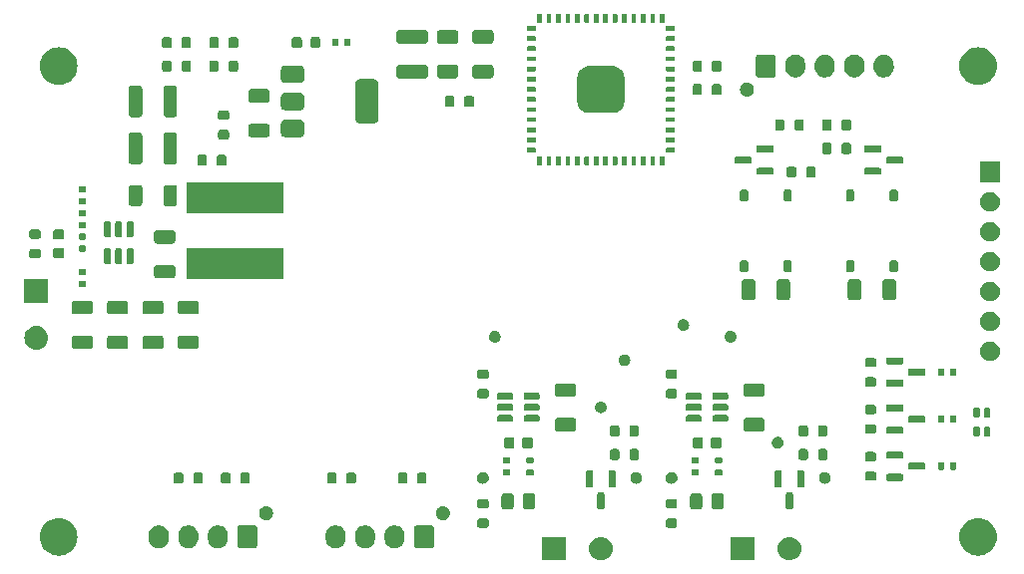
<source format=gts>
%TF.GenerationSoftware,KiCad,Pcbnew,8.0.2*%
%TF.CreationDate,2024-12-26T16:34:37-05:00*%
%TF.ProjectId,Node Controller,4e6f6465-2043-46f6-9e74-726f6c6c6572,rev?*%
%TF.SameCoordinates,Original*%
%TF.FileFunction,Soldermask,Top*%
%TF.FilePolarity,Negative*%
%FSLAX46Y46*%
G04 Gerber Fmt 4.6, Leading zero omitted, Abs format (unit mm)*
G04 Created by KiCad (PCBNEW 8.0.2) date 2024-12-26 16:34:37*
%MOMM*%
%LPD*%
G01*
G04 APERTURE LIST*
G04 APERTURE END LIST*
G36*
X151000000Y-90000000D02*
G01*
X149000000Y-90000000D01*
X149000000Y-88000000D01*
X151000000Y-88000000D01*
X151000000Y-90000000D01*
G37*
G36*
X154195090Y-88019215D02*
G01*
X154382683Y-88076120D01*
X154555570Y-88168530D01*
X154707107Y-88292893D01*
X154831470Y-88444430D01*
X154923880Y-88617317D01*
X154980785Y-88804910D01*
X155000000Y-89000000D01*
X154980785Y-89195090D01*
X154923880Y-89382683D01*
X154831470Y-89555570D01*
X154707107Y-89707107D01*
X154555570Y-89831470D01*
X154382683Y-89923880D01*
X154195090Y-89980785D01*
X154000000Y-90000000D01*
X153804910Y-89980785D01*
X153617317Y-89923880D01*
X153444430Y-89831470D01*
X153292893Y-89707107D01*
X153168530Y-89555570D01*
X153076120Y-89382683D01*
X153019215Y-89195090D01*
X153000000Y-89000000D01*
X153019215Y-88804910D01*
X153076120Y-88617317D01*
X153168530Y-88444430D01*
X153292893Y-88292893D01*
X153444430Y-88168530D01*
X153617317Y-88076120D01*
X153804910Y-88019215D01*
X154000000Y-88000000D01*
X154195090Y-88019215D01*
G37*
G36*
X167000000Y-90000000D02*
G01*
X165000000Y-90000000D01*
X165000000Y-88000000D01*
X167000000Y-88000000D01*
X167000000Y-90000000D01*
G37*
G36*
X170195090Y-88019215D02*
G01*
X170382683Y-88076120D01*
X170555570Y-88168530D01*
X170707107Y-88292893D01*
X170831470Y-88444430D01*
X170923880Y-88617317D01*
X170980785Y-88804910D01*
X171000000Y-89000000D01*
X170980785Y-89195090D01*
X170923880Y-89382683D01*
X170831470Y-89555570D01*
X170707107Y-89707107D01*
X170555570Y-89831470D01*
X170382683Y-89923880D01*
X170195090Y-89980785D01*
X170000000Y-90000000D01*
X169804910Y-89980785D01*
X169617317Y-89923880D01*
X169444430Y-89831470D01*
X169292893Y-89707107D01*
X169168530Y-89555570D01*
X169076120Y-89382683D01*
X169019215Y-89195090D01*
X169000000Y-89000000D01*
X169019215Y-88804910D01*
X169076120Y-88617317D01*
X169168530Y-88444430D01*
X169292893Y-88292893D01*
X169444430Y-88168530D01*
X169617317Y-88076120D01*
X169804910Y-88019215D01*
X170000000Y-88000000D01*
X170195090Y-88019215D01*
G37*
G36*
X108250295Y-86419699D02*
G01*
X108494427Y-86478310D01*
X108726385Y-86574390D01*
X108940456Y-86705573D01*
X109131371Y-86868629D01*
X109294427Y-87059544D01*
X109425610Y-87273615D01*
X109521690Y-87505573D01*
X109580301Y-87749705D01*
X109600000Y-88000000D01*
X109580301Y-88250295D01*
X109521690Y-88494427D01*
X109425610Y-88726385D01*
X109294427Y-88940456D01*
X109131371Y-89131371D01*
X108940456Y-89294427D01*
X108726385Y-89425610D01*
X108494427Y-89521690D01*
X108250295Y-89580301D01*
X108000000Y-89600000D01*
X107749705Y-89580301D01*
X107505573Y-89521690D01*
X107273615Y-89425610D01*
X107059544Y-89294427D01*
X106868629Y-89131371D01*
X106705573Y-88940456D01*
X106574390Y-88726385D01*
X106478310Y-88494427D01*
X106419699Y-88250295D01*
X106400000Y-88000000D01*
X106419699Y-87749705D01*
X106478310Y-87505573D01*
X106574390Y-87273615D01*
X106705573Y-87059544D01*
X106868629Y-86868629D01*
X107059544Y-86705573D01*
X107273615Y-86574390D01*
X107505573Y-86478310D01*
X107749705Y-86419699D01*
X108000000Y-86400000D01*
X108250295Y-86419699D01*
G37*
G36*
X186250295Y-86419699D02*
G01*
X186494427Y-86478310D01*
X186726385Y-86574390D01*
X186940456Y-86705573D01*
X187131371Y-86868629D01*
X187294427Y-87059544D01*
X187425610Y-87273615D01*
X187521690Y-87505573D01*
X187580301Y-87749705D01*
X187600000Y-88000000D01*
X187580301Y-88250295D01*
X187521690Y-88494427D01*
X187425610Y-88726385D01*
X187294427Y-88940456D01*
X187131371Y-89131371D01*
X186940456Y-89294427D01*
X186726385Y-89425610D01*
X186494427Y-89521690D01*
X186250295Y-89580301D01*
X186000000Y-89600000D01*
X185749705Y-89580301D01*
X185505573Y-89521690D01*
X185273615Y-89425610D01*
X185059544Y-89294427D01*
X184868629Y-89131371D01*
X184705573Y-88940456D01*
X184574390Y-88726385D01*
X184478310Y-88494427D01*
X184419699Y-88250295D01*
X184400000Y-88000000D01*
X184419699Y-87749705D01*
X184478310Y-87505573D01*
X184574390Y-87273615D01*
X184705573Y-87059544D01*
X184868629Y-86868629D01*
X185059544Y-86705573D01*
X185273615Y-86574390D01*
X185505573Y-86478310D01*
X185749705Y-86419699D01*
X186000000Y-86400000D01*
X186250295Y-86419699D01*
G37*
G36*
X124604047Y-87025805D02*
G01*
X124655408Y-87031764D01*
X124672954Y-87039511D01*
X124695671Y-87044030D01*
X124719991Y-87060280D01*
X124740793Y-87069465D01*
X124755000Y-87083672D01*
X124776777Y-87098223D01*
X124791327Y-87119999D01*
X124805534Y-87134206D01*
X124814718Y-87155006D01*
X124830970Y-87179329D01*
X124835489Y-87202048D01*
X124843235Y-87219591D01*
X124849192Y-87270940D01*
X124850000Y-87275000D01*
X124850000Y-88725000D01*
X124849192Y-88729059D01*
X124843235Y-88780408D01*
X124835489Y-88797950D01*
X124830970Y-88820671D01*
X124814716Y-88844995D01*
X124805534Y-88865793D01*
X124791329Y-88879997D01*
X124776777Y-88901777D01*
X124754997Y-88916329D01*
X124740793Y-88930534D01*
X124719995Y-88939716D01*
X124695671Y-88955970D01*
X124672950Y-88960489D01*
X124655408Y-88968235D01*
X124604061Y-88974192D01*
X124600000Y-88975000D01*
X123400000Y-88975000D01*
X123395941Y-88974192D01*
X123344591Y-88968235D01*
X123327048Y-88960489D01*
X123304329Y-88955970D01*
X123280006Y-88939718D01*
X123259206Y-88930534D01*
X123244999Y-88916327D01*
X123223223Y-88901777D01*
X123208672Y-88880000D01*
X123194465Y-88865793D01*
X123185280Y-88844991D01*
X123169030Y-88820671D01*
X123164511Y-88797954D01*
X123156764Y-88780408D01*
X123150805Y-88729049D01*
X123150000Y-88725000D01*
X123150000Y-87275000D01*
X123150804Y-87270953D01*
X123156764Y-87219591D01*
X123164511Y-87202043D01*
X123169030Y-87179329D01*
X123185278Y-87155010D01*
X123194465Y-87134206D01*
X123208674Y-87119996D01*
X123223223Y-87098223D01*
X123244996Y-87083674D01*
X123259206Y-87069465D01*
X123280010Y-87060278D01*
X123304329Y-87044030D01*
X123327043Y-87039511D01*
X123344591Y-87031764D01*
X123395952Y-87025805D01*
X123400000Y-87025000D01*
X124600000Y-87025000D01*
X124604047Y-87025805D01*
G37*
G36*
X139604047Y-87025805D02*
G01*
X139655408Y-87031764D01*
X139672954Y-87039511D01*
X139695671Y-87044030D01*
X139719991Y-87060280D01*
X139740793Y-87069465D01*
X139755000Y-87083672D01*
X139776777Y-87098223D01*
X139791327Y-87119999D01*
X139805534Y-87134206D01*
X139814718Y-87155006D01*
X139830970Y-87179329D01*
X139835489Y-87202048D01*
X139843235Y-87219591D01*
X139849192Y-87270940D01*
X139850000Y-87275000D01*
X139850000Y-88725000D01*
X139849192Y-88729059D01*
X139843235Y-88780408D01*
X139835489Y-88797950D01*
X139830970Y-88820671D01*
X139814716Y-88844995D01*
X139805534Y-88865793D01*
X139791329Y-88879997D01*
X139776777Y-88901777D01*
X139754997Y-88916329D01*
X139740793Y-88930534D01*
X139719995Y-88939716D01*
X139695671Y-88955970D01*
X139672950Y-88960489D01*
X139655408Y-88968235D01*
X139604061Y-88974192D01*
X139600000Y-88975000D01*
X138400000Y-88975000D01*
X138395941Y-88974192D01*
X138344591Y-88968235D01*
X138327048Y-88960489D01*
X138304329Y-88955970D01*
X138280006Y-88939718D01*
X138259206Y-88930534D01*
X138244999Y-88916327D01*
X138223223Y-88901777D01*
X138208672Y-88880000D01*
X138194465Y-88865793D01*
X138185280Y-88844991D01*
X138169030Y-88820671D01*
X138164511Y-88797954D01*
X138156764Y-88780408D01*
X138150805Y-88729049D01*
X138150000Y-88725000D01*
X138150000Y-87275000D01*
X138150804Y-87270953D01*
X138156764Y-87219591D01*
X138164511Y-87202043D01*
X138169030Y-87179329D01*
X138185278Y-87155010D01*
X138194465Y-87134206D01*
X138208674Y-87119996D01*
X138223223Y-87098223D01*
X138244996Y-87083674D01*
X138259206Y-87069465D01*
X138280010Y-87060278D01*
X138304329Y-87044030D01*
X138327043Y-87039511D01*
X138344591Y-87031764D01*
X138395952Y-87025805D01*
X138400000Y-87025000D01*
X139600000Y-87025000D01*
X139604047Y-87025805D01*
G37*
G36*
X116746742Y-87061601D02*
G01*
X116900687Y-87125367D01*
X117039234Y-87217941D01*
X117157059Y-87335766D01*
X117249633Y-87474313D01*
X117313399Y-87628258D01*
X117345907Y-87791685D01*
X117350000Y-88125000D01*
X117345907Y-88208315D01*
X117313399Y-88371742D01*
X117249633Y-88525687D01*
X117157059Y-88664234D01*
X117039234Y-88782059D01*
X116900687Y-88874633D01*
X116746742Y-88938399D01*
X116583315Y-88970907D01*
X116416685Y-88970907D01*
X116253258Y-88938399D01*
X116099313Y-88874633D01*
X115960766Y-88782059D01*
X115842941Y-88664234D01*
X115750367Y-88525687D01*
X115686601Y-88371742D01*
X115654093Y-88208315D01*
X115650000Y-87875000D01*
X115654093Y-87791685D01*
X115686601Y-87628258D01*
X115750367Y-87474313D01*
X115842941Y-87335766D01*
X115960766Y-87217941D01*
X116099313Y-87125367D01*
X116253258Y-87061601D01*
X116416685Y-87029093D01*
X116583315Y-87029093D01*
X116746742Y-87061601D01*
G37*
G36*
X119246742Y-87061601D02*
G01*
X119400687Y-87125367D01*
X119539234Y-87217941D01*
X119657059Y-87335766D01*
X119749633Y-87474313D01*
X119813399Y-87628258D01*
X119845907Y-87791685D01*
X119850000Y-88125000D01*
X119845907Y-88208315D01*
X119813399Y-88371742D01*
X119749633Y-88525687D01*
X119657059Y-88664234D01*
X119539234Y-88782059D01*
X119400687Y-88874633D01*
X119246742Y-88938399D01*
X119083315Y-88970907D01*
X118916685Y-88970907D01*
X118753258Y-88938399D01*
X118599313Y-88874633D01*
X118460766Y-88782059D01*
X118342941Y-88664234D01*
X118250367Y-88525687D01*
X118186601Y-88371742D01*
X118154093Y-88208315D01*
X118150000Y-87875000D01*
X118154093Y-87791685D01*
X118186601Y-87628258D01*
X118250367Y-87474313D01*
X118342941Y-87335766D01*
X118460766Y-87217941D01*
X118599313Y-87125367D01*
X118753258Y-87061601D01*
X118916685Y-87029093D01*
X119083315Y-87029093D01*
X119246742Y-87061601D01*
G37*
G36*
X121746742Y-87061601D02*
G01*
X121900687Y-87125367D01*
X122039234Y-87217941D01*
X122157059Y-87335766D01*
X122249633Y-87474313D01*
X122313399Y-87628258D01*
X122345907Y-87791685D01*
X122350000Y-88125000D01*
X122345907Y-88208315D01*
X122313399Y-88371742D01*
X122249633Y-88525687D01*
X122157059Y-88664234D01*
X122039234Y-88782059D01*
X121900687Y-88874633D01*
X121746742Y-88938399D01*
X121583315Y-88970907D01*
X121416685Y-88970907D01*
X121253258Y-88938399D01*
X121099313Y-88874633D01*
X120960766Y-88782059D01*
X120842941Y-88664234D01*
X120750367Y-88525687D01*
X120686601Y-88371742D01*
X120654093Y-88208315D01*
X120650000Y-87875000D01*
X120654093Y-87791685D01*
X120686601Y-87628258D01*
X120750367Y-87474313D01*
X120842941Y-87335766D01*
X120960766Y-87217941D01*
X121099313Y-87125367D01*
X121253258Y-87061601D01*
X121416685Y-87029093D01*
X121583315Y-87029093D01*
X121746742Y-87061601D01*
G37*
G36*
X131746742Y-87061601D02*
G01*
X131900687Y-87125367D01*
X132039234Y-87217941D01*
X132157059Y-87335766D01*
X132249633Y-87474313D01*
X132313399Y-87628258D01*
X132345907Y-87791685D01*
X132350000Y-88125000D01*
X132345907Y-88208315D01*
X132313399Y-88371742D01*
X132249633Y-88525687D01*
X132157059Y-88664234D01*
X132039234Y-88782059D01*
X131900687Y-88874633D01*
X131746742Y-88938399D01*
X131583315Y-88970907D01*
X131416685Y-88970907D01*
X131253258Y-88938399D01*
X131099313Y-88874633D01*
X130960766Y-88782059D01*
X130842941Y-88664234D01*
X130750367Y-88525687D01*
X130686601Y-88371742D01*
X130654093Y-88208315D01*
X130650000Y-87875000D01*
X130654093Y-87791685D01*
X130686601Y-87628258D01*
X130750367Y-87474313D01*
X130842941Y-87335766D01*
X130960766Y-87217941D01*
X131099313Y-87125367D01*
X131253258Y-87061601D01*
X131416685Y-87029093D01*
X131583315Y-87029093D01*
X131746742Y-87061601D01*
G37*
G36*
X134246742Y-87061601D02*
G01*
X134400687Y-87125367D01*
X134539234Y-87217941D01*
X134657059Y-87335766D01*
X134749633Y-87474313D01*
X134813399Y-87628258D01*
X134845907Y-87791685D01*
X134850000Y-88125000D01*
X134845907Y-88208315D01*
X134813399Y-88371742D01*
X134749633Y-88525687D01*
X134657059Y-88664234D01*
X134539234Y-88782059D01*
X134400687Y-88874633D01*
X134246742Y-88938399D01*
X134083315Y-88970907D01*
X133916685Y-88970907D01*
X133753258Y-88938399D01*
X133599313Y-88874633D01*
X133460766Y-88782059D01*
X133342941Y-88664234D01*
X133250367Y-88525687D01*
X133186601Y-88371742D01*
X133154093Y-88208315D01*
X133150000Y-87875000D01*
X133154093Y-87791685D01*
X133186601Y-87628258D01*
X133250367Y-87474313D01*
X133342941Y-87335766D01*
X133460766Y-87217941D01*
X133599313Y-87125367D01*
X133753258Y-87061601D01*
X133916685Y-87029093D01*
X134083315Y-87029093D01*
X134246742Y-87061601D01*
G37*
G36*
X136746742Y-87061601D02*
G01*
X136900687Y-87125367D01*
X137039234Y-87217941D01*
X137157059Y-87335766D01*
X137249633Y-87474313D01*
X137313399Y-87628258D01*
X137345907Y-87791685D01*
X137350000Y-88125000D01*
X137345907Y-88208315D01*
X137313399Y-88371742D01*
X137249633Y-88525687D01*
X137157059Y-88664234D01*
X137039234Y-88782059D01*
X136900687Y-88874633D01*
X136746742Y-88938399D01*
X136583315Y-88970907D01*
X136416685Y-88970907D01*
X136253258Y-88938399D01*
X136099313Y-88874633D01*
X135960766Y-88782059D01*
X135842941Y-88664234D01*
X135750367Y-88525687D01*
X135686601Y-88371742D01*
X135654093Y-88208315D01*
X135650000Y-87875000D01*
X135654093Y-87791685D01*
X135686601Y-87628258D01*
X135750367Y-87474313D01*
X135842941Y-87335766D01*
X135960766Y-87217941D01*
X136099313Y-87125367D01*
X136253258Y-87061601D01*
X136416685Y-87029093D01*
X136583315Y-87029093D01*
X136746742Y-87061601D01*
G37*
G36*
X144351537Y-86440224D02*
G01*
X144416421Y-86483579D01*
X144459776Y-86548463D01*
X144475000Y-86625000D01*
X144475000Y-87025000D01*
X144459776Y-87101537D01*
X144416421Y-87166421D01*
X144351537Y-87209776D01*
X144275000Y-87225000D01*
X143725000Y-87225000D01*
X143648463Y-87209776D01*
X143583579Y-87166421D01*
X143540224Y-87101537D01*
X143525000Y-87025000D01*
X143525000Y-86625000D01*
X143540224Y-86548463D01*
X143583579Y-86483579D01*
X143648463Y-86440224D01*
X143725000Y-86425000D01*
X144275000Y-86425000D01*
X144351537Y-86440224D01*
G37*
G36*
X160351537Y-86440224D02*
G01*
X160416421Y-86483579D01*
X160459776Y-86548463D01*
X160475000Y-86625000D01*
X160475000Y-87025000D01*
X160459776Y-87101537D01*
X160416421Y-87166421D01*
X160351537Y-87209776D01*
X160275000Y-87225000D01*
X159725000Y-87225000D01*
X159648463Y-87209776D01*
X159583579Y-87166421D01*
X159540224Y-87101537D01*
X159525000Y-87025000D01*
X159525000Y-86625000D01*
X159540224Y-86548463D01*
X159583579Y-86483579D01*
X159648463Y-86440224D01*
X159725000Y-86425000D01*
X160275000Y-86425000D01*
X160351537Y-86440224D01*
G37*
G36*
X125635995Y-85404739D02*
G01*
X125672278Y-85404739D01*
X125713880Y-85414993D01*
X125755291Y-85420445D01*
X125783638Y-85432186D01*
X125812632Y-85439333D01*
X125856591Y-85462404D01*
X125900000Y-85480385D01*
X125919804Y-85495581D01*
X125940629Y-85506511D01*
X125983202Y-85544228D01*
X126024264Y-85575736D01*
X126035935Y-85590946D01*
X126048832Y-85602372D01*
X126085821Y-85655959D01*
X126119615Y-85700000D01*
X126124707Y-85712293D01*
X126130948Y-85721335D01*
X126158020Y-85792719D01*
X126179555Y-85844709D01*
X126180521Y-85852050D01*
X126182209Y-85856500D01*
X126195278Y-85964140D01*
X126200000Y-86000000D01*
X126195278Y-86035862D01*
X126182209Y-86143499D01*
X126180521Y-86147947D01*
X126179555Y-86155291D01*
X126158015Y-86207291D01*
X126130948Y-86278664D01*
X126124708Y-86287703D01*
X126119615Y-86300000D01*
X126085814Y-86344049D01*
X126048832Y-86397627D01*
X126035937Y-86409050D01*
X126024264Y-86424264D01*
X125983194Y-86455777D01*
X125940629Y-86493488D01*
X125919808Y-86504415D01*
X125900000Y-86519615D01*
X125856582Y-86537598D01*
X125812632Y-86560666D01*
X125783642Y-86567811D01*
X125755291Y-86579555D01*
X125713877Y-86585007D01*
X125672278Y-86595261D01*
X125635995Y-86595261D01*
X125600000Y-86600000D01*
X125564005Y-86595261D01*
X125527722Y-86595261D01*
X125486121Y-86585007D01*
X125444709Y-86579555D01*
X125416358Y-86567811D01*
X125387367Y-86560666D01*
X125343412Y-86537596D01*
X125300000Y-86519615D01*
X125280193Y-86504417D01*
X125259370Y-86493488D01*
X125216798Y-86455772D01*
X125175736Y-86424264D01*
X125164064Y-86409053D01*
X125151167Y-86397627D01*
X125114175Y-86344036D01*
X125080385Y-86300000D01*
X125075293Y-86287707D01*
X125069051Y-86278664D01*
X125041972Y-86207262D01*
X125020445Y-86155291D01*
X125019478Y-86147951D01*
X125017790Y-86143499D01*
X125004708Y-86035764D01*
X125000000Y-86000000D01*
X125004708Y-85964238D01*
X125017790Y-85856500D01*
X125019478Y-85852046D01*
X125020445Y-85844709D01*
X125041967Y-85792748D01*
X125069051Y-85721335D01*
X125075294Y-85712290D01*
X125080385Y-85700000D01*
X125114168Y-85655972D01*
X125151167Y-85602372D01*
X125164066Y-85590943D01*
X125175736Y-85575736D01*
X125216789Y-85544234D01*
X125259370Y-85506511D01*
X125280197Y-85495579D01*
X125300000Y-85480385D01*
X125343403Y-85462406D01*
X125387367Y-85439333D01*
X125416363Y-85432186D01*
X125444709Y-85420445D01*
X125486118Y-85414993D01*
X125527722Y-85404739D01*
X125564005Y-85404739D01*
X125600000Y-85400000D01*
X125635995Y-85404739D01*
G37*
G36*
X140635995Y-85404739D02*
G01*
X140672278Y-85404739D01*
X140713880Y-85414993D01*
X140755291Y-85420445D01*
X140783638Y-85432186D01*
X140812632Y-85439333D01*
X140856591Y-85462404D01*
X140900000Y-85480385D01*
X140919804Y-85495581D01*
X140940629Y-85506511D01*
X140983202Y-85544228D01*
X141024264Y-85575736D01*
X141035935Y-85590946D01*
X141048832Y-85602372D01*
X141085821Y-85655959D01*
X141119615Y-85700000D01*
X141124707Y-85712293D01*
X141130948Y-85721335D01*
X141158020Y-85792719D01*
X141179555Y-85844709D01*
X141180521Y-85852050D01*
X141182209Y-85856500D01*
X141195278Y-85964140D01*
X141200000Y-86000000D01*
X141195278Y-86035862D01*
X141182209Y-86143499D01*
X141180521Y-86147947D01*
X141179555Y-86155291D01*
X141158015Y-86207291D01*
X141130948Y-86278664D01*
X141124708Y-86287703D01*
X141119615Y-86300000D01*
X141085814Y-86344049D01*
X141048832Y-86397627D01*
X141035937Y-86409050D01*
X141024264Y-86424264D01*
X140983194Y-86455777D01*
X140940629Y-86493488D01*
X140919808Y-86504415D01*
X140900000Y-86519615D01*
X140856582Y-86537598D01*
X140812632Y-86560666D01*
X140783642Y-86567811D01*
X140755291Y-86579555D01*
X140713877Y-86585007D01*
X140672278Y-86595261D01*
X140635995Y-86595261D01*
X140600000Y-86600000D01*
X140564005Y-86595261D01*
X140527722Y-86595261D01*
X140486121Y-86585007D01*
X140444709Y-86579555D01*
X140416358Y-86567811D01*
X140387367Y-86560666D01*
X140343412Y-86537596D01*
X140300000Y-86519615D01*
X140280193Y-86504417D01*
X140259370Y-86493488D01*
X140216798Y-86455772D01*
X140175736Y-86424264D01*
X140164064Y-86409053D01*
X140151167Y-86397627D01*
X140114175Y-86344036D01*
X140080385Y-86300000D01*
X140075293Y-86287707D01*
X140069051Y-86278664D01*
X140041972Y-86207262D01*
X140020445Y-86155291D01*
X140019478Y-86147951D01*
X140017790Y-86143499D01*
X140004708Y-86035764D01*
X140000000Y-86000000D01*
X140004708Y-85964238D01*
X140017790Y-85856500D01*
X140019478Y-85852046D01*
X140020445Y-85844709D01*
X140041967Y-85792748D01*
X140069051Y-85721335D01*
X140075294Y-85712290D01*
X140080385Y-85700000D01*
X140114168Y-85655972D01*
X140151167Y-85602372D01*
X140164066Y-85590943D01*
X140175736Y-85575736D01*
X140216789Y-85544234D01*
X140259370Y-85506511D01*
X140280197Y-85495579D01*
X140300000Y-85480385D01*
X140343403Y-85462406D01*
X140387367Y-85439333D01*
X140416363Y-85432186D01*
X140444709Y-85420445D01*
X140486118Y-85414993D01*
X140527722Y-85404739D01*
X140564005Y-85404739D01*
X140600000Y-85400000D01*
X140635995Y-85404739D01*
G37*
G36*
X146354047Y-84300805D02*
G01*
X146405408Y-84306764D01*
X146422954Y-84314511D01*
X146445671Y-84319030D01*
X146469991Y-84335280D01*
X146490793Y-84344465D01*
X146505000Y-84358672D01*
X146526777Y-84373223D01*
X146541327Y-84394999D01*
X146555534Y-84409206D01*
X146564718Y-84430006D01*
X146580970Y-84454329D01*
X146585489Y-84477048D01*
X146593235Y-84494591D01*
X146599192Y-84545940D01*
X146600000Y-84550000D01*
X146600000Y-85450000D01*
X146599192Y-85454059D01*
X146593235Y-85505408D01*
X146585489Y-85522950D01*
X146580970Y-85545671D01*
X146564716Y-85569995D01*
X146555534Y-85590793D01*
X146541329Y-85604997D01*
X146526777Y-85626777D01*
X146504997Y-85641329D01*
X146490793Y-85655534D01*
X146469995Y-85664716D01*
X146445671Y-85680970D01*
X146422950Y-85685489D01*
X146405408Y-85693235D01*
X146354061Y-85699192D01*
X146350000Y-85700000D01*
X145825000Y-85700000D01*
X145820941Y-85699192D01*
X145769591Y-85693235D01*
X145752048Y-85685489D01*
X145729329Y-85680970D01*
X145705006Y-85664718D01*
X145684206Y-85655534D01*
X145669999Y-85641327D01*
X145648223Y-85626777D01*
X145633672Y-85605000D01*
X145619465Y-85590793D01*
X145610280Y-85569991D01*
X145594030Y-85545671D01*
X145589511Y-85522954D01*
X145581764Y-85505408D01*
X145575805Y-85454049D01*
X145575000Y-85450000D01*
X145575000Y-84550000D01*
X145575804Y-84545953D01*
X145581764Y-84494591D01*
X145589511Y-84477043D01*
X145594030Y-84454329D01*
X145610278Y-84430010D01*
X145619465Y-84409206D01*
X145633674Y-84394996D01*
X145648223Y-84373223D01*
X145669996Y-84358674D01*
X145684206Y-84344465D01*
X145705010Y-84335278D01*
X145729329Y-84319030D01*
X145752043Y-84314511D01*
X145769591Y-84306764D01*
X145820952Y-84300805D01*
X145825000Y-84300000D01*
X146350000Y-84300000D01*
X146354047Y-84300805D01*
G37*
G36*
X148179047Y-84300805D02*
G01*
X148230408Y-84306764D01*
X148247954Y-84314511D01*
X148270671Y-84319030D01*
X148294991Y-84335280D01*
X148315793Y-84344465D01*
X148330000Y-84358672D01*
X148351777Y-84373223D01*
X148366327Y-84394999D01*
X148380534Y-84409206D01*
X148389718Y-84430006D01*
X148405970Y-84454329D01*
X148410489Y-84477048D01*
X148418235Y-84494591D01*
X148424192Y-84545940D01*
X148425000Y-84550000D01*
X148425000Y-85450000D01*
X148424192Y-85454059D01*
X148418235Y-85505408D01*
X148410489Y-85522950D01*
X148405970Y-85545671D01*
X148389716Y-85569995D01*
X148380534Y-85590793D01*
X148366329Y-85604997D01*
X148351777Y-85626777D01*
X148329997Y-85641329D01*
X148315793Y-85655534D01*
X148294995Y-85664716D01*
X148270671Y-85680970D01*
X148247950Y-85685489D01*
X148230408Y-85693235D01*
X148179061Y-85699192D01*
X148175000Y-85700000D01*
X147650000Y-85700000D01*
X147645941Y-85699192D01*
X147594591Y-85693235D01*
X147577048Y-85685489D01*
X147554329Y-85680970D01*
X147530006Y-85664718D01*
X147509206Y-85655534D01*
X147494999Y-85641327D01*
X147473223Y-85626777D01*
X147458672Y-85605000D01*
X147444465Y-85590793D01*
X147435280Y-85569991D01*
X147419030Y-85545671D01*
X147414511Y-85522954D01*
X147406764Y-85505408D01*
X147400805Y-85454049D01*
X147400000Y-85450000D01*
X147400000Y-84550000D01*
X147400804Y-84545953D01*
X147406764Y-84494591D01*
X147414511Y-84477043D01*
X147419030Y-84454329D01*
X147435278Y-84430010D01*
X147444465Y-84409206D01*
X147458674Y-84394996D01*
X147473223Y-84373223D01*
X147494996Y-84358674D01*
X147509206Y-84344465D01*
X147530010Y-84335278D01*
X147554329Y-84319030D01*
X147577043Y-84314511D01*
X147594591Y-84306764D01*
X147645952Y-84300805D01*
X147650000Y-84300000D01*
X148175000Y-84300000D01*
X148179047Y-84300805D01*
G37*
G36*
X162354047Y-84300805D02*
G01*
X162405408Y-84306764D01*
X162422954Y-84314511D01*
X162445671Y-84319030D01*
X162469991Y-84335280D01*
X162490793Y-84344465D01*
X162505000Y-84358672D01*
X162526777Y-84373223D01*
X162541327Y-84394999D01*
X162555534Y-84409206D01*
X162564718Y-84430006D01*
X162580970Y-84454329D01*
X162585489Y-84477048D01*
X162593235Y-84494591D01*
X162599192Y-84545940D01*
X162600000Y-84550000D01*
X162600000Y-85450000D01*
X162599192Y-85454059D01*
X162593235Y-85505408D01*
X162585489Y-85522950D01*
X162580970Y-85545671D01*
X162564716Y-85569995D01*
X162555534Y-85590793D01*
X162541329Y-85604997D01*
X162526777Y-85626777D01*
X162504997Y-85641329D01*
X162490793Y-85655534D01*
X162469995Y-85664716D01*
X162445671Y-85680970D01*
X162422950Y-85685489D01*
X162405408Y-85693235D01*
X162354061Y-85699192D01*
X162350000Y-85700000D01*
X161825000Y-85700000D01*
X161820941Y-85699192D01*
X161769591Y-85693235D01*
X161752048Y-85685489D01*
X161729329Y-85680970D01*
X161705006Y-85664718D01*
X161684206Y-85655534D01*
X161669999Y-85641327D01*
X161648223Y-85626777D01*
X161633672Y-85605000D01*
X161619465Y-85590793D01*
X161610280Y-85569991D01*
X161594030Y-85545671D01*
X161589511Y-85522954D01*
X161581764Y-85505408D01*
X161575805Y-85454049D01*
X161575000Y-85450000D01*
X161575000Y-84550000D01*
X161575804Y-84545953D01*
X161581764Y-84494591D01*
X161589511Y-84477043D01*
X161594030Y-84454329D01*
X161610278Y-84430010D01*
X161619465Y-84409206D01*
X161633674Y-84394996D01*
X161648223Y-84373223D01*
X161669996Y-84358674D01*
X161684206Y-84344465D01*
X161705010Y-84335278D01*
X161729329Y-84319030D01*
X161752043Y-84314511D01*
X161769591Y-84306764D01*
X161820952Y-84300805D01*
X161825000Y-84300000D01*
X162350000Y-84300000D01*
X162354047Y-84300805D01*
G37*
G36*
X164179047Y-84300805D02*
G01*
X164230408Y-84306764D01*
X164247954Y-84314511D01*
X164270671Y-84319030D01*
X164294991Y-84335280D01*
X164315793Y-84344465D01*
X164330000Y-84358672D01*
X164351777Y-84373223D01*
X164366327Y-84394999D01*
X164380534Y-84409206D01*
X164389718Y-84430006D01*
X164405970Y-84454329D01*
X164410489Y-84477048D01*
X164418235Y-84494591D01*
X164424192Y-84545940D01*
X164425000Y-84550000D01*
X164425000Y-85450000D01*
X164424192Y-85454059D01*
X164418235Y-85505408D01*
X164410489Y-85522950D01*
X164405970Y-85545671D01*
X164389716Y-85569995D01*
X164380534Y-85590793D01*
X164366329Y-85604997D01*
X164351777Y-85626777D01*
X164329997Y-85641329D01*
X164315793Y-85655534D01*
X164294995Y-85664716D01*
X164270671Y-85680970D01*
X164247950Y-85685489D01*
X164230408Y-85693235D01*
X164179061Y-85699192D01*
X164175000Y-85700000D01*
X163650000Y-85700000D01*
X163645941Y-85699192D01*
X163594591Y-85693235D01*
X163577048Y-85685489D01*
X163554329Y-85680970D01*
X163530006Y-85664718D01*
X163509206Y-85655534D01*
X163494999Y-85641327D01*
X163473223Y-85626777D01*
X163458672Y-85605000D01*
X163444465Y-85590793D01*
X163435280Y-85569991D01*
X163419030Y-85545671D01*
X163414511Y-85522954D01*
X163406764Y-85505408D01*
X163400805Y-85454049D01*
X163400000Y-85450000D01*
X163400000Y-84550000D01*
X163400804Y-84545953D01*
X163406764Y-84494591D01*
X163414511Y-84477043D01*
X163419030Y-84454329D01*
X163435278Y-84430010D01*
X163444465Y-84409206D01*
X163458674Y-84394996D01*
X163473223Y-84373223D01*
X163494996Y-84358674D01*
X163509206Y-84344465D01*
X163530010Y-84335278D01*
X163554329Y-84319030D01*
X163577043Y-84314511D01*
X163594591Y-84306764D01*
X163645952Y-84300805D01*
X163650000Y-84300000D01*
X164175000Y-84300000D01*
X164179047Y-84300805D01*
G37*
G36*
X154207403Y-84211418D02*
G01*
X154256066Y-84243934D01*
X154288582Y-84292597D01*
X154300000Y-84350000D01*
X154300000Y-85525000D01*
X154288582Y-85582403D01*
X154256066Y-85631066D01*
X154207403Y-85663582D01*
X154150000Y-85675000D01*
X153850000Y-85675000D01*
X153792597Y-85663582D01*
X153743934Y-85631066D01*
X153711418Y-85582403D01*
X153700000Y-85525000D01*
X153700000Y-84350000D01*
X153711418Y-84292597D01*
X153743934Y-84243934D01*
X153792597Y-84211418D01*
X153850000Y-84200000D01*
X154150000Y-84200000D01*
X154207403Y-84211418D01*
G37*
G36*
X170207403Y-84211418D02*
G01*
X170256066Y-84243934D01*
X170288582Y-84292597D01*
X170300000Y-84350000D01*
X170300000Y-85525000D01*
X170288582Y-85582403D01*
X170256066Y-85631066D01*
X170207403Y-85663582D01*
X170150000Y-85675000D01*
X169850000Y-85675000D01*
X169792597Y-85663582D01*
X169743934Y-85631066D01*
X169711418Y-85582403D01*
X169700000Y-85525000D01*
X169700000Y-84350000D01*
X169711418Y-84292597D01*
X169743934Y-84243934D01*
X169792597Y-84211418D01*
X169850000Y-84200000D01*
X170150000Y-84200000D01*
X170207403Y-84211418D01*
G37*
G36*
X144351537Y-84790224D02*
G01*
X144416421Y-84833579D01*
X144459776Y-84898463D01*
X144475000Y-84975000D01*
X144475000Y-85375000D01*
X144459776Y-85451537D01*
X144416421Y-85516421D01*
X144351537Y-85559776D01*
X144275000Y-85575000D01*
X143725000Y-85575000D01*
X143648463Y-85559776D01*
X143583579Y-85516421D01*
X143540224Y-85451537D01*
X143525000Y-85375000D01*
X143525000Y-84975000D01*
X143540224Y-84898463D01*
X143583579Y-84833579D01*
X143648463Y-84790224D01*
X143725000Y-84775000D01*
X144275000Y-84775000D01*
X144351537Y-84790224D01*
G37*
G36*
X160351537Y-84790224D02*
G01*
X160416421Y-84833579D01*
X160459776Y-84898463D01*
X160475000Y-84975000D01*
X160475000Y-85375000D01*
X160459776Y-85451537D01*
X160416421Y-85516421D01*
X160351537Y-85559776D01*
X160275000Y-85575000D01*
X159725000Y-85575000D01*
X159648463Y-85559776D01*
X159583579Y-85516421D01*
X159540224Y-85451537D01*
X159525000Y-85375000D01*
X159525000Y-84975000D01*
X159540224Y-84898463D01*
X159583579Y-84833579D01*
X159648463Y-84790224D01*
X159725000Y-84775000D01*
X160275000Y-84775000D01*
X160351537Y-84790224D01*
G37*
G36*
X153257403Y-82336418D02*
G01*
X153306066Y-82368934D01*
X153338582Y-82417597D01*
X153350000Y-82475000D01*
X153350000Y-83650000D01*
X153338582Y-83707403D01*
X153306066Y-83756066D01*
X153257403Y-83788582D01*
X153200000Y-83800000D01*
X152900000Y-83800000D01*
X152842597Y-83788582D01*
X152793934Y-83756066D01*
X152761418Y-83707403D01*
X152750000Y-83650000D01*
X152750000Y-82475000D01*
X152761418Y-82417597D01*
X152793934Y-82368934D01*
X152842597Y-82336418D01*
X152900000Y-82325000D01*
X153200000Y-82325000D01*
X153257403Y-82336418D01*
G37*
G36*
X155157403Y-82336418D02*
G01*
X155206066Y-82368934D01*
X155238582Y-82417597D01*
X155250000Y-82475000D01*
X155250000Y-83650000D01*
X155238582Y-83707403D01*
X155206066Y-83756066D01*
X155157403Y-83788582D01*
X155100000Y-83800000D01*
X154800000Y-83800000D01*
X154742597Y-83788582D01*
X154693934Y-83756066D01*
X154661418Y-83707403D01*
X154650000Y-83650000D01*
X154650000Y-82475000D01*
X154661418Y-82417597D01*
X154693934Y-82368934D01*
X154742597Y-82336418D01*
X154800000Y-82325000D01*
X155100000Y-82325000D01*
X155157403Y-82336418D01*
G37*
G36*
X169257403Y-82336418D02*
G01*
X169306066Y-82368934D01*
X169338582Y-82417597D01*
X169350000Y-82475000D01*
X169350000Y-83650000D01*
X169338582Y-83707403D01*
X169306066Y-83756066D01*
X169257403Y-83788582D01*
X169200000Y-83800000D01*
X168900000Y-83800000D01*
X168842597Y-83788582D01*
X168793934Y-83756066D01*
X168761418Y-83707403D01*
X168750000Y-83650000D01*
X168750000Y-82475000D01*
X168761418Y-82417597D01*
X168793934Y-82368934D01*
X168842597Y-82336418D01*
X168900000Y-82325000D01*
X169200000Y-82325000D01*
X169257403Y-82336418D01*
G37*
G36*
X171157403Y-82336418D02*
G01*
X171206066Y-82368934D01*
X171238582Y-82417597D01*
X171250000Y-82475000D01*
X171250000Y-83650000D01*
X171238582Y-83707403D01*
X171206066Y-83756066D01*
X171157403Y-83788582D01*
X171100000Y-83800000D01*
X170800000Y-83800000D01*
X170742597Y-83788582D01*
X170693934Y-83756066D01*
X170661418Y-83707403D01*
X170650000Y-83650000D01*
X170650000Y-82475000D01*
X170661418Y-82417597D01*
X170693934Y-82368934D01*
X170742597Y-82336418D01*
X170800000Y-82325000D01*
X171100000Y-82325000D01*
X171157403Y-82336418D01*
G37*
G36*
X144035381Y-82505089D02*
G01*
X144071157Y-82505089D01*
X144100235Y-82513627D01*
X144129296Y-82517453D01*
X144168332Y-82533622D01*
X144207708Y-82545184D01*
X144228491Y-82558540D01*
X144249783Y-82567360D01*
X144288798Y-82597297D01*
X144327430Y-82622125D01*
X144339883Y-82636497D01*
X144353249Y-82646753D01*
X144387899Y-82691910D01*
X144420627Y-82729680D01*
X144426134Y-82741738D01*
X144432638Y-82750215D01*
X144458322Y-82812222D01*
X144479746Y-82859134D01*
X144480805Y-82866500D01*
X144482546Y-82870703D01*
X144494880Y-82964390D01*
X144500000Y-83000000D01*
X144494879Y-83035612D01*
X144482546Y-83129296D01*
X144480805Y-83133498D01*
X144479746Y-83140866D01*
X144458321Y-83187780D01*
X144432639Y-83249783D01*
X144426134Y-83258259D01*
X144420627Y-83270320D01*
X144387887Y-83308103D01*
X144353247Y-83353247D01*
X144339887Y-83363498D01*
X144327430Y-83377875D01*
X144288788Y-83402708D01*
X144249783Y-83432639D01*
X144228496Y-83441456D01*
X144207708Y-83454816D01*
X144168323Y-83466380D01*
X144129296Y-83482546D01*
X144100241Y-83486371D01*
X144071157Y-83494911D01*
X144035374Y-83494911D01*
X144000000Y-83499568D01*
X143964626Y-83494911D01*
X143928843Y-83494911D01*
X143899759Y-83486371D01*
X143870703Y-83482546D01*
X143831672Y-83466379D01*
X143792292Y-83454816D01*
X143771505Y-83441457D01*
X143750216Y-83432639D01*
X143711204Y-83402704D01*
X143672570Y-83377875D01*
X143660114Y-83363500D01*
X143646752Y-83353247D01*
X143612103Y-83308093D01*
X143579373Y-83270320D01*
X143573866Y-83258262D01*
X143567360Y-83249783D01*
X143541668Y-83187757D01*
X143520254Y-83140866D01*
X143519195Y-83133502D01*
X143517453Y-83129296D01*
X143505108Y-83035529D01*
X143500000Y-83000000D01*
X143505108Y-82964473D01*
X143517453Y-82870703D01*
X143519195Y-82866496D01*
X143520254Y-82859134D01*
X143541666Y-82812245D01*
X143567361Y-82750215D01*
X143573867Y-82741735D01*
X143579373Y-82729680D01*
X143612089Y-82691923D01*
X143646751Y-82646751D01*
X143660120Y-82636491D01*
X143672570Y-82622125D01*
X143711192Y-82597303D01*
X143750215Y-82567361D01*
X143771508Y-82558541D01*
X143792292Y-82545184D01*
X143831665Y-82533622D01*
X143870703Y-82517453D01*
X143899765Y-82513626D01*
X143928843Y-82505089D01*
X143964618Y-82505089D01*
X144000000Y-82500431D01*
X144035381Y-82505089D01*
G37*
G36*
X157035381Y-82505089D02*
G01*
X157071157Y-82505089D01*
X157100235Y-82513627D01*
X157129296Y-82517453D01*
X157168332Y-82533622D01*
X157207708Y-82545184D01*
X157228491Y-82558540D01*
X157249783Y-82567360D01*
X157288798Y-82597297D01*
X157327430Y-82622125D01*
X157339883Y-82636497D01*
X157353249Y-82646753D01*
X157387899Y-82691910D01*
X157420627Y-82729680D01*
X157426134Y-82741738D01*
X157432638Y-82750215D01*
X157458322Y-82812222D01*
X157479746Y-82859134D01*
X157480805Y-82866500D01*
X157482546Y-82870703D01*
X157494880Y-82964390D01*
X157500000Y-83000000D01*
X157494879Y-83035612D01*
X157482546Y-83129296D01*
X157480805Y-83133498D01*
X157479746Y-83140866D01*
X157458321Y-83187780D01*
X157432639Y-83249783D01*
X157426134Y-83258259D01*
X157420627Y-83270320D01*
X157387887Y-83308103D01*
X157353247Y-83353247D01*
X157339887Y-83363498D01*
X157327430Y-83377875D01*
X157288788Y-83402708D01*
X157249783Y-83432639D01*
X157228496Y-83441456D01*
X157207708Y-83454816D01*
X157168323Y-83466380D01*
X157129296Y-83482546D01*
X157100241Y-83486371D01*
X157071157Y-83494911D01*
X157035374Y-83494911D01*
X157000000Y-83499568D01*
X156964626Y-83494911D01*
X156928843Y-83494911D01*
X156899759Y-83486371D01*
X156870703Y-83482546D01*
X156831672Y-83466379D01*
X156792292Y-83454816D01*
X156771505Y-83441457D01*
X156750216Y-83432639D01*
X156711204Y-83402704D01*
X156672570Y-83377875D01*
X156660114Y-83363500D01*
X156646752Y-83353247D01*
X156612103Y-83308093D01*
X156579373Y-83270320D01*
X156573866Y-83258262D01*
X156567360Y-83249783D01*
X156541668Y-83187757D01*
X156520254Y-83140866D01*
X156519195Y-83133502D01*
X156517453Y-83129296D01*
X156505108Y-83035529D01*
X156500000Y-83000000D01*
X156505108Y-82964473D01*
X156517453Y-82870703D01*
X156519195Y-82866496D01*
X156520254Y-82859134D01*
X156541666Y-82812245D01*
X156567361Y-82750215D01*
X156573867Y-82741735D01*
X156579373Y-82729680D01*
X156612089Y-82691923D01*
X156646751Y-82646751D01*
X156660120Y-82636491D01*
X156672570Y-82622125D01*
X156711192Y-82597303D01*
X156750215Y-82567361D01*
X156771508Y-82558541D01*
X156792292Y-82545184D01*
X156831665Y-82533622D01*
X156870703Y-82517453D01*
X156899765Y-82513626D01*
X156928843Y-82505089D01*
X156964618Y-82505089D01*
X157000000Y-82500431D01*
X157035381Y-82505089D01*
G37*
G36*
X160035381Y-82505089D02*
G01*
X160071157Y-82505089D01*
X160100235Y-82513627D01*
X160129296Y-82517453D01*
X160168332Y-82533622D01*
X160207708Y-82545184D01*
X160228491Y-82558540D01*
X160249783Y-82567360D01*
X160288798Y-82597297D01*
X160327430Y-82622125D01*
X160339883Y-82636497D01*
X160353249Y-82646753D01*
X160387899Y-82691910D01*
X160420627Y-82729680D01*
X160426134Y-82741738D01*
X160432638Y-82750215D01*
X160458322Y-82812222D01*
X160479746Y-82859134D01*
X160480805Y-82866500D01*
X160482546Y-82870703D01*
X160494880Y-82964390D01*
X160500000Y-83000000D01*
X160494879Y-83035612D01*
X160482546Y-83129296D01*
X160480805Y-83133498D01*
X160479746Y-83140866D01*
X160458321Y-83187780D01*
X160432639Y-83249783D01*
X160426134Y-83258259D01*
X160420627Y-83270320D01*
X160387887Y-83308103D01*
X160353247Y-83353247D01*
X160339887Y-83363498D01*
X160327430Y-83377875D01*
X160288788Y-83402708D01*
X160249783Y-83432639D01*
X160228496Y-83441456D01*
X160207708Y-83454816D01*
X160168323Y-83466380D01*
X160129296Y-83482546D01*
X160100241Y-83486371D01*
X160071157Y-83494911D01*
X160035374Y-83494911D01*
X160000000Y-83499568D01*
X159964626Y-83494911D01*
X159928843Y-83494911D01*
X159899759Y-83486371D01*
X159870703Y-83482546D01*
X159831672Y-83466379D01*
X159792292Y-83454816D01*
X159771505Y-83441457D01*
X159750216Y-83432639D01*
X159711204Y-83402704D01*
X159672570Y-83377875D01*
X159660114Y-83363500D01*
X159646752Y-83353247D01*
X159612103Y-83308093D01*
X159579373Y-83270320D01*
X159573866Y-83258262D01*
X159567360Y-83249783D01*
X159541668Y-83187757D01*
X159520254Y-83140866D01*
X159519195Y-83133502D01*
X159517453Y-83129296D01*
X159505108Y-83035529D01*
X159500000Y-83000000D01*
X159505108Y-82964473D01*
X159517453Y-82870703D01*
X159519195Y-82866496D01*
X159520254Y-82859134D01*
X159541666Y-82812245D01*
X159567361Y-82750215D01*
X159573867Y-82741735D01*
X159579373Y-82729680D01*
X159612089Y-82691923D01*
X159646751Y-82646751D01*
X159660120Y-82636491D01*
X159672570Y-82622125D01*
X159711192Y-82597303D01*
X159750215Y-82567361D01*
X159771508Y-82558541D01*
X159792292Y-82545184D01*
X159831665Y-82533622D01*
X159870703Y-82517453D01*
X159899765Y-82513626D01*
X159928843Y-82505089D01*
X159964618Y-82505089D01*
X160000000Y-82500431D01*
X160035381Y-82505089D01*
G37*
G36*
X173035381Y-82505089D02*
G01*
X173071157Y-82505089D01*
X173100235Y-82513627D01*
X173129296Y-82517453D01*
X173168332Y-82533622D01*
X173207708Y-82545184D01*
X173228491Y-82558540D01*
X173249783Y-82567360D01*
X173288798Y-82597297D01*
X173327430Y-82622125D01*
X173339883Y-82636497D01*
X173353249Y-82646753D01*
X173387899Y-82691910D01*
X173420627Y-82729680D01*
X173426134Y-82741738D01*
X173432638Y-82750215D01*
X173458322Y-82812222D01*
X173479746Y-82859134D01*
X173480805Y-82866500D01*
X173482546Y-82870703D01*
X173494880Y-82964390D01*
X173500000Y-83000000D01*
X173494879Y-83035612D01*
X173482546Y-83129296D01*
X173480805Y-83133498D01*
X173479746Y-83140866D01*
X173458321Y-83187780D01*
X173432639Y-83249783D01*
X173426134Y-83258259D01*
X173420627Y-83270320D01*
X173387887Y-83308103D01*
X173353247Y-83353247D01*
X173339887Y-83363498D01*
X173327430Y-83377875D01*
X173288788Y-83402708D01*
X173249783Y-83432639D01*
X173228496Y-83441456D01*
X173207708Y-83454816D01*
X173168323Y-83466380D01*
X173129296Y-83482546D01*
X173100241Y-83486371D01*
X173071157Y-83494911D01*
X173035374Y-83494911D01*
X173000000Y-83499568D01*
X172964626Y-83494911D01*
X172928843Y-83494911D01*
X172899759Y-83486371D01*
X172870703Y-83482546D01*
X172831672Y-83466379D01*
X172792292Y-83454816D01*
X172771505Y-83441457D01*
X172750216Y-83432639D01*
X172711204Y-83402704D01*
X172672570Y-83377875D01*
X172660114Y-83363500D01*
X172646752Y-83353247D01*
X172612103Y-83308093D01*
X172579373Y-83270320D01*
X172573866Y-83258262D01*
X172567360Y-83249783D01*
X172541668Y-83187757D01*
X172520254Y-83140866D01*
X172519195Y-83133502D01*
X172517453Y-83129296D01*
X172505108Y-83035529D01*
X172500000Y-83000000D01*
X172505108Y-82964473D01*
X172517453Y-82870703D01*
X172519195Y-82866496D01*
X172520254Y-82859134D01*
X172541666Y-82812245D01*
X172567361Y-82750215D01*
X172573867Y-82741735D01*
X172579373Y-82729680D01*
X172612089Y-82691923D01*
X172646751Y-82646751D01*
X172660120Y-82636491D01*
X172672570Y-82622125D01*
X172711192Y-82597303D01*
X172750215Y-82567361D01*
X172771508Y-82558541D01*
X172792292Y-82545184D01*
X172831665Y-82533622D01*
X172870703Y-82517453D01*
X172899765Y-82513626D01*
X172928843Y-82505089D01*
X172964618Y-82505089D01*
X173000000Y-82500431D01*
X173035381Y-82505089D01*
G37*
G36*
X118451537Y-82540224D02*
G01*
X118516421Y-82583579D01*
X118559776Y-82648463D01*
X118575000Y-82725000D01*
X118575000Y-83275000D01*
X118559776Y-83351537D01*
X118516421Y-83416421D01*
X118451537Y-83459776D01*
X118375000Y-83475000D01*
X117975000Y-83475000D01*
X117898463Y-83459776D01*
X117833579Y-83416421D01*
X117790224Y-83351537D01*
X117775000Y-83275000D01*
X117775000Y-82725000D01*
X117790224Y-82648463D01*
X117833579Y-82583579D01*
X117898463Y-82540224D01*
X117975000Y-82525000D01*
X118375000Y-82525000D01*
X118451537Y-82540224D01*
G37*
G36*
X120101537Y-82540224D02*
G01*
X120166421Y-82583579D01*
X120209776Y-82648463D01*
X120225000Y-82725000D01*
X120225000Y-83275000D01*
X120209776Y-83351537D01*
X120166421Y-83416421D01*
X120101537Y-83459776D01*
X120025000Y-83475000D01*
X119625000Y-83475000D01*
X119548463Y-83459776D01*
X119483579Y-83416421D01*
X119440224Y-83351537D01*
X119425000Y-83275000D01*
X119425000Y-82725000D01*
X119440224Y-82648463D01*
X119483579Y-82583579D01*
X119548463Y-82540224D01*
X119625000Y-82525000D01*
X120025000Y-82525000D01*
X120101537Y-82540224D01*
G37*
G36*
X122451537Y-82540224D02*
G01*
X122516421Y-82583579D01*
X122559776Y-82648463D01*
X122575000Y-82725000D01*
X122575000Y-83275000D01*
X122559776Y-83351537D01*
X122516421Y-83416421D01*
X122451537Y-83459776D01*
X122375000Y-83475000D01*
X121975000Y-83475000D01*
X121898463Y-83459776D01*
X121833579Y-83416421D01*
X121790224Y-83351537D01*
X121775000Y-83275000D01*
X121775000Y-82725000D01*
X121790224Y-82648463D01*
X121833579Y-82583579D01*
X121898463Y-82540224D01*
X121975000Y-82525000D01*
X122375000Y-82525000D01*
X122451537Y-82540224D01*
G37*
G36*
X124101537Y-82540224D02*
G01*
X124166421Y-82583579D01*
X124209776Y-82648463D01*
X124225000Y-82725000D01*
X124225000Y-83275000D01*
X124209776Y-83351537D01*
X124166421Y-83416421D01*
X124101537Y-83459776D01*
X124025000Y-83475000D01*
X123625000Y-83475000D01*
X123548463Y-83459776D01*
X123483579Y-83416421D01*
X123440224Y-83351537D01*
X123425000Y-83275000D01*
X123425000Y-82725000D01*
X123440224Y-82648463D01*
X123483579Y-82583579D01*
X123548463Y-82540224D01*
X123625000Y-82525000D01*
X124025000Y-82525000D01*
X124101537Y-82540224D01*
G37*
G36*
X131451537Y-82540224D02*
G01*
X131516421Y-82583579D01*
X131559776Y-82648463D01*
X131575000Y-82725000D01*
X131575000Y-83275000D01*
X131559776Y-83351537D01*
X131516421Y-83416421D01*
X131451537Y-83459776D01*
X131375000Y-83475000D01*
X130975000Y-83475000D01*
X130898463Y-83459776D01*
X130833579Y-83416421D01*
X130790224Y-83351537D01*
X130775000Y-83275000D01*
X130775000Y-82725000D01*
X130790224Y-82648463D01*
X130833579Y-82583579D01*
X130898463Y-82540224D01*
X130975000Y-82525000D01*
X131375000Y-82525000D01*
X131451537Y-82540224D01*
G37*
G36*
X133101537Y-82540224D02*
G01*
X133166421Y-82583579D01*
X133209776Y-82648463D01*
X133225000Y-82725000D01*
X133225000Y-83275000D01*
X133209776Y-83351537D01*
X133166421Y-83416421D01*
X133101537Y-83459776D01*
X133025000Y-83475000D01*
X132625000Y-83475000D01*
X132548463Y-83459776D01*
X132483579Y-83416421D01*
X132440224Y-83351537D01*
X132425000Y-83275000D01*
X132425000Y-82725000D01*
X132440224Y-82648463D01*
X132483579Y-82583579D01*
X132548463Y-82540224D01*
X132625000Y-82525000D01*
X133025000Y-82525000D01*
X133101537Y-82540224D01*
G37*
G36*
X137451537Y-82540224D02*
G01*
X137516421Y-82583579D01*
X137559776Y-82648463D01*
X137575000Y-82725000D01*
X137575000Y-83275000D01*
X137559776Y-83351537D01*
X137516421Y-83416421D01*
X137451537Y-83459776D01*
X137375000Y-83475000D01*
X136975000Y-83475000D01*
X136898463Y-83459776D01*
X136833579Y-83416421D01*
X136790224Y-83351537D01*
X136775000Y-83275000D01*
X136775000Y-82725000D01*
X136790224Y-82648463D01*
X136833579Y-82583579D01*
X136898463Y-82540224D01*
X136975000Y-82525000D01*
X137375000Y-82525000D01*
X137451537Y-82540224D01*
G37*
G36*
X139101537Y-82540224D02*
G01*
X139166421Y-82583579D01*
X139209776Y-82648463D01*
X139225000Y-82725000D01*
X139225000Y-83275000D01*
X139209776Y-83351537D01*
X139166421Y-83416421D01*
X139101537Y-83459776D01*
X139025000Y-83475000D01*
X138625000Y-83475000D01*
X138548463Y-83459776D01*
X138483579Y-83416421D01*
X138440224Y-83351537D01*
X138425000Y-83275000D01*
X138425000Y-82725000D01*
X138440224Y-82648463D01*
X138483579Y-82583579D01*
X138548463Y-82540224D01*
X138625000Y-82525000D01*
X139025000Y-82525000D01*
X139101537Y-82540224D01*
G37*
G36*
X179582403Y-82661418D02*
G01*
X179631066Y-82693934D01*
X179663582Y-82742597D01*
X179675000Y-82800000D01*
X179675000Y-83100000D01*
X179663582Y-83157403D01*
X179631066Y-83206066D01*
X179582403Y-83238582D01*
X179525000Y-83250000D01*
X178350000Y-83250000D01*
X178292597Y-83238582D01*
X178243934Y-83206066D01*
X178211418Y-83157403D01*
X178200000Y-83100000D01*
X178200000Y-82800000D01*
X178211418Y-82742597D01*
X178243934Y-82693934D01*
X178292597Y-82661418D01*
X178350000Y-82650000D01*
X179525000Y-82650000D01*
X179582403Y-82661418D01*
G37*
G36*
X177226537Y-82440224D02*
G01*
X177291421Y-82483579D01*
X177334776Y-82548463D01*
X177350000Y-82625000D01*
X177350000Y-83025000D01*
X177334776Y-83101537D01*
X177291421Y-83166421D01*
X177226537Y-83209776D01*
X177150000Y-83225000D01*
X176600000Y-83225000D01*
X176523463Y-83209776D01*
X176458579Y-83166421D01*
X176415224Y-83101537D01*
X176400000Y-83025000D01*
X176400000Y-82625000D01*
X176415224Y-82548463D01*
X176458579Y-82483579D01*
X176523463Y-82440224D01*
X176600000Y-82425000D01*
X177150000Y-82425000D01*
X177226537Y-82440224D01*
G37*
G36*
X146236662Y-82250276D02*
G01*
X146280459Y-82279541D01*
X146309724Y-82323338D01*
X146320000Y-82375000D01*
X146320000Y-82645000D01*
X146309724Y-82696662D01*
X146280459Y-82740459D01*
X146236662Y-82769724D01*
X146185000Y-82780000D01*
X145815000Y-82780000D01*
X145763338Y-82769724D01*
X145719541Y-82740459D01*
X145690276Y-82696662D01*
X145680000Y-82645000D01*
X145680000Y-82375000D01*
X145690276Y-82323338D01*
X145719541Y-82279541D01*
X145763338Y-82250276D01*
X145815000Y-82240000D01*
X146185000Y-82240000D01*
X146236662Y-82250276D01*
G37*
G36*
X148236662Y-82250276D02*
G01*
X148280459Y-82279541D01*
X148309724Y-82323338D01*
X148320000Y-82375000D01*
X148320000Y-82645000D01*
X148309724Y-82696662D01*
X148280459Y-82740459D01*
X148236662Y-82769724D01*
X148185000Y-82780000D01*
X147815000Y-82780000D01*
X147763338Y-82769724D01*
X147719541Y-82740459D01*
X147690276Y-82696662D01*
X147680000Y-82645000D01*
X147680000Y-82375000D01*
X147690276Y-82323338D01*
X147719541Y-82279541D01*
X147763338Y-82250276D01*
X147815000Y-82240000D01*
X148185000Y-82240000D01*
X148236662Y-82250276D01*
G37*
G36*
X162236662Y-82250276D02*
G01*
X162280459Y-82279541D01*
X162309724Y-82323338D01*
X162320000Y-82375000D01*
X162320000Y-82645000D01*
X162309724Y-82696662D01*
X162280459Y-82740459D01*
X162236662Y-82769724D01*
X162185000Y-82780000D01*
X161815000Y-82780000D01*
X161763338Y-82769724D01*
X161719541Y-82740459D01*
X161690276Y-82696662D01*
X161680000Y-82645000D01*
X161680000Y-82375000D01*
X161690276Y-82323338D01*
X161719541Y-82279541D01*
X161763338Y-82250276D01*
X161815000Y-82240000D01*
X162185000Y-82240000D01*
X162236662Y-82250276D01*
G37*
G36*
X164236662Y-82250276D02*
G01*
X164280459Y-82279541D01*
X164309724Y-82323338D01*
X164320000Y-82375000D01*
X164320000Y-82645000D01*
X164309724Y-82696662D01*
X164280459Y-82740459D01*
X164236662Y-82769724D01*
X164185000Y-82780000D01*
X163815000Y-82780000D01*
X163763338Y-82769724D01*
X163719541Y-82740459D01*
X163690276Y-82696662D01*
X163680000Y-82645000D01*
X163680000Y-82375000D01*
X163690276Y-82323338D01*
X163719541Y-82279541D01*
X163763338Y-82250276D01*
X163815000Y-82240000D01*
X164185000Y-82240000D01*
X164236662Y-82250276D01*
G37*
G36*
X183061662Y-81690276D02*
G01*
X183105459Y-81719541D01*
X183134724Y-81763338D01*
X183145000Y-81815000D01*
X183145000Y-82185000D01*
X183134724Y-82236662D01*
X183105459Y-82280459D01*
X183061662Y-82309724D01*
X183010000Y-82320000D01*
X182740000Y-82320000D01*
X182688338Y-82309724D01*
X182644541Y-82280459D01*
X182615276Y-82236662D01*
X182605000Y-82185000D01*
X182605000Y-81815000D01*
X182615276Y-81763338D01*
X182644541Y-81719541D01*
X182688338Y-81690276D01*
X182740000Y-81680000D01*
X183010000Y-81680000D01*
X183061662Y-81690276D01*
G37*
G36*
X184081662Y-81690276D02*
G01*
X184125459Y-81719541D01*
X184154724Y-81763338D01*
X184165000Y-81815000D01*
X184165000Y-82185000D01*
X184154724Y-82236662D01*
X184125459Y-82280459D01*
X184081662Y-82309724D01*
X184030000Y-82320000D01*
X183760000Y-82320000D01*
X183708338Y-82309724D01*
X183664541Y-82280459D01*
X183635276Y-82236662D01*
X183625000Y-82185000D01*
X183625000Y-81815000D01*
X183635276Y-81763338D01*
X183664541Y-81719541D01*
X183708338Y-81690276D01*
X183760000Y-81680000D01*
X184030000Y-81680000D01*
X184081662Y-81690276D01*
G37*
G36*
X181457403Y-81711418D02*
G01*
X181506066Y-81743934D01*
X181538582Y-81792597D01*
X181550000Y-81850000D01*
X181550000Y-82150000D01*
X181538582Y-82207403D01*
X181506066Y-82256066D01*
X181457403Y-82288582D01*
X181400000Y-82300000D01*
X180225000Y-82300000D01*
X180167597Y-82288582D01*
X180118934Y-82256066D01*
X180086418Y-82207403D01*
X180075000Y-82150000D01*
X180075000Y-81850000D01*
X180086418Y-81792597D01*
X180118934Y-81743934D01*
X180167597Y-81711418D01*
X180225000Y-81700000D01*
X181400000Y-81700000D01*
X181457403Y-81711418D01*
G37*
G36*
X146236662Y-81230276D02*
G01*
X146280459Y-81259541D01*
X146309724Y-81303338D01*
X146320000Y-81355000D01*
X146320000Y-81625000D01*
X146309724Y-81676662D01*
X146280459Y-81720459D01*
X146236662Y-81749724D01*
X146185000Y-81760000D01*
X145815000Y-81760000D01*
X145763338Y-81749724D01*
X145719541Y-81720459D01*
X145690276Y-81676662D01*
X145680000Y-81625000D01*
X145680000Y-81355000D01*
X145690276Y-81303338D01*
X145719541Y-81259541D01*
X145763338Y-81230276D01*
X145815000Y-81220000D01*
X146185000Y-81220000D01*
X146236662Y-81230276D01*
G37*
G36*
X148236662Y-81230276D02*
G01*
X148280459Y-81259541D01*
X148309724Y-81303338D01*
X148320000Y-81355000D01*
X148320000Y-81625000D01*
X148309724Y-81676662D01*
X148280459Y-81720459D01*
X148236662Y-81749724D01*
X148185000Y-81760000D01*
X147815000Y-81760000D01*
X147763338Y-81749724D01*
X147719541Y-81720459D01*
X147690276Y-81676662D01*
X147680000Y-81625000D01*
X147680000Y-81355000D01*
X147690276Y-81303338D01*
X147719541Y-81259541D01*
X147763338Y-81230276D01*
X147815000Y-81220000D01*
X148185000Y-81220000D01*
X148236662Y-81230276D01*
G37*
G36*
X162236662Y-81230276D02*
G01*
X162280459Y-81259541D01*
X162309724Y-81303338D01*
X162320000Y-81355000D01*
X162320000Y-81625000D01*
X162309724Y-81676662D01*
X162280459Y-81720459D01*
X162236662Y-81749724D01*
X162185000Y-81760000D01*
X161815000Y-81760000D01*
X161763338Y-81749724D01*
X161719541Y-81720459D01*
X161690276Y-81676662D01*
X161680000Y-81625000D01*
X161680000Y-81355000D01*
X161690276Y-81303338D01*
X161719541Y-81259541D01*
X161763338Y-81230276D01*
X161815000Y-81220000D01*
X162185000Y-81220000D01*
X162236662Y-81230276D01*
G37*
G36*
X164236662Y-81230276D02*
G01*
X164280459Y-81259541D01*
X164309724Y-81303338D01*
X164320000Y-81355000D01*
X164320000Y-81625000D01*
X164309724Y-81676662D01*
X164280459Y-81720459D01*
X164236662Y-81749724D01*
X164185000Y-81760000D01*
X163815000Y-81760000D01*
X163763338Y-81749724D01*
X163719541Y-81720459D01*
X163690276Y-81676662D01*
X163680000Y-81625000D01*
X163680000Y-81355000D01*
X163690276Y-81303338D01*
X163719541Y-81259541D01*
X163763338Y-81230276D01*
X163815000Y-81220000D01*
X164185000Y-81220000D01*
X164236662Y-81230276D01*
G37*
G36*
X177226537Y-80790224D02*
G01*
X177291421Y-80833579D01*
X177334776Y-80898463D01*
X177350000Y-80975000D01*
X177350000Y-81375000D01*
X177334776Y-81451537D01*
X177291421Y-81516421D01*
X177226537Y-81559776D01*
X177150000Y-81575000D01*
X176600000Y-81575000D01*
X176523463Y-81559776D01*
X176458579Y-81516421D01*
X176415224Y-81451537D01*
X176400000Y-81375000D01*
X176400000Y-80975000D01*
X176415224Y-80898463D01*
X176458579Y-80833579D01*
X176523463Y-80790224D01*
X176600000Y-80775000D01*
X177150000Y-80775000D01*
X177226537Y-80790224D01*
G37*
G36*
X155451537Y-80540224D02*
G01*
X155516421Y-80583579D01*
X155559776Y-80648463D01*
X155575000Y-80725000D01*
X155575000Y-81275000D01*
X155559776Y-81351537D01*
X155516421Y-81416421D01*
X155451537Y-81459776D01*
X155375000Y-81475000D01*
X154975000Y-81475000D01*
X154898463Y-81459776D01*
X154833579Y-81416421D01*
X154790224Y-81351537D01*
X154775000Y-81275000D01*
X154775000Y-80725000D01*
X154790224Y-80648463D01*
X154833579Y-80583579D01*
X154898463Y-80540224D01*
X154975000Y-80525000D01*
X155375000Y-80525000D01*
X155451537Y-80540224D01*
G37*
G36*
X157101537Y-80540224D02*
G01*
X157166421Y-80583579D01*
X157209776Y-80648463D01*
X157225000Y-80725000D01*
X157225000Y-81275000D01*
X157209776Y-81351537D01*
X157166421Y-81416421D01*
X157101537Y-81459776D01*
X157025000Y-81475000D01*
X156625000Y-81475000D01*
X156548463Y-81459776D01*
X156483579Y-81416421D01*
X156440224Y-81351537D01*
X156425000Y-81275000D01*
X156425000Y-80725000D01*
X156440224Y-80648463D01*
X156483579Y-80583579D01*
X156548463Y-80540224D01*
X156625000Y-80525000D01*
X157025000Y-80525000D01*
X157101537Y-80540224D01*
G37*
G36*
X171451537Y-80540224D02*
G01*
X171516421Y-80583579D01*
X171559776Y-80648463D01*
X171575000Y-80725000D01*
X171575000Y-81275000D01*
X171559776Y-81351537D01*
X171516421Y-81416421D01*
X171451537Y-81459776D01*
X171375000Y-81475000D01*
X170975000Y-81475000D01*
X170898463Y-81459776D01*
X170833579Y-81416421D01*
X170790224Y-81351537D01*
X170775000Y-81275000D01*
X170775000Y-80725000D01*
X170790224Y-80648463D01*
X170833579Y-80583579D01*
X170898463Y-80540224D01*
X170975000Y-80525000D01*
X171375000Y-80525000D01*
X171451537Y-80540224D01*
G37*
G36*
X173101537Y-80540224D02*
G01*
X173166421Y-80583579D01*
X173209776Y-80648463D01*
X173225000Y-80725000D01*
X173225000Y-81275000D01*
X173209776Y-81351537D01*
X173166421Y-81416421D01*
X173101537Y-81459776D01*
X173025000Y-81475000D01*
X172625000Y-81475000D01*
X172548463Y-81459776D01*
X172483579Y-81416421D01*
X172440224Y-81351537D01*
X172425000Y-81275000D01*
X172425000Y-80725000D01*
X172440224Y-80648463D01*
X172483579Y-80583579D01*
X172548463Y-80540224D01*
X172625000Y-80525000D01*
X173025000Y-80525000D01*
X173101537Y-80540224D01*
G37*
G36*
X179582403Y-80761418D02*
G01*
X179631066Y-80793934D01*
X179663582Y-80842597D01*
X179675000Y-80900000D01*
X179675000Y-81200000D01*
X179663582Y-81257403D01*
X179631066Y-81306066D01*
X179582403Y-81338582D01*
X179525000Y-81350000D01*
X178350000Y-81350000D01*
X178292597Y-81338582D01*
X178243934Y-81306066D01*
X178211418Y-81257403D01*
X178200000Y-81200000D01*
X178200000Y-80900000D01*
X178211418Y-80842597D01*
X178243934Y-80793934D01*
X178292597Y-80761418D01*
X178350000Y-80750000D01*
X179525000Y-80750000D01*
X179582403Y-80761418D01*
G37*
G36*
X169035381Y-79505089D02*
G01*
X169071157Y-79505089D01*
X169100235Y-79513627D01*
X169129296Y-79517453D01*
X169168332Y-79533622D01*
X169207708Y-79545184D01*
X169228491Y-79558540D01*
X169249783Y-79567360D01*
X169288798Y-79597297D01*
X169327430Y-79622125D01*
X169339883Y-79636497D01*
X169353249Y-79646753D01*
X169387899Y-79691910D01*
X169420627Y-79729680D01*
X169426134Y-79741738D01*
X169432638Y-79750215D01*
X169458322Y-79812222D01*
X169479746Y-79859134D01*
X169480805Y-79866500D01*
X169482546Y-79870703D01*
X169494880Y-79964390D01*
X169500000Y-80000000D01*
X169494879Y-80035612D01*
X169482546Y-80129296D01*
X169480805Y-80133498D01*
X169479746Y-80140866D01*
X169458321Y-80187780D01*
X169432639Y-80249783D01*
X169426134Y-80258259D01*
X169420627Y-80270320D01*
X169387887Y-80308103D01*
X169353247Y-80353247D01*
X169339887Y-80363498D01*
X169327430Y-80377875D01*
X169288788Y-80402708D01*
X169249783Y-80432639D01*
X169228496Y-80441456D01*
X169207708Y-80454816D01*
X169168323Y-80466380D01*
X169129296Y-80482546D01*
X169100241Y-80486371D01*
X169071157Y-80494911D01*
X169035374Y-80494911D01*
X169000000Y-80499568D01*
X168964626Y-80494911D01*
X168928843Y-80494911D01*
X168899759Y-80486371D01*
X168870703Y-80482546D01*
X168831672Y-80466379D01*
X168792292Y-80454816D01*
X168771505Y-80441457D01*
X168750216Y-80432639D01*
X168711204Y-80402704D01*
X168672570Y-80377875D01*
X168660114Y-80363500D01*
X168646752Y-80353247D01*
X168612103Y-80308093D01*
X168579373Y-80270320D01*
X168573866Y-80258262D01*
X168567360Y-80249783D01*
X168541668Y-80187757D01*
X168520254Y-80140866D01*
X168519195Y-80133502D01*
X168517453Y-80129296D01*
X168505108Y-80035529D01*
X168500000Y-80000000D01*
X168505108Y-79964473D01*
X168517453Y-79870703D01*
X168519195Y-79866496D01*
X168520254Y-79859134D01*
X168541666Y-79812245D01*
X168567361Y-79750215D01*
X168573867Y-79741735D01*
X168579373Y-79729680D01*
X168612089Y-79691923D01*
X168646751Y-79646751D01*
X168660120Y-79636491D01*
X168672570Y-79622125D01*
X168711192Y-79597303D01*
X168750215Y-79567361D01*
X168771508Y-79558541D01*
X168792292Y-79545184D01*
X168831665Y-79533622D01*
X168870703Y-79517453D01*
X168899765Y-79513626D01*
X168928843Y-79505089D01*
X168964618Y-79505089D01*
X169000000Y-79500431D01*
X169035381Y-79505089D01*
G37*
G36*
X146536104Y-79542127D02*
G01*
X146609099Y-79590901D01*
X146657873Y-79663896D01*
X146675000Y-79750000D01*
X146675000Y-80250000D01*
X146657873Y-80336104D01*
X146609099Y-80409099D01*
X146536104Y-80457873D01*
X146450000Y-80475000D01*
X146000000Y-80475000D01*
X145913896Y-80457873D01*
X145840901Y-80409099D01*
X145792127Y-80336104D01*
X145775000Y-80250000D01*
X145775000Y-79750000D01*
X145792127Y-79663896D01*
X145840901Y-79590901D01*
X145913896Y-79542127D01*
X146000000Y-79525000D01*
X146450000Y-79525000D01*
X146536104Y-79542127D01*
G37*
G36*
X148086104Y-79542127D02*
G01*
X148159099Y-79590901D01*
X148207873Y-79663896D01*
X148225000Y-79750000D01*
X148225000Y-80250000D01*
X148207873Y-80336104D01*
X148159099Y-80409099D01*
X148086104Y-80457873D01*
X148000000Y-80475000D01*
X147550000Y-80475000D01*
X147463896Y-80457873D01*
X147390901Y-80409099D01*
X147342127Y-80336104D01*
X147325000Y-80250000D01*
X147325000Y-79750000D01*
X147342127Y-79663896D01*
X147390901Y-79590901D01*
X147463896Y-79542127D01*
X147550000Y-79525000D01*
X148000000Y-79525000D01*
X148086104Y-79542127D01*
G37*
G36*
X162536104Y-79542127D02*
G01*
X162609099Y-79590901D01*
X162657873Y-79663896D01*
X162675000Y-79750000D01*
X162675000Y-80250000D01*
X162657873Y-80336104D01*
X162609099Y-80409099D01*
X162536104Y-80457873D01*
X162450000Y-80475000D01*
X162000000Y-80475000D01*
X161913896Y-80457873D01*
X161840901Y-80409099D01*
X161792127Y-80336104D01*
X161775000Y-80250000D01*
X161775000Y-79750000D01*
X161792127Y-79663896D01*
X161840901Y-79590901D01*
X161913896Y-79542127D01*
X162000000Y-79525000D01*
X162450000Y-79525000D01*
X162536104Y-79542127D01*
G37*
G36*
X164086104Y-79542127D02*
G01*
X164159099Y-79590901D01*
X164207873Y-79663896D01*
X164225000Y-79750000D01*
X164225000Y-80250000D01*
X164207873Y-80336104D01*
X164159099Y-80409099D01*
X164086104Y-80457873D01*
X164000000Y-80475000D01*
X163550000Y-80475000D01*
X163463896Y-80457873D01*
X163390901Y-80409099D01*
X163342127Y-80336104D01*
X163325000Y-80250000D01*
X163325000Y-79750000D01*
X163342127Y-79663896D01*
X163390901Y-79590901D01*
X163463896Y-79542127D01*
X163550000Y-79525000D01*
X164000000Y-79525000D01*
X164086104Y-79542127D01*
G37*
G36*
X155451537Y-78540224D02*
G01*
X155516421Y-78583579D01*
X155559776Y-78648463D01*
X155575000Y-78725000D01*
X155575000Y-79275000D01*
X155559776Y-79351537D01*
X155516421Y-79416421D01*
X155451537Y-79459776D01*
X155375000Y-79475000D01*
X154975000Y-79475000D01*
X154898463Y-79459776D01*
X154833579Y-79416421D01*
X154790224Y-79351537D01*
X154775000Y-79275000D01*
X154775000Y-78725000D01*
X154790224Y-78648463D01*
X154833579Y-78583579D01*
X154898463Y-78540224D01*
X154975000Y-78525000D01*
X155375000Y-78525000D01*
X155451537Y-78540224D01*
G37*
G36*
X157101537Y-78540224D02*
G01*
X157166421Y-78583579D01*
X157209776Y-78648463D01*
X157225000Y-78725000D01*
X157225000Y-79275000D01*
X157209776Y-79351537D01*
X157166421Y-79416421D01*
X157101537Y-79459776D01*
X157025000Y-79475000D01*
X156625000Y-79475000D01*
X156548463Y-79459776D01*
X156483579Y-79416421D01*
X156440224Y-79351537D01*
X156425000Y-79275000D01*
X156425000Y-78725000D01*
X156440224Y-78648463D01*
X156483579Y-78583579D01*
X156548463Y-78540224D01*
X156625000Y-78525000D01*
X157025000Y-78525000D01*
X157101537Y-78540224D01*
G37*
G36*
X171451537Y-78540224D02*
G01*
X171516421Y-78583579D01*
X171559776Y-78648463D01*
X171575000Y-78725000D01*
X171575000Y-79275000D01*
X171559776Y-79351537D01*
X171516421Y-79416421D01*
X171451537Y-79459776D01*
X171375000Y-79475000D01*
X170975000Y-79475000D01*
X170898463Y-79459776D01*
X170833579Y-79416421D01*
X170790224Y-79351537D01*
X170775000Y-79275000D01*
X170775000Y-78725000D01*
X170790224Y-78648463D01*
X170833579Y-78583579D01*
X170898463Y-78540224D01*
X170975000Y-78525000D01*
X171375000Y-78525000D01*
X171451537Y-78540224D01*
G37*
G36*
X173101537Y-78540224D02*
G01*
X173166421Y-78583579D01*
X173209776Y-78648463D01*
X173225000Y-78725000D01*
X173225000Y-79275000D01*
X173209776Y-79351537D01*
X173166421Y-79416421D01*
X173101537Y-79459776D01*
X173025000Y-79475000D01*
X172625000Y-79475000D01*
X172548463Y-79459776D01*
X172483579Y-79416421D01*
X172440224Y-79351537D01*
X172425000Y-79275000D01*
X172425000Y-78725000D01*
X172440224Y-78648463D01*
X172483579Y-78583579D01*
X172548463Y-78540224D01*
X172625000Y-78525000D01*
X173025000Y-78525000D01*
X173101537Y-78540224D01*
G37*
G36*
X186065119Y-78660467D02*
G01*
X186109727Y-78690273D01*
X186139533Y-78734881D01*
X186150000Y-78787500D01*
X186150000Y-79312500D01*
X186139533Y-79365119D01*
X186109727Y-79409727D01*
X186065119Y-79439533D01*
X186012500Y-79450000D01*
X185737500Y-79450000D01*
X185684881Y-79439533D01*
X185640273Y-79409727D01*
X185610467Y-79365119D01*
X185600000Y-79312500D01*
X185600000Y-78787500D01*
X185610467Y-78734881D01*
X185640273Y-78690273D01*
X185684881Y-78660467D01*
X185737500Y-78650000D01*
X186012500Y-78650000D01*
X186065119Y-78660467D01*
G37*
G36*
X186965119Y-78660467D02*
G01*
X187009727Y-78690273D01*
X187039533Y-78734881D01*
X187050000Y-78787500D01*
X187050000Y-79312500D01*
X187039533Y-79365119D01*
X187009727Y-79409727D01*
X186965119Y-79439533D01*
X186912500Y-79450000D01*
X186637500Y-79450000D01*
X186584881Y-79439533D01*
X186540273Y-79409727D01*
X186510467Y-79365119D01*
X186500000Y-79312500D01*
X186500000Y-78787500D01*
X186510467Y-78734881D01*
X186540273Y-78690273D01*
X186584881Y-78660467D01*
X186637500Y-78650000D01*
X186912500Y-78650000D01*
X186965119Y-78660467D01*
G37*
G36*
X179582403Y-78661418D02*
G01*
X179631066Y-78693934D01*
X179663582Y-78742597D01*
X179675000Y-78800000D01*
X179675000Y-79100000D01*
X179663582Y-79157403D01*
X179631066Y-79206066D01*
X179582403Y-79238582D01*
X179525000Y-79250000D01*
X178350000Y-79250000D01*
X178292597Y-79238582D01*
X178243934Y-79206066D01*
X178211418Y-79157403D01*
X178200000Y-79100000D01*
X178200000Y-78800000D01*
X178211418Y-78742597D01*
X178243934Y-78693934D01*
X178292597Y-78661418D01*
X178350000Y-78650000D01*
X179525000Y-78650000D01*
X179582403Y-78661418D01*
G37*
G36*
X177226537Y-78440224D02*
G01*
X177291421Y-78483579D01*
X177334776Y-78548463D01*
X177350000Y-78625000D01*
X177350000Y-79025000D01*
X177334776Y-79101537D01*
X177291421Y-79166421D01*
X177226537Y-79209776D01*
X177150000Y-79225000D01*
X176600000Y-79225000D01*
X176523463Y-79209776D01*
X176458579Y-79166421D01*
X176415224Y-79101537D01*
X176400000Y-79025000D01*
X176400000Y-78625000D01*
X176415224Y-78548463D01*
X176458579Y-78483579D01*
X176523463Y-78440224D01*
X176600000Y-78425000D01*
X177150000Y-78425000D01*
X177226537Y-78440224D01*
G37*
G36*
X151654047Y-77900805D02*
G01*
X151705408Y-77906764D01*
X151722954Y-77914511D01*
X151745671Y-77919030D01*
X151769991Y-77935280D01*
X151790793Y-77944465D01*
X151805000Y-77958672D01*
X151826777Y-77973223D01*
X151841327Y-77994999D01*
X151855534Y-78009206D01*
X151864718Y-78030006D01*
X151880970Y-78054329D01*
X151885489Y-78077048D01*
X151893235Y-78094591D01*
X151899192Y-78145940D01*
X151900000Y-78150000D01*
X151900000Y-78800000D01*
X151899192Y-78804059D01*
X151893235Y-78855408D01*
X151885489Y-78872950D01*
X151880970Y-78895671D01*
X151864716Y-78919995D01*
X151855534Y-78940793D01*
X151841329Y-78954997D01*
X151826777Y-78976777D01*
X151804997Y-78991329D01*
X151790793Y-79005534D01*
X151769995Y-79014716D01*
X151745671Y-79030970D01*
X151722950Y-79035489D01*
X151705408Y-79043235D01*
X151654061Y-79049192D01*
X151650000Y-79050000D01*
X150350000Y-79050000D01*
X150345941Y-79049192D01*
X150294591Y-79043235D01*
X150277048Y-79035489D01*
X150254329Y-79030970D01*
X150230006Y-79014718D01*
X150209206Y-79005534D01*
X150194999Y-78991327D01*
X150173223Y-78976777D01*
X150158672Y-78955000D01*
X150144465Y-78940793D01*
X150135280Y-78919991D01*
X150119030Y-78895671D01*
X150114511Y-78872954D01*
X150106764Y-78855408D01*
X150100805Y-78804049D01*
X150100000Y-78800000D01*
X150100000Y-78150000D01*
X150100804Y-78145953D01*
X150106764Y-78094591D01*
X150114511Y-78077043D01*
X150119030Y-78054329D01*
X150135278Y-78030010D01*
X150144465Y-78009206D01*
X150158674Y-77994996D01*
X150173223Y-77973223D01*
X150194996Y-77958674D01*
X150209206Y-77944465D01*
X150230010Y-77935278D01*
X150254329Y-77919030D01*
X150277043Y-77914511D01*
X150294591Y-77906764D01*
X150345952Y-77900805D01*
X150350000Y-77900000D01*
X151650000Y-77900000D01*
X151654047Y-77900805D01*
G37*
G36*
X167654047Y-77900805D02*
G01*
X167705408Y-77906764D01*
X167722954Y-77914511D01*
X167745671Y-77919030D01*
X167769991Y-77935280D01*
X167790793Y-77944465D01*
X167805000Y-77958672D01*
X167826777Y-77973223D01*
X167841327Y-77994999D01*
X167855534Y-78009206D01*
X167864718Y-78030006D01*
X167880970Y-78054329D01*
X167885489Y-78077048D01*
X167893235Y-78094591D01*
X167899192Y-78145940D01*
X167900000Y-78150000D01*
X167900000Y-78800000D01*
X167899192Y-78804059D01*
X167893235Y-78855408D01*
X167885489Y-78872950D01*
X167880970Y-78895671D01*
X167864716Y-78919995D01*
X167855534Y-78940793D01*
X167841329Y-78954997D01*
X167826777Y-78976777D01*
X167804997Y-78991329D01*
X167790793Y-79005534D01*
X167769995Y-79014716D01*
X167745671Y-79030970D01*
X167722950Y-79035489D01*
X167705408Y-79043235D01*
X167654061Y-79049192D01*
X167650000Y-79050000D01*
X166350000Y-79050000D01*
X166345941Y-79049192D01*
X166294591Y-79043235D01*
X166277048Y-79035489D01*
X166254329Y-79030970D01*
X166230006Y-79014718D01*
X166209206Y-79005534D01*
X166194999Y-78991327D01*
X166173223Y-78976777D01*
X166158672Y-78955000D01*
X166144465Y-78940793D01*
X166135280Y-78919991D01*
X166119030Y-78895671D01*
X166114511Y-78872954D01*
X166106764Y-78855408D01*
X166100805Y-78804049D01*
X166100000Y-78800000D01*
X166100000Y-78150000D01*
X166100804Y-78145953D01*
X166106764Y-78094591D01*
X166114511Y-78077043D01*
X166119030Y-78054329D01*
X166135278Y-78030010D01*
X166144465Y-78009206D01*
X166158674Y-77994996D01*
X166173223Y-77973223D01*
X166194996Y-77958674D01*
X166209206Y-77944465D01*
X166230010Y-77935278D01*
X166254329Y-77919030D01*
X166277043Y-77914511D01*
X166294591Y-77906764D01*
X166345952Y-77900805D01*
X166350000Y-77900000D01*
X167650000Y-77900000D01*
X167654047Y-77900805D01*
G37*
G36*
X183061662Y-77690276D02*
G01*
X183105459Y-77719541D01*
X183134724Y-77763338D01*
X183145000Y-77815000D01*
X183145000Y-78185000D01*
X183134724Y-78236662D01*
X183105459Y-78280459D01*
X183061662Y-78309724D01*
X183010000Y-78320000D01*
X182740000Y-78320000D01*
X182688338Y-78309724D01*
X182644541Y-78280459D01*
X182615276Y-78236662D01*
X182605000Y-78185000D01*
X182605000Y-77815000D01*
X182615276Y-77763338D01*
X182644541Y-77719541D01*
X182688338Y-77690276D01*
X182740000Y-77680000D01*
X183010000Y-77680000D01*
X183061662Y-77690276D01*
G37*
G36*
X184081662Y-77690276D02*
G01*
X184125459Y-77719541D01*
X184154724Y-77763338D01*
X184165000Y-77815000D01*
X184165000Y-78185000D01*
X184154724Y-78236662D01*
X184125459Y-78280459D01*
X184081662Y-78309724D01*
X184030000Y-78320000D01*
X183760000Y-78320000D01*
X183708338Y-78309724D01*
X183664541Y-78280459D01*
X183635276Y-78236662D01*
X183625000Y-78185000D01*
X183625000Y-77815000D01*
X183635276Y-77763338D01*
X183664541Y-77719541D01*
X183708338Y-77690276D01*
X183760000Y-77680000D01*
X184030000Y-77680000D01*
X184081662Y-77690276D01*
G37*
G36*
X181457403Y-77711418D02*
G01*
X181506066Y-77743934D01*
X181538582Y-77792597D01*
X181550000Y-77850000D01*
X181550000Y-78150000D01*
X181538582Y-78207403D01*
X181506066Y-78256066D01*
X181457403Y-78288582D01*
X181400000Y-78300000D01*
X180225000Y-78300000D01*
X180167597Y-78288582D01*
X180118934Y-78256066D01*
X180086418Y-78207403D01*
X180075000Y-78150000D01*
X180075000Y-77850000D01*
X180086418Y-77792597D01*
X180118934Y-77743934D01*
X180167597Y-77711418D01*
X180225000Y-77700000D01*
X181400000Y-77700000D01*
X181457403Y-77711418D01*
G37*
G36*
X146432403Y-77661418D02*
G01*
X146481066Y-77693934D01*
X146513582Y-77742597D01*
X146525000Y-77800000D01*
X146525000Y-78100000D01*
X146513582Y-78157403D01*
X146481066Y-78206066D01*
X146432403Y-78238582D01*
X146375000Y-78250000D01*
X145350000Y-78250000D01*
X145292597Y-78238582D01*
X145243934Y-78206066D01*
X145211418Y-78157403D01*
X145200000Y-78100000D01*
X145200000Y-77800000D01*
X145211418Y-77742597D01*
X145243934Y-77693934D01*
X145292597Y-77661418D01*
X145350000Y-77650000D01*
X146375000Y-77650000D01*
X146432403Y-77661418D01*
G37*
G36*
X148707403Y-77661418D02*
G01*
X148756066Y-77693934D01*
X148788582Y-77742597D01*
X148800000Y-77800000D01*
X148800000Y-78100000D01*
X148788582Y-78157403D01*
X148756066Y-78206066D01*
X148707403Y-78238582D01*
X148650000Y-78250000D01*
X147625000Y-78250000D01*
X147567597Y-78238582D01*
X147518934Y-78206066D01*
X147486418Y-78157403D01*
X147475000Y-78100000D01*
X147475000Y-77800000D01*
X147486418Y-77742597D01*
X147518934Y-77693934D01*
X147567597Y-77661418D01*
X147625000Y-77650000D01*
X148650000Y-77650000D01*
X148707403Y-77661418D01*
G37*
G36*
X162432403Y-77661418D02*
G01*
X162481066Y-77693934D01*
X162513582Y-77742597D01*
X162525000Y-77800000D01*
X162525000Y-78100000D01*
X162513582Y-78157403D01*
X162481066Y-78206066D01*
X162432403Y-78238582D01*
X162375000Y-78250000D01*
X161350000Y-78250000D01*
X161292597Y-78238582D01*
X161243934Y-78206066D01*
X161211418Y-78157403D01*
X161200000Y-78100000D01*
X161200000Y-77800000D01*
X161211418Y-77742597D01*
X161243934Y-77693934D01*
X161292597Y-77661418D01*
X161350000Y-77650000D01*
X162375000Y-77650000D01*
X162432403Y-77661418D01*
G37*
G36*
X164707403Y-77661418D02*
G01*
X164756066Y-77693934D01*
X164788582Y-77742597D01*
X164800000Y-77800000D01*
X164800000Y-78100000D01*
X164788582Y-78157403D01*
X164756066Y-78206066D01*
X164707403Y-78238582D01*
X164650000Y-78250000D01*
X163625000Y-78250000D01*
X163567597Y-78238582D01*
X163518934Y-78206066D01*
X163486418Y-78157403D01*
X163475000Y-78100000D01*
X163475000Y-77800000D01*
X163486418Y-77742597D01*
X163518934Y-77693934D01*
X163567597Y-77661418D01*
X163625000Y-77650000D01*
X164650000Y-77650000D01*
X164707403Y-77661418D01*
G37*
G36*
X186065119Y-77060467D02*
G01*
X186109727Y-77090273D01*
X186139533Y-77134881D01*
X186150000Y-77187500D01*
X186150000Y-77712500D01*
X186139533Y-77765119D01*
X186109727Y-77809727D01*
X186065119Y-77839533D01*
X186012500Y-77850000D01*
X185737500Y-77850000D01*
X185684881Y-77839533D01*
X185640273Y-77809727D01*
X185610467Y-77765119D01*
X185600000Y-77712500D01*
X185600000Y-77187500D01*
X185610467Y-77134881D01*
X185640273Y-77090273D01*
X185684881Y-77060467D01*
X185737500Y-77050000D01*
X186012500Y-77050000D01*
X186065119Y-77060467D01*
G37*
G36*
X186965119Y-77060467D02*
G01*
X187009727Y-77090273D01*
X187039533Y-77134881D01*
X187050000Y-77187500D01*
X187050000Y-77712500D01*
X187039533Y-77765119D01*
X187009727Y-77809727D01*
X186965119Y-77839533D01*
X186912500Y-77850000D01*
X186637500Y-77850000D01*
X186584881Y-77839533D01*
X186540273Y-77809727D01*
X186510467Y-77765119D01*
X186500000Y-77712500D01*
X186500000Y-77187500D01*
X186510467Y-77134881D01*
X186540273Y-77090273D01*
X186584881Y-77060467D01*
X186637500Y-77050000D01*
X186912500Y-77050000D01*
X186965119Y-77060467D01*
G37*
G36*
X177226537Y-76790224D02*
G01*
X177291421Y-76833579D01*
X177334776Y-76898463D01*
X177350000Y-76975000D01*
X177350000Y-77375000D01*
X177334776Y-77451537D01*
X177291421Y-77516421D01*
X177226537Y-77559776D01*
X177150000Y-77575000D01*
X176600000Y-77575000D01*
X176523463Y-77559776D01*
X176458579Y-77516421D01*
X176415224Y-77451537D01*
X176400000Y-77375000D01*
X176400000Y-76975000D01*
X176415224Y-76898463D01*
X176458579Y-76833579D01*
X176523463Y-76790224D01*
X176600000Y-76775000D01*
X177150000Y-76775000D01*
X177226537Y-76790224D01*
G37*
G36*
X154035381Y-76505089D02*
G01*
X154071157Y-76505089D01*
X154100235Y-76513627D01*
X154129296Y-76517453D01*
X154168332Y-76533622D01*
X154207708Y-76545184D01*
X154228491Y-76558540D01*
X154249783Y-76567360D01*
X154288798Y-76597297D01*
X154327430Y-76622125D01*
X154339883Y-76636497D01*
X154353249Y-76646753D01*
X154387899Y-76691910D01*
X154420627Y-76729680D01*
X154426134Y-76741738D01*
X154432638Y-76750215D01*
X154458322Y-76812222D01*
X154479746Y-76859134D01*
X154480805Y-76866500D01*
X154482546Y-76870703D01*
X154494880Y-76964390D01*
X154500000Y-77000000D01*
X154494879Y-77035612D01*
X154482546Y-77129296D01*
X154480805Y-77133498D01*
X154479746Y-77140866D01*
X154458321Y-77187780D01*
X154432639Y-77249783D01*
X154426134Y-77258259D01*
X154420627Y-77270320D01*
X154387887Y-77308103D01*
X154353247Y-77353247D01*
X154339887Y-77363498D01*
X154327430Y-77377875D01*
X154288788Y-77402708D01*
X154249783Y-77432639D01*
X154228496Y-77441456D01*
X154207708Y-77454816D01*
X154168323Y-77466380D01*
X154129296Y-77482546D01*
X154100241Y-77486371D01*
X154071157Y-77494911D01*
X154035374Y-77494911D01*
X154000000Y-77499568D01*
X153964626Y-77494911D01*
X153928843Y-77494911D01*
X153899759Y-77486371D01*
X153870703Y-77482546D01*
X153831672Y-77466379D01*
X153792292Y-77454816D01*
X153771505Y-77441457D01*
X153750216Y-77432639D01*
X153711204Y-77402704D01*
X153672570Y-77377875D01*
X153660114Y-77363500D01*
X153646752Y-77353247D01*
X153612103Y-77308093D01*
X153579373Y-77270320D01*
X153573866Y-77258262D01*
X153567360Y-77249783D01*
X153541668Y-77187757D01*
X153520254Y-77140866D01*
X153519195Y-77133502D01*
X153517453Y-77129296D01*
X153505108Y-77035529D01*
X153500000Y-77000000D01*
X153505108Y-76964473D01*
X153517453Y-76870703D01*
X153519195Y-76866496D01*
X153520254Y-76859134D01*
X153541666Y-76812245D01*
X153567361Y-76750215D01*
X153573867Y-76741735D01*
X153579373Y-76729680D01*
X153612089Y-76691923D01*
X153646751Y-76646751D01*
X153660120Y-76636491D01*
X153672570Y-76622125D01*
X153711192Y-76597303D01*
X153750215Y-76567361D01*
X153771508Y-76558541D01*
X153792292Y-76545184D01*
X153831665Y-76533622D01*
X153870703Y-76517453D01*
X153899765Y-76513626D01*
X153928843Y-76505089D01*
X153964618Y-76505089D01*
X154000000Y-76500431D01*
X154035381Y-76505089D01*
G37*
G36*
X179582403Y-76761418D02*
G01*
X179631066Y-76793934D01*
X179663582Y-76842597D01*
X179675000Y-76900000D01*
X179675000Y-77200000D01*
X179663582Y-77257403D01*
X179631066Y-77306066D01*
X179582403Y-77338582D01*
X179525000Y-77350000D01*
X178350000Y-77350000D01*
X178292597Y-77338582D01*
X178243934Y-77306066D01*
X178211418Y-77257403D01*
X178200000Y-77200000D01*
X178200000Y-76900000D01*
X178211418Y-76842597D01*
X178243934Y-76793934D01*
X178292597Y-76761418D01*
X178350000Y-76750000D01*
X179525000Y-76750000D01*
X179582403Y-76761418D01*
G37*
G36*
X146432403Y-76711418D02*
G01*
X146481066Y-76743934D01*
X146513582Y-76792597D01*
X146525000Y-76850000D01*
X146525000Y-77150000D01*
X146513582Y-77207403D01*
X146481066Y-77256066D01*
X146432403Y-77288582D01*
X146375000Y-77300000D01*
X145350000Y-77300000D01*
X145292597Y-77288582D01*
X145243934Y-77256066D01*
X145211418Y-77207403D01*
X145200000Y-77150000D01*
X145200000Y-76850000D01*
X145211418Y-76792597D01*
X145243934Y-76743934D01*
X145292597Y-76711418D01*
X145350000Y-76700000D01*
X146375000Y-76700000D01*
X146432403Y-76711418D01*
G37*
G36*
X148707403Y-76711418D02*
G01*
X148756066Y-76743934D01*
X148788582Y-76792597D01*
X148800000Y-76850000D01*
X148800000Y-77150000D01*
X148788582Y-77207403D01*
X148756066Y-77256066D01*
X148707403Y-77288582D01*
X148650000Y-77300000D01*
X147625000Y-77300000D01*
X147567597Y-77288582D01*
X147518934Y-77256066D01*
X147486418Y-77207403D01*
X147475000Y-77150000D01*
X147475000Y-76850000D01*
X147486418Y-76792597D01*
X147518934Y-76743934D01*
X147567597Y-76711418D01*
X147625000Y-76700000D01*
X148650000Y-76700000D01*
X148707403Y-76711418D01*
G37*
G36*
X162432403Y-76711418D02*
G01*
X162481066Y-76743934D01*
X162513582Y-76792597D01*
X162525000Y-76850000D01*
X162525000Y-77150000D01*
X162513582Y-77207403D01*
X162481066Y-77256066D01*
X162432403Y-77288582D01*
X162375000Y-77300000D01*
X161350000Y-77300000D01*
X161292597Y-77288582D01*
X161243934Y-77256066D01*
X161211418Y-77207403D01*
X161200000Y-77150000D01*
X161200000Y-76850000D01*
X161211418Y-76792597D01*
X161243934Y-76743934D01*
X161292597Y-76711418D01*
X161350000Y-76700000D01*
X162375000Y-76700000D01*
X162432403Y-76711418D01*
G37*
G36*
X164707403Y-76711418D02*
G01*
X164756066Y-76743934D01*
X164788582Y-76792597D01*
X164800000Y-76850000D01*
X164800000Y-77150000D01*
X164788582Y-77207403D01*
X164756066Y-77256066D01*
X164707403Y-77288582D01*
X164650000Y-77300000D01*
X163625000Y-77300000D01*
X163567597Y-77288582D01*
X163518934Y-77256066D01*
X163486418Y-77207403D01*
X163475000Y-77150000D01*
X163475000Y-76850000D01*
X163486418Y-76792597D01*
X163518934Y-76743934D01*
X163567597Y-76711418D01*
X163625000Y-76700000D01*
X164650000Y-76700000D01*
X164707403Y-76711418D01*
G37*
G36*
X146432403Y-75761418D02*
G01*
X146481066Y-75793934D01*
X146513582Y-75842597D01*
X146525000Y-75900000D01*
X146525000Y-76200000D01*
X146513582Y-76257403D01*
X146481066Y-76306066D01*
X146432403Y-76338582D01*
X146375000Y-76350000D01*
X145350000Y-76350000D01*
X145292597Y-76338582D01*
X145243934Y-76306066D01*
X145211418Y-76257403D01*
X145200000Y-76200000D01*
X145200000Y-75900000D01*
X145211418Y-75842597D01*
X145243934Y-75793934D01*
X145292597Y-75761418D01*
X145350000Y-75750000D01*
X146375000Y-75750000D01*
X146432403Y-75761418D01*
G37*
G36*
X148707403Y-75761418D02*
G01*
X148756066Y-75793934D01*
X148788582Y-75842597D01*
X148800000Y-75900000D01*
X148800000Y-76200000D01*
X148788582Y-76257403D01*
X148756066Y-76306066D01*
X148707403Y-76338582D01*
X148650000Y-76350000D01*
X147625000Y-76350000D01*
X147567597Y-76338582D01*
X147518934Y-76306066D01*
X147486418Y-76257403D01*
X147475000Y-76200000D01*
X147475000Y-75900000D01*
X147486418Y-75842597D01*
X147518934Y-75793934D01*
X147567597Y-75761418D01*
X147625000Y-75750000D01*
X148650000Y-75750000D01*
X148707403Y-75761418D01*
G37*
G36*
X162432403Y-75761418D02*
G01*
X162481066Y-75793934D01*
X162513582Y-75842597D01*
X162525000Y-75900000D01*
X162525000Y-76200000D01*
X162513582Y-76257403D01*
X162481066Y-76306066D01*
X162432403Y-76338582D01*
X162375000Y-76350000D01*
X161350000Y-76350000D01*
X161292597Y-76338582D01*
X161243934Y-76306066D01*
X161211418Y-76257403D01*
X161200000Y-76200000D01*
X161200000Y-75900000D01*
X161211418Y-75842597D01*
X161243934Y-75793934D01*
X161292597Y-75761418D01*
X161350000Y-75750000D01*
X162375000Y-75750000D01*
X162432403Y-75761418D01*
G37*
G36*
X164707403Y-75761418D02*
G01*
X164756066Y-75793934D01*
X164788582Y-75842597D01*
X164800000Y-75900000D01*
X164800000Y-76200000D01*
X164788582Y-76257403D01*
X164756066Y-76306066D01*
X164707403Y-76338582D01*
X164650000Y-76350000D01*
X163625000Y-76350000D01*
X163567597Y-76338582D01*
X163518934Y-76306066D01*
X163486418Y-76257403D01*
X163475000Y-76200000D01*
X163475000Y-75900000D01*
X163486418Y-75842597D01*
X163518934Y-75793934D01*
X163567597Y-75761418D01*
X163625000Y-75750000D01*
X164650000Y-75750000D01*
X164707403Y-75761418D01*
G37*
G36*
X144351537Y-75440224D02*
G01*
X144416421Y-75483579D01*
X144459776Y-75548463D01*
X144475000Y-75625000D01*
X144475000Y-76025000D01*
X144459776Y-76101537D01*
X144416421Y-76166421D01*
X144351537Y-76209776D01*
X144275000Y-76225000D01*
X143725000Y-76225000D01*
X143648463Y-76209776D01*
X143583579Y-76166421D01*
X143540224Y-76101537D01*
X143525000Y-76025000D01*
X143525000Y-75625000D01*
X143540224Y-75548463D01*
X143583579Y-75483579D01*
X143648463Y-75440224D01*
X143725000Y-75425000D01*
X144275000Y-75425000D01*
X144351537Y-75440224D01*
G37*
G36*
X160351537Y-75440224D02*
G01*
X160416421Y-75483579D01*
X160459776Y-75548463D01*
X160475000Y-75625000D01*
X160475000Y-76025000D01*
X160459776Y-76101537D01*
X160416421Y-76166421D01*
X160351537Y-76209776D01*
X160275000Y-76225000D01*
X159725000Y-76225000D01*
X159648463Y-76209776D01*
X159583579Y-76166421D01*
X159540224Y-76101537D01*
X159525000Y-76025000D01*
X159525000Y-75625000D01*
X159540224Y-75548463D01*
X159583579Y-75483579D01*
X159648463Y-75440224D01*
X159725000Y-75425000D01*
X160275000Y-75425000D01*
X160351537Y-75440224D01*
G37*
G36*
X151654047Y-74950805D02*
G01*
X151705408Y-74956764D01*
X151722954Y-74964511D01*
X151745671Y-74969030D01*
X151769991Y-74985280D01*
X151790793Y-74994465D01*
X151805000Y-75008672D01*
X151826777Y-75023223D01*
X151841327Y-75044999D01*
X151855534Y-75059206D01*
X151864718Y-75080006D01*
X151880970Y-75104329D01*
X151885489Y-75127048D01*
X151893235Y-75144591D01*
X151899192Y-75195940D01*
X151900000Y-75200000D01*
X151900000Y-75850000D01*
X151899192Y-75854059D01*
X151893235Y-75905408D01*
X151885489Y-75922950D01*
X151880970Y-75945671D01*
X151864716Y-75969995D01*
X151855534Y-75990793D01*
X151841329Y-76004997D01*
X151826777Y-76026777D01*
X151804997Y-76041329D01*
X151790793Y-76055534D01*
X151769995Y-76064716D01*
X151745671Y-76080970D01*
X151722950Y-76085489D01*
X151705408Y-76093235D01*
X151654061Y-76099192D01*
X151650000Y-76100000D01*
X150350000Y-76100000D01*
X150345941Y-76099192D01*
X150294591Y-76093235D01*
X150277048Y-76085489D01*
X150254329Y-76080970D01*
X150230006Y-76064718D01*
X150209206Y-76055534D01*
X150194999Y-76041327D01*
X150173223Y-76026777D01*
X150158672Y-76005000D01*
X150144465Y-75990793D01*
X150135280Y-75969991D01*
X150119030Y-75945671D01*
X150114511Y-75922954D01*
X150106764Y-75905408D01*
X150100805Y-75854049D01*
X150100000Y-75850000D01*
X150100000Y-75200000D01*
X150100804Y-75195953D01*
X150106764Y-75144591D01*
X150114511Y-75127043D01*
X150119030Y-75104329D01*
X150135278Y-75080010D01*
X150144465Y-75059206D01*
X150158674Y-75044996D01*
X150173223Y-75023223D01*
X150194996Y-75008674D01*
X150209206Y-74994465D01*
X150230010Y-74985278D01*
X150254329Y-74969030D01*
X150277043Y-74964511D01*
X150294591Y-74956764D01*
X150345952Y-74950805D01*
X150350000Y-74950000D01*
X151650000Y-74950000D01*
X151654047Y-74950805D01*
G37*
G36*
X167654047Y-74950805D02*
G01*
X167705408Y-74956764D01*
X167722954Y-74964511D01*
X167745671Y-74969030D01*
X167769991Y-74985280D01*
X167790793Y-74994465D01*
X167805000Y-75008672D01*
X167826777Y-75023223D01*
X167841327Y-75044999D01*
X167855534Y-75059206D01*
X167864718Y-75080006D01*
X167880970Y-75104329D01*
X167885489Y-75127048D01*
X167893235Y-75144591D01*
X167899192Y-75195940D01*
X167900000Y-75200000D01*
X167900000Y-75850000D01*
X167899192Y-75854059D01*
X167893235Y-75905408D01*
X167885489Y-75922950D01*
X167880970Y-75945671D01*
X167864716Y-75969995D01*
X167855534Y-75990793D01*
X167841329Y-76004997D01*
X167826777Y-76026777D01*
X167804997Y-76041329D01*
X167790793Y-76055534D01*
X167769995Y-76064716D01*
X167745671Y-76080970D01*
X167722950Y-76085489D01*
X167705408Y-76093235D01*
X167654061Y-76099192D01*
X167650000Y-76100000D01*
X166350000Y-76100000D01*
X166345941Y-76099192D01*
X166294591Y-76093235D01*
X166277048Y-76085489D01*
X166254329Y-76080970D01*
X166230006Y-76064718D01*
X166209206Y-76055534D01*
X166194999Y-76041327D01*
X166173223Y-76026777D01*
X166158672Y-76005000D01*
X166144465Y-75990793D01*
X166135280Y-75969991D01*
X166119030Y-75945671D01*
X166114511Y-75922954D01*
X166106764Y-75905408D01*
X166100805Y-75854049D01*
X166100000Y-75850000D01*
X166100000Y-75200000D01*
X166100804Y-75195953D01*
X166106764Y-75144591D01*
X166114511Y-75127043D01*
X166119030Y-75104329D01*
X166135278Y-75080010D01*
X166144465Y-75059206D01*
X166158674Y-75044996D01*
X166173223Y-75023223D01*
X166194996Y-75008674D01*
X166209206Y-74994465D01*
X166230010Y-74985278D01*
X166254329Y-74969030D01*
X166277043Y-74964511D01*
X166294591Y-74956764D01*
X166345952Y-74950805D01*
X166350000Y-74950000D01*
X167650000Y-74950000D01*
X167654047Y-74950805D01*
G37*
G36*
X179582403Y-74661418D02*
G01*
X179631066Y-74693934D01*
X179663582Y-74742597D01*
X179675000Y-74800000D01*
X179675000Y-75100000D01*
X179663582Y-75157403D01*
X179631066Y-75206066D01*
X179582403Y-75238582D01*
X179525000Y-75250000D01*
X178350000Y-75250000D01*
X178292597Y-75238582D01*
X178243934Y-75206066D01*
X178211418Y-75157403D01*
X178200000Y-75100000D01*
X178200000Y-74800000D01*
X178211418Y-74742597D01*
X178243934Y-74693934D01*
X178292597Y-74661418D01*
X178350000Y-74650000D01*
X179525000Y-74650000D01*
X179582403Y-74661418D01*
G37*
G36*
X177226537Y-74440224D02*
G01*
X177291421Y-74483579D01*
X177334776Y-74548463D01*
X177350000Y-74625000D01*
X177350000Y-75025000D01*
X177334776Y-75101537D01*
X177291421Y-75166421D01*
X177226537Y-75209776D01*
X177150000Y-75225000D01*
X176600000Y-75225000D01*
X176523463Y-75209776D01*
X176458579Y-75166421D01*
X176415224Y-75101537D01*
X176400000Y-75025000D01*
X176400000Y-74625000D01*
X176415224Y-74548463D01*
X176458579Y-74483579D01*
X176523463Y-74440224D01*
X176600000Y-74425000D01*
X177150000Y-74425000D01*
X177226537Y-74440224D01*
G37*
G36*
X144351537Y-73790224D02*
G01*
X144416421Y-73833579D01*
X144459776Y-73898463D01*
X144475000Y-73975000D01*
X144475000Y-74375000D01*
X144459776Y-74451537D01*
X144416421Y-74516421D01*
X144351537Y-74559776D01*
X144275000Y-74575000D01*
X143725000Y-74575000D01*
X143648463Y-74559776D01*
X143583579Y-74516421D01*
X143540224Y-74451537D01*
X143525000Y-74375000D01*
X143525000Y-73975000D01*
X143540224Y-73898463D01*
X143583579Y-73833579D01*
X143648463Y-73790224D01*
X143725000Y-73775000D01*
X144275000Y-73775000D01*
X144351537Y-73790224D01*
G37*
G36*
X160351537Y-73790224D02*
G01*
X160416421Y-73833579D01*
X160459776Y-73898463D01*
X160475000Y-73975000D01*
X160475000Y-74375000D01*
X160459776Y-74451537D01*
X160416421Y-74516421D01*
X160351537Y-74559776D01*
X160275000Y-74575000D01*
X159725000Y-74575000D01*
X159648463Y-74559776D01*
X159583579Y-74516421D01*
X159540224Y-74451537D01*
X159525000Y-74375000D01*
X159525000Y-73975000D01*
X159540224Y-73898463D01*
X159583579Y-73833579D01*
X159648463Y-73790224D01*
X159725000Y-73775000D01*
X160275000Y-73775000D01*
X160351537Y-73790224D01*
G37*
G36*
X183061662Y-73690276D02*
G01*
X183105459Y-73719541D01*
X183134724Y-73763338D01*
X183145000Y-73815000D01*
X183145000Y-74185000D01*
X183134724Y-74236662D01*
X183105459Y-74280459D01*
X183061662Y-74309724D01*
X183010000Y-74320000D01*
X182740000Y-74320000D01*
X182688338Y-74309724D01*
X182644541Y-74280459D01*
X182615276Y-74236662D01*
X182605000Y-74185000D01*
X182605000Y-73815000D01*
X182615276Y-73763338D01*
X182644541Y-73719541D01*
X182688338Y-73690276D01*
X182740000Y-73680000D01*
X183010000Y-73680000D01*
X183061662Y-73690276D01*
G37*
G36*
X184081662Y-73690276D02*
G01*
X184125459Y-73719541D01*
X184154724Y-73763338D01*
X184165000Y-73815000D01*
X184165000Y-74185000D01*
X184154724Y-74236662D01*
X184125459Y-74280459D01*
X184081662Y-74309724D01*
X184030000Y-74320000D01*
X183760000Y-74320000D01*
X183708338Y-74309724D01*
X183664541Y-74280459D01*
X183635276Y-74236662D01*
X183625000Y-74185000D01*
X183625000Y-73815000D01*
X183635276Y-73763338D01*
X183664541Y-73719541D01*
X183708338Y-73690276D01*
X183760000Y-73680000D01*
X184030000Y-73680000D01*
X184081662Y-73690276D01*
G37*
G36*
X181457403Y-73711418D02*
G01*
X181506066Y-73743934D01*
X181538582Y-73792597D01*
X181550000Y-73850000D01*
X181550000Y-74150000D01*
X181538582Y-74207403D01*
X181506066Y-74256066D01*
X181457403Y-74288582D01*
X181400000Y-74300000D01*
X180225000Y-74300000D01*
X180167597Y-74288582D01*
X180118934Y-74256066D01*
X180086418Y-74207403D01*
X180075000Y-74150000D01*
X180075000Y-73850000D01*
X180086418Y-73792597D01*
X180118934Y-73743934D01*
X180167597Y-73711418D01*
X180225000Y-73700000D01*
X181400000Y-73700000D01*
X181457403Y-73711418D01*
G37*
G36*
X177226537Y-72790224D02*
G01*
X177291421Y-72833579D01*
X177334776Y-72898463D01*
X177350000Y-72975000D01*
X177350000Y-73375000D01*
X177334776Y-73451537D01*
X177291421Y-73516421D01*
X177226537Y-73559776D01*
X177150000Y-73575000D01*
X176600000Y-73575000D01*
X176523463Y-73559776D01*
X176458579Y-73516421D01*
X176415224Y-73451537D01*
X176400000Y-73375000D01*
X176400000Y-72975000D01*
X176415224Y-72898463D01*
X176458579Y-72833579D01*
X176523463Y-72790224D01*
X176600000Y-72775000D01*
X177150000Y-72775000D01*
X177226537Y-72790224D01*
G37*
G36*
X156035381Y-72505089D02*
G01*
X156071157Y-72505089D01*
X156100235Y-72513627D01*
X156129296Y-72517453D01*
X156168332Y-72533622D01*
X156207708Y-72545184D01*
X156228491Y-72558540D01*
X156249783Y-72567360D01*
X156288798Y-72597297D01*
X156327430Y-72622125D01*
X156339883Y-72636497D01*
X156353249Y-72646753D01*
X156387899Y-72691910D01*
X156420627Y-72729680D01*
X156426134Y-72741738D01*
X156432638Y-72750215D01*
X156458322Y-72812222D01*
X156479746Y-72859134D01*
X156480805Y-72866500D01*
X156482546Y-72870703D01*
X156494880Y-72964390D01*
X156500000Y-73000000D01*
X156494879Y-73035612D01*
X156482546Y-73129296D01*
X156480805Y-73133498D01*
X156479746Y-73140866D01*
X156458321Y-73187780D01*
X156432639Y-73249783D01*
X156426134Y-73258259D01*
X156420627Y-73270320D01*
X156387887Y-73308103D01*
X156353247Y-73353247D01*
X156339887Y-73363498D01*
X156327430Y-73377875D01*
X156288788Y-73402708D01*
X156249783Y-73432639D01*
X156228496Y-73441456D01*
X156207708Y-73454816D01*
X156168323Y-73466380D01*
X156129296Y-73482546D01*
X156100241Y-73486371D01*
X156071157Y-73494911D01*
X156035374Y-73494911D01*
X156000000Y-73499568D01*
X155964626Y-73494911D01*
X155928843Y-73494911D01*
X155899759Y-73486371D01*
X155870703Y-73482546D01*
X155831672Y-73466379D01*
X155792292Y-73454816D01*
X155771505Y-73441457D01*
X155750216Y-73432639D01*
X155711204Y-73402704D01*
X155672570Y-73377875D01*
X155660114Y-73363500D01*
X155646752Y-73353247D01*
X155612103Y-73308093D01*
X155579373Y-73270320D01*
X155573866Y-73258262D01*
X155567360Y-73249783D01*
X155541668Y-73187757D01*
X155520254Y-73140866D01*
X155519195Y-73133502D01*
X155517453Y-73129296D01*
X155505108Y-73035529D01*
X155500000Y-73000000D01*
X155505108Y-72964473D01*
X155517453Y-72870703D01*
X155519195Y-72866496D01*
X155520254Y-72859134D01*
X155541666Y-72812245D01*
X155567361Y-72750215D01*
X155573867Y-72741735D01*
X155579373Y-72729680D01*
X155612089Y-72691923D01*
X155646751Y-72646751D01*
X155660120Y-72636491D01*
X155672570Y-72622125D01*
X155711192Y-72597303D01*
X155750215Y-72567361D01*
X155771508Y-72558541D01*
X155792292Y-72545184D01*
X155831665Y-72533622D01*
X155870703Y-72517453D01*
X155899765Y-72513626D01*
X155928843Y-72505089D01*
X155964618Y-72505089D01*
X156000000Y-72500431D01*
X156035381Y-72505089D01*
G37*
G36*
X179582403Y-72761418D02*
G01*
X179631066Y-72793934D01*
X179663582Y-72842597D01*
X179675000Y-72900000D01*
X179675000Y-73200000D01*
X179663582Y-73257403D01*
X179631066Y-73306066D01*
X179582403Y-73338582D01*
X179525000Y-73350000D01*
X178350000Y-73350000D01*
X178292597Y-73338582D01*
X178243934Y-73306066D01*
X178211418Y-73257403D01*
X178200000Y-73200000D01*
X178200000Y-72900000D01*
X178211418Y-72842597D01*
X178243934Y-72793934D01*
X178292597Y-72761418D01*
X178350000Y-72750000D01*
X179525000Y-72750000D01*
X179582403Y-72761418D01*
G37*
G36*
X187262664Y-71431602D02*
G01*
X187425000Y-71503878D01*
X187568761Y-71608327D01*
X187687664Y-71740383D01*
X187776514Y-71894274D01*
X187831425Y-72063275D01*
X187850000Y-72240000D01*
X187831425Y-72416725D01*
X187776514Y-72585726D01*
X187687664Y-72739617D01*
X187568761Y-72871673D01*
X187425000Y-72976122D01*
X187262664Y-73048398D01*
X187088849Y-73085344D01*
X186911151Y-73085344D01*
X186737336Y-73048398D01*
X186575000Y-72976122D01*
X186431239Y-72871673D01*
X186312336Y-72739617D01*
X186223486Y-72585726D01*
X186168575Y-72416725D01*
X186150000Y-72240000D01*
X186168575Y-72063275D01*
X186223486Y-71894274D01*
X186312336Y-71740383D01*
X186431239Y-71608327D01*
X186575000Y-71503878D01*
X186737336Y-71431602D01*
X186911151Y-71394656D01*
X187088849Y-71394656D01*
X187262664Y-71431602D01*
G37*
G36*
X106295090Y-70119215D02*
G01*
X106482683Y-70176120D01*
X106655570Y-70268530D01*
X106807107Y-70392893D01*
X106931470Y-70544430D01*
X107023880Y-70717317D01*
X107080785Y-70904910D01*
X107100000Y-71100000D01*
X107080785Y-71295090D01*
X107023880Y-71482683D01*
X106931470Y-71655570D01*
X106807107Y-71807107D01*
X106655570Y-71931470D01*
X106482683Y-72023880D01*
X106295090Y-72080785D01*
X106100000Y-72100000D01*
X105904910Y-72080785D01*
X105717317Y-72023880D01*
X105544430Y-71931470D01*
X105392893Y-71807107D01*
X105268530Y-71655570D01*
X105176120Y-71482683D01*
X105119215Y-71295090D01*
X105100000Y-71100000D01*
X105119215Y-70904910D01*
X105176120Y-70717317D01*
X105268530Y-70544430D01*
X105392893Y-70392893D01*
X105544430Y-70268530D01*
X105717317Y-70176120D01*
X105904910Y-70119215D01*
X106100000Y-70100000D01*
X106295090Y-70119215D01*
G37*
G36*
X110654047Y-70900805D02*
G01*
X110705408Y-70906764D01*
X110722954Y-70914511D01*
X110745671Y-70919030D01*
X110769991Y-70935280D01*
X110790793Y-70944465D01*
X110805000Y-70958672D01*
X110826777Y-70973223D01*
X110841327Y-70994999D01*
X110855534Y-71009206D01*
X110864718Y-71030006D01*
X110880970Y-71054329D01*
X110885489Y-71077048D01*
X110893235Y-71094591D01*
X110899192Y-71145940D01*
X110900000Y-71150000D01*
X110900000Y-71800000D01*
X110899192Y-71804059D01*
X110893235Y-71855408D01*
X110885489Y-71872950D01*
X110880970Y-71895671D01*
X110864716Y-71919995D01*
X110855534Y-71940793D01*
X110841329Y-71954997D01*
X110826777Y-71976777D01*
X110804997Y-71991329D01*
X110790793Y-72005534D01*
X110769995Y-72014716D01*
X110745671Y-72030970D01*
X110722950Y-72035489D01*
X110705408Y-72043235D01*
X110654061Y-72049192D01*
X110650000Y-72050000D01*
X109350000Y-72050000D01*
X109345941Y-72049192D01*
X109294591Y-72043235D01*
X109277048Y-72035489D01*
X109254329Y-72030970D01*
X109230006Y-72014718D01*
X109209206Y-72005534D01*
X109194999Y-71991327D01*
X109173223Y-71976777D01*
X109158672Y-71955000D01*
X109144465Y-71940793D01*
X109135280Y-71919991D01*
X109119030Y-71895671D01*
X109114511Y-71872954D01*
X109106764Y-71855408D01*
X109100805Y-71804049D01*
X109100000Y-71800000D01*
X109100000Y-71150000D01*
X109100804Y-71145953D01*
X109106764Y-71094591D01*
X109114511Y-71077043D01*
X109119030Y-71054329D01*
X109135278Y-71030010D01*
X109144465Y-71009206D01*
X109158674Y-70994996D01*
X109173223Y-70973223D01*
X109194996Y-70958674D01*
X109209206Y-70944465D01*
X109230010Y-70935278D01*
X109254329Y-70919030D01*
X109277043Y-70914511D01*
X109294591Y-70906764D01*
X109345952Y-70900805D01*
X109350000Y-70900000D01*
X110650000Y-70900000D01*
X110654047Y-70900805D01*
G37*
G36*
X113654047Y-70900805D02*
G01*
X113705408Y-70906764D01*
X113722954Y-70914511D01*
X113745671Y-70919030D01*
X113769991Y-70935280D01*
X113790793Y-70944465D01*
X113805000Y-70958672D01*
X113826777Y-70973223D01*
X113841327Y-70994999D01*
X113855534Y-71009206D01*
X113864718Y-71030006D01*
X113880970Y-71054329D01*
X113885489Y-71077048D01*
X113893235Y-71094591D01*
X113899192Y-71145940D01*
X113900000Y-71150000D01*
X113900000Y-71800000D01*
X113899192Y-71804059D01*
X113893235Y-71855408D01*
X113885489Y-71872950D01*
X113880970Y-71895671D01*
X113864716Y-71919995D01*
X113855534Y-71940793D01*
X113841329Y-71954997D01*
X113826777Y-71976777D01*
X113804997Y-71991329D01*
X113790793Y-72005534D01*
X113769995Y-72014716D01*
X113745671Y-72030970D01*
X113722950Y-72035489D01*
X113705408Y-72043235D01*
X113654061Y-72049192D01*
X113650000Y-72050000D01*
X112350000Y-72050000D01*
X112345941Y-72049192D01*
X112294591Y-72043235D01*
X112277048Y-72035489D01*
X112254329Y-72030970D01*
X112230006Y-72014718D01*
X112209206Y-72005534D01*
X112194999Y-71991327D01*
X112173223Y-71976777D01*
X112158672Y-71955000D01*
X112144465Y-71940793D01*
X112135280Y-71919991D01*
X112119030Y-71895671D01*
X112114511Y-71872954D01*
X112106764Y-71855408D01*
X112100805Y-71804049D01*
X112100000Y-71800000D01*
X112100000Y-71150000D01*
X112100804Y-71145953D01*
X112106764Y-71094591D01*
X112114511Y-71077043D01*
X112119030Y-71054329D01*
X112135278Y-71030010D01*
X112144465Y-71009206D01*
X112158674Y-70994996D01*
X112173223Y-70973223D01*
X112194996Y-70958674D01*
X112209206Y-70944465D01*
X112230010Y-70935278D01*
X112254329Y-70919030D01*
X112277043Y-70914511D01*
X112294591Y-70906764D01*
X112345952Y-70900805D01*
X112350000Y-70900000D01*
X113650000Y-70900000D01*
X113654047Y-70900805D01*
G37*
G36*
X116654047Y-70900805D02*
G01*
X116705408Y-70906764D01*
X116722954Y-70914511D01*
X116745671Y-70919030D01*
X116769991Y-70935280D01*
X116790793Y-70944465D01*
X116805000Y-70958672D01*
X116826777Y-70973223D01*
X116841327Y-70994999D01*
X116855534Y-71009206D01*
X116864718Y-71030006D01*
X116880970Y-71054329D01*
X116885489Y-71077048D01*
X116893235Y-71094591D01*
X116899192Y-71145940D01*
X116900000Y-71150000D01*
X116900000Y-71800000D01*
X116899192Y-71804059D01*
X116893235Y-71855408D01*
X116885489Y-71872950D01*
X116880970Y-71895671D01*
X116864716Y-71919995D01*
X116855534Y-71940793D01*
X116841329Y-71954997D01*
X116826777Y-71976777D01*
X116804997Y-71991329D01*
X116790793Y-72005534D01*
X116769995Y-72014716D01*
X116745671Y-72030970D01*
X116722950Y-72035489D01*
X116705408Y-72043235D01*
X116654061Y-72049192D01*
X116650000Y-72050000D01*
X115350000Y-72050000D01*
X115345941Y-72049192D01*
X115294591Y-72043235D01*
X115277048Y-72035489D01*
X115254329Y-72030970D01*
X115230006Y-72014718D01*
X115209206Y-72005534D01*
X115194999Y-71991327D01*
X115173223Y-71976777D01*
X115158672Y-71955000D01*
X115144465Y-71940793D01*
X115135280Y-71919991D01*
X115119030Y-71895671D01*
X115114511Y-71872954D01*
X115106764Y-71855408D01*
X115100805Y-71804049D01*
X115100000Y-71800000D01*
X115100000Y-71150000D01*
X115100804Y-71145953D01*
X115106764Y-71094591D01*
X115114511Y-71077043D01*
X115119030Y-71054329D01*
X115135278Y-71030010D01*
X115144465Y-71009206D01*
X115158674Y-70994996D01*
X115173223Y-70973223D01*
X115194996Y-70958674D01*
X115209206Y-70944465D01*
X115230010Y-70935278D01*
X115254329Y-70919030D01*
X115277043Y-70914511D01*
X115294591Y-70906764D01*
X115345952Y-70900805D01*
X115350000Y-70900000D01*
X116650000Y-70900000D01*
X116654047Y-70900805D01*
G37*
G36*
X119654047Y-70900805D02*
G01*
X119705408Y-70906764D01*
X119722954Y-70914511D01*
X119745671Y-70919030D01*
X119769991Y-70935280D01*
X119790793Y-70944465D01*
X119805000Y-70958672D01*
X119826777Y-70973223D01*
X119841327Y-70994999D01*
X119855534Y-71009206D01*
X119864718Y-71030006D01*
X119880970Y-71054329D01*
X119885489Y-71077048D01*
X119893235Y-71094591D01*
X119899192Y-71145940D01*
X119900000Y-71150000D01*
X119900000Y-71800000D01*
X119899192Y-71804059D01*
X119893235Y-71855408D01*
X119885489Y-71872950D01*
X119880970Y-71895671D01*
X119864716Y-71919995D01*
X119855534Y-71940793D01*
X119841329Y-71954997D01*
X119826777Y-71976777D01*
X119804997Y-71991329D01*
X119790793Y-72005534D01*
X119769995Y-72014716D01*
X119745671Y-72030970D01*
X119722950Y-72035489D01*
X119705408Y-72043235D01*
X119654061Y-72049192D01*
X119650000Y-72050000D01*
X118350000Y-72050000D01*
X118345941Y-72049192D01*
X118294591Y-72043235D01*
X118277048Y-72035489D01*
X118254329Y-72030970D01*
X118230006Y-72014718D01*
X118209206Y-72005534D01*
X118194999Y-71991327D01*
X118173223Y-71976777D01*
X118158672Y-71955000D01*
X118144465Y-71940793D01*
X118135280Y-71919991D01*
X118119030Y-71895671D01*
X118114511Y-71872954D01*
X118106764Y-71855408D01*
X118100805Y-71804049D01*
X118100000Y-71800000D01*
X118100000Y-71150000D01*
X118100804Y-71145953D01*
X118106764Y-71094591D01*
X118114511Y-71077043D01*
X118119030Y-71054329D01*
X118135278Y-71030010D01*
X118144465Y-71009206D01*
X118158674Y-70994996D01*
X118173223Y-70973223D01*
X118194996Y-70958674D01*
X118209206Y-70944465D01*
X118230010Y-70935278D01*
X118254329Y-70919030D01*
X118277043Y-70914511D01*
X118294591Y-70906764D01*
X118345952Y-70900805D01*
X118350000Y-70900000D01*
X119650000Y-70900000D01*
X119654047Y-70900805D01*
G37*
G36*
X145035381Y-70505089D02*
G01*
X145071157Y-70505089D01*
X145100235Y-70513627D01*
X145129296Y-70517453D01*
X145168332Y-70533622D01*
X145207708Y-70545184D01*
X145228491Y-70558540D01*
X145249783Y-70567360D01*
X145288798Y-70597297D01*
X145327430Y-70622125D01*
X145339883Y-70636497D01*
X145353249Y-70646753D01*
X145387899Y-70691910D01*
X145420627Y-70729680D01*
X145426134Y-70741738D01*
X145432638Y-70750215D01*
X145458322Y-70812222D01*
X145479746Y-70859134D01*
X145480805Y-70866500D01*
X145482546Y-70870703D01*
X145494880Y-70964390D01*
X145500000Y-71000000D01*
X145494879Y-71035612D01*
X145482546Y-71129296D01*
X145480805Y-71133498D01*
X145479746Y-71140866D01*
X145458321Y-71187780D01*
X145432639Y-71249783D01*
X145426134Y-71258259D01*
X145420627Y-71270320D01*
X145387887Y-71308103D01*
X145353247Y-71353247D01*
X145339887Y-71363498D01*
X145327430Y-71377875D01*
X145288788Y-71402708D01*
X145249783Y-71432639D01*
X145228496Y-71441456D01*
X145207708Y-71454816D01*
X145168323Y-71466380D01*
X145129296Y-71482546D01*
X145100241Y-71486371D01*
X145071157Y-71494911D01*
X145035374Y-71494911D01*
X145000000Y-71499568D01*
X144964626Y-71494911D01*
X144928843Y-71494911D01*
X144899759Y-71486371D01*
X144870703Y-71482546D01*
X144831672Y-71466379D01*
X144792292Y-71454816D01*
X144771505Y-71441457D01*
X144750216Y-71432639D01*
X144711204Y-71402704D01*
X144672570Y-71377875D01*
X144660114Y-71363500D01*
X144646752Y-71353247D01*
X144612103Y-71308093D01*
X144579373Y-71270320D01*
X144573866Y-71258262D01*
X144567360Y-71249783D01*
X144541668Y-71187757D01*
X144520254Y-71140866D01*
X144519195Y-71133502D01*
X144517453Y-71129296D01*
X144505108Y-71035529D01*
X144500000Y-71000000D01*
X144505108Y-70964473D01*
X144517453Y-70870703D01*
X144519195Y-70866496D01*
X144520254Y-70859134D01*
X144541666Y-70812245D01*
X144567361Y-70750215D01*
X144573867Y-70741735D01*
X144579373Y-70729680D01*
X144612089Y-70691923D01*
X144646751Y-70646751D01*
X144660120Y-70636491D01*
X144672570Y-70622125D01*
X144711192Y-70597303D01*
X144750215Y-70567361D01*
X144771508Y-70558541D01*
X144792292Y-70545184D01*
X144831665Y-70533622D01*
X144870703Y-70517453D01*
X144899765Y-70513626D01*
X144928843Y-70505089D01*
X144964618Y-70505089D01*
X145000000Y-70500431D01*
X145035381Y-70505089D01*
G37*
G36*
X165035381Y-70505089D02*
G01*
X165071157Y-70505089D01*
X165100235Y-70513627D01*
X165129296Y-70517453D01*
X165168332Y-70533622D01*
X165207708Y-70545184D01*
X165228491Y-70558540D01*
X165249783Y-70567360D01*
X165288798Y-70597297D01*
X165327430Y-70622125D01*
X165339883Y-70636497D01*
X165353249Y-70646753D01*
X165387899Y-70691910D01*
X165420627Y-70729680D01*
X165426134Y-70741738D01*
X165432638Y-70750215D01*
X165458322Y-70812222D01*
X165479746Y-70859134D01*
X165480805Y-70866500D01*
X165482546Y-70870703D01*
X165494880Y-70964390D01*
X165500000Y-71000000D01*
X165494879Y-71035612D01*
X165482546Y-71129296D01*
X165480805Y-71133498D01*
X165479746Y-71140866D01*
X165458321Y-71187780D01*
X165432639Y-71249783D01*
X165426134Y-71258259D01*
X165420627Y-71270320D01*
X165387887Y-71308103D01*
X165353247Y-71353247D01*
X165339887Y-71363498D01*
X165327430Y-71377875D01*
X165288788Y-71402708D01*
X165249783Y-71432639D01*
X165228496Y-71441456D01*
X165207708Y-71454816D01*
X165168323Y-71466380D01*
X165129296Y-71482546D01*
X165100241Y-71486371D01*
X165071157Y-71494911D01*
X165035374Y-71494911D01*
X165000000Y-71499568D01*
X164964626Y-71494911D01*
X164928843Y-71494911D01*
X164899759Y-71486371D01*
X164870703Y-71482546D01*
X164831672Y-71466379D01*
X164792292Y-71454816D01*
X164771505Y-71441457D01*
X164750216Y-71432639D01*
X164711204Y-71402704D01*
X164672570Y-71377875D01*
X164660114Y-71363500D01*
X164646752Y-71353247D01*
X164612103Y-71308093D01*
X164579373Y-71270320D01*
X164573866Y-71258262D01*
X164567360Y-71249783D01*
X164541668Y-71187757D01*
X164520254Y-71140866D01*
X164519195Y-71133502D01*
X164517453Y-71129296D01*
X164505108Y-71035529D01*
X164500000Y-71000000D01*
X164505108Y-70964473D01*
X164517453Y-70870703D01*
X164519195Y-70866496D01*
X164520254Y-70859134D01*
X164541666Y-70812245D01*
X164567361Y-70750215D01*
X164573867Y-70741735D01*
X164579373Y-70729680D01*
X164612089Y-70691923D01*
X164646751Y-70646751D01*
X164660120Y-70636491D01*
X164672570Y-70622125D01*
X164711192Y-70597303D01*
X164750215Y-70567361D01*
X164771508Y-70558541D01*
X164792292Y-70545184D01*
X164831665Y-70533622D01*
X164870703Y-70517453D01*
X164899765Y-70513626D01*
X164928843Y-70505089D01*
X164964618Y-70505089D01*
X165000000Y-70500431D01*
X165035381Y-70505089D01*
G37*
G36*
X187262664Y-68891602D02*
G01*
X187425000Y-68963878D01*
X187568761Y-69068327D01*
X187687664Y-69200383D01*
X187776514Y-69354274D01*
X187831425Y-69523275D01*
X187850000Y-69700000D01*
X187831425Y-69876725D01*
X187776514Y-70045726D01*
X187687664Y-70199617D01*
X187568761Y-70331673D01*
X187425000Y-70436122D01*
X187262664Y-70508398D01*
X187088849Y-70545344D01*
X186911151Y-70545344D01*
X186737336Y-70508398D01*
X186575000Y-70436122D01*
X186431239Y-70331673D01*
X186312336Y-70199617D01*
X186223486Y-70045726D01*
X186168575Y-69876725D01*
X186150000Y-69700000D01*
X186168575Y-69523275D01*
X186223486Y-69354274D01*
X186312336Y-69200383D01*
X186431239Y-69068327D01*
X186575000Y-68963878D01*
X186737336Y-68891602D01*
X186911151Y-68854656D01*
X187088849Y-68854656D01*
X187262664Y-68891602D01*
G37*
G36*
X161035381Y-69505089D02*
G01*
X161071157Y-69505089D01*
X161100235Y-69513627D01*
X161129296Y-69517453D01*
X161168332Y-69533622D01*
X161207708Y-69545184D01*
X161228491Y-69558540D01*
X161249783Y-69567360D01*
X161288798Y-69597297D01*
X161327430Y-69622125D01*
X161339883Y-69636497D01*
X161353249Y-69646753D01*
X161387899Y-69691910D01*
X161420627Y-69729680D01*
X161426134Y-69741738D01*
X161432638Y-69750215D01*
X161458322Y-69812222D01*
X161479746Y-69859134D01*
X161480805Y-69866500D01*
X161482546Y-69870703D01*
X161494880Y-69964390D01*
X161500000Y-70000000D01*
X161494879Y-70035612D01*
X161482546Y-70129296D01*
X161480805Y-70133498D01*
X161479746Y-70140866D01*
X161458321Y-70187780D01*
X161432639Y-70249783D01*
X161426134Y-70258259D01*
X161420627Y-70270320D01*
X161387887Y-70308103D01*
X161353247Y-70353247D01*
X161339887Y-70363498D01*
X161327430Y-70377875D01*
X161288788Y-70402708D01*
X161249783Y-70432639D01*
X161228496Y-70441456D01*
X161207708Y-70454816D01*
X161168323Y-70466380D01*
X161129296Y-70482546D01*
X161100241Y-70486371D01*
X161071157Y-70494911D01*
X161035374Y-70494911D01*
X161000000Y-70499568D01*
X160964626Y-70494911D01*
X160928843Y-70494911D01*
X160899759Y-70486371D01*
X160870703Y-70482546D01*
X160831672Y-70466379D01*
X160792292Y-70454816D01*
X160771505Y-70441457D01*
X160750216Y-70432639D01*
X160711204Y-70402704D01*
X160672570Y-70377875D01*
X160660114Y-70363500D01*
X160646752Y-70353247D01*
X160612103Y-70308093D01*
X160579373Y-70270320D01*
X160573866Y-70258262D01*
X160567360Y-70249783D01*
X160541668Y-70187757D01*
X160520254Y-70140866D01*
X160519195Y-70133502D01*
X160517453Y-70129296D01*
X160505108Y-70035529D01*
X160500000Y-70000000D01*
X160505108Y-69964473D01*
X160517453Y-69870703D01*
X160519195Y-69866496D01*
X160520254Y-69859134D01*
X160541666Y-69812245D01*
X160567361Y-69750215D01*
X160573867Y-69741735D01*
X160579373Y-69729680D01*
X160612089Y-69691923D01*
X160646751Y-69646751D01*
X160660120Y-69636491D01*
X160672570Y-69622125D01*
X160711192Y-69597303D01*
X160750215Y-69567361D01*
X160771508Y-69558541D01*
X160792292Y-69545184D01*
X160831665Y-69533622D01*
X160870703Y-69517453D01*
X160899765Y-69513626D01*
X160928843Y-69505089D01*
X160964618Y-69505089D01*
X161000000Y-69500431D01*
X161035381Y-69505089D01*
G37*
G36*
X110654047Y-67950805D02*
G01*
X110705408Y-67956764D01*
X110722954Y-67964511D01*
X110745671Y-67969030D01*
X110769991Y-67985280D01*
X110790793Y-67994465D01*
X110805000Y-68008672D01*
X110826777Y-68023223D01*
X110841327Y-68044999D01*
X110855534Y-68059206D01*
X110864718Y-68080006D01*
X110880970Y-68104329D01*
X110885489Y-68127048D01*
X110893235Y-68144591D01*
X110899192Y-68195940D01*
X110900000Y-68200000D01*
X110900000Y-68850000D01*
X110899192Y-68854059D01*
X110893235Y-68905408D01*
X110885489Y-68922950D01*
X110880970Y-68945671D01*
X110864716Y-68969995D01*
X110855534Y-68990793D01*
X110841329Y-69004997D01*
X110826777Y-69026777D01*
X110804997Y-69041329D01*
X110790793Y-69055534D01*
X110769995Y-69064716D01*
X110745671Y-69080970D01*
X110722950Y-69085489D01*
X110705408Y-69093235D01*
X110654061Y-69099192D01*
X110650000Y-69100000D01*
X109350000Y-69100000D01*
X109345941Y-69099192D01*
X109294591Y-69093235D01*
X109277048Y-69085489D01*
X109254329Y-69080970D01*
X109230006Y-69064718D01*
X109209206Y-69055534D01*
X109194999Y-69041327D01*
X109173223Y-69026777D01*
X109158672Y-69005000D01*
X109144465Y-68990793D01*
X109135280Y-68969991D01*
X109119030Y-68945671D01*
X109114511Y-68922954D01*
X109106764Y-68905408D01*
X109100805Y-68854049D01*
X109100000Y-68850000D01*
X109100000Y-68200000D01*
X109100804Y-68195953D01*
X109106764Y-68144591D01*
X109114511Y-68127043D01*
X109119030Y-68104329D01*
X109135278Y-68080010D01*
X109144465Y-68059206D01*
X109158674Y-68044996D01*
X109173223Y-68023223D01*
X109194996Y-68008674D01*
X109209206Y-67994465D01*
X109230010Y-67985278D01*
X109254329Y-67969030D01*
X109277043Y-67964511D01*
X109294591Y-67956764D01*
X109345952Y-67950805D01*
X109350000Y-67950000D01*
X110650000Y-67950000D01*
X110654047Y-67950805D01*
G37*
G36*
X113654047Y-67950805D02*
G01*
X113705408Y-67956764D01*
X113722954Y-67964511D01*
X113745671Y-67969030D01*
X113769991Y-67985280D01*
X113790793Y-67994465D01*
X113805000Y-68008672D01*
X113826777Y-68023223D01*
X113841327Y-68044999D01*
X113855534Y-68059206D01*
X113864718Y-68080006D01*
X113880970Y-68104329D01*
X113885489Y-68127048D01*
X113893235Y-68144591D01*
X113899192Y-68195940D01*
X113900000Y-68200000D01*
X113900000Y-68850000D01*
X113899192Y-68854059D01*
X113893235Y-68905408D01*
X113885489Y-68922950D01*
X113880970Y-68945671D01*
X113864716Y-68969995D01*
X113855534Y-68990793D01*
X113841329Y-69004997D01*
X113826777Y-69026777D01*
X113804997Y-69041329D01*
X113790793Y-69055534D01*
X113769995Y-69064716D01*
X113745671Y-69080970D01*
X113722950Y-69085489D01*
X113705408Y-69093235D01*
X113654061Y-69099192D01*
X113650000Y-69100000D01*
X112350000Y-69100000D01*
X112345941Y-69099192D01*
X112294591Y-69093235D01*
X112277048Y-69085489D01*
X112254329Y-69080970D01*
X112230006Y-69064718D01*
X112209206Y-69055534D01*
X112194999Y-69041327D01*
X112173223Y-69026777D01*
X112158672Y-69005000D01*
X112144465Y-68990793D01*
X112135280Y-68969991D01*
X112119030Y-68945671D01*
X112114511Y-68922954D01*
X112106764Y-68905408D01*
X112100805Y-68854049D01*
X112100000Y-68850000D01*
X112100000Y-68200000D01*
X112100804Y-68195953D01*
X112106764Y-68144591D01*
X112114511Y-68127043D01*
X112119030Y-68104329D01*
X112135278Y-68080010D01*
X112144465Y-68059206D01*
X112158674Y-68044996D01*
X112173223Y-68023223D01*
X112194996Y-68008674D01*
X112209206Y-67994465D01*
X112230010Y-67985278D01*
X112254329Y-67969030D01*
X112277043Y-67964511D01*
X112294591Y-67956764D01*
X112345952Y-67950805D01*
X112350000Y-67950000D01*
X113650000Y-67950000D01*
X113654047Y-67950805D01*
G37*
G36*
X116654047Y-67950805D02*
G01*
X116705408Y-67956764D01*
X116722954Y-67964511D01*
X116745671Y-67969030D01*
X116769991Y-67985280D01*
X116790793Y-67994465D01*
X116805000Y-68008672D01*
X116826777Y-68023223D01*
X116841327Y-68044999D01*
X116855534Y-68059206D01*
X116864718Y-68080006D01*
X116880970Y-68104329D01*
X116885489Y-68127048D01*
X116893235Y-68144591D01*
X116899192Y-68195940D01*
X116900000Y-68200000D01*
X116900000Y-68850000D01*
X116899192Y-68854059D01*
X116893235Y-68905408D01*
X116885489Y-68922950D01*
X116880970Y-68945671D01*
X116864716Y-68969995D01*
X116855534Y-68990793D01*
X116841329Y-69004997D01*
X116826777Y-69026777D01*
X116804997Y-69041329D01*
X116790793Y-69055534D01*
X116769995Y-69064716D01*
X116745671Y-69080970D01*
X116722950Y-69085489D01*
X116705408Y-69093235D01*
X116654061Y-69099192D01*
X116650000Y-69100000D01*
X115350000Y-69100000D01*
X115345941Y-69099192D01*
X115294591Y-69093235D01*
X115277048Y-69085489D01*
X115254329Y-69080970D01*
X115230006Y-69064718D01*
X115209206Y-69055534D01*
X115194999Y-69041327D01*
X115173223Y-69026777D01*
X115158672Y-69005000D01*
X115144465Y-68990793D01*
X115135280Y-68969991D01*
X115119030Y-68945671D01*
X115114511Y-68922954D01*
X115106764Y-68905408D01*
X115100805Y-68854049D01*
X115100000Y-68850000D01*
X115100000Y-68200000D01*
X115100804Y-68195953D01*
X115106764Y-68144591D01*
X115114511Y-68127043D01*
X115119030Y-68104329D01*
X115135278Y-68080010D01*
X115144465Y-68059206D01*
X115158674Y-68044996D01*
X115173223Y-68023223D01*
X115194996Y-68008674D01*
X115209206Y-67994465D01*
X115230010Y-67985278D01*
X115254329Y-67969030D01*
X115277043Y-67964511D01*
X115294591Y-67956764D01*
X115345952Y-67950805D01*
X115350000Y-67950000D01*
X116650000Y-67950000D01*
X116654047Y-67950805D01*
G37*
G36*
X119654047Y-67950805D02*
G01*
X119705408Y-67956764D01*
X119722954Y-67964511D01*
X119745671Y-67969030D01*
X119769991Y-67985280D01*
X119790793Y-67994465D01*
X119805000Y-68008672D01*
X119826777Y-68023223D01*
X119841327Y-68044999D01*
X119855534Y-68059206D01*
X119864718Y-68080006D01*
X119880970Y-68104329D01*
X119885489Y-68127048D01*
X119893235Y-68144591D01*
X119899192Y-68195940D01*
X119900000Y-68200000D01*
X119900000Y-68850000D01*
X119899192Y-68854059D01*
X119893235Y-68905408D01*
X119885489Y-68922950D01*
X119880970Y-68945671D01*
X119864716Y-68969995D01*
X119855534Y-68990793D01*
X119841329Y-69004997D01*
X119826777Y-69026777D01*
X119804997Y-69041329D01*
X119790793Y-69055534D01*
X119769995Y-69064716D01*
X119745671Y-69080970D01*
X119722950Y-69085489D01*
X119705408Y-69093235D01*
X119654061Y-69099192D01*
X119650000Y-69100000D01*
X118350000Y-69100000D01*
X118345941Y-69099192D01*
X118294591Y-69093235D01*
X118277048Y-69085489D01*
X118254329Y-69080970D01*
X118230006Y-69064718D01*
X118209206Y-69055534D01*
X118194999Y-69041327D01*
X118173223Y-69026777D01*
X118158672Y-69005000D01*
X118144465Y-68990793D01*
X118135280Y-68969991D01*
X118119030Y-68945671D01*
X118114511Y-68922954D01*
X118106764Y-68905408D01*
X118100805Y-68854049D01*
X118100000Y-68850000D01*
X118100000Y-68200000D01*
X118100804Y-68195953D01*
X118106764Y-68144591D01*
X118114511Y-68127043D01*
X118119030Y-68104329D01*
X118135278Y-68080010D01*
X118144465Y-68059206D01*
X118158674Y-68044996D01*
X118173223Y-68023223D01*
X118194996Y-68008674D01*
X118209206Y-67994465D01*
X118230010Y-67985278D01*
X118254329Y-67969030D01*
X118277043Y-67964511D01*
X118294591Y-67956764D01*
X118345952Y-67950805D01*
X118350000Y-67950000D01*
X119650000Y-67950000D01*
X119654047Y-67950805D01*
G37*
G36*
X107100000Y-68100000D02*
G01*
X105100000Y-68100000D01*
X105100000Y-66100000D01*
X107100000Y-66100000D01*
X107100000Y-68100000D01*
G37*
G36*
X187262664Y-66351602D02*
G01*
X187425000Y-66423878D01*
X187568761Y-66528327D01*
X187687664Y-66660383D01*
X187776514Y-66814274D01*
X187831425Y-66983275D01*
X187850000Y-67160000D01*
X187831425Y-67336725D01*
X187776514Y-67505726D01*
X187687664Y-67659617D01*
X187568761Y-67791673D01*
X187425000Y-67896122D01*
X187262664Y-67968398D01*
X187088849Y-68005344D01*
X186911151Y-68005344D01*
X186737336Y-67968398D01*
X186575000Y-67896122D01*
X186431239Y-67791673D01*
X186312336Y-67659617D01*
X186223486Y-67505726D01*
X186168575Y-67336725D01*
X186150000Y-67160000D01*
X186168575Y-66983275D01*
X186223486Y-66814274D01*
X186312336Y-66660383D01*
X186431239Y-66528327D01*
X186575000Y-66423878D01*
X186737336Y-66351602D01*
X186911151Y-66314656D01*
X187088849Y-66314656D01*
X187262664Y-66351602D01*
G37*
G36*
X166854047Y-66100805D02*
G01*
X166905408Y-66106764D01*
X166922954Y-66114511D01*
X166945671Y-66119030D01*
X166969991Y-66135280D01*
X166990793Y-66144465D01*
X167005000Y-66158672D01*
X167026777Y-66173223D01*
X167041327Y-66194999D01*
X167055534Y-66209206D01*
X167064718Y-66230006D01*
X167080970Y-66254329D01*
X167085489Y-66277048D01*
X167093235Y-66294591D01*
X167099192Y-66345940D01*
X167100000Y-66350000D01*
X167100000Y-67650000D01*
X167099192Y-67654059D01*
X167093235Y-67705408D01*
X167085489Y-67722950D01*
X167080970Y-67745671D01*
X167064716Y-67769995D01*
X167055534Y-67790793D01*
X167041329Y-67804997D01*
X167026777Y-67826777D01*
X167004997Y-67841329D01*
X166990793Y-67855534D01*
X166969995Y-67864716D01*
X166945671Y-67880970D01*
X166922950Y-67885489D01*
X166905408Y-67893235D01*
X166854061Y-67899192D01*
X166850000Y-67900000D01*
X166200000Y-67900000D01*
X166195941Y-67899192D01*
X166144591Y-67893235D01*
X166127048Y-67885489D01*
X166104329Y-67880970D01*
X166080006Y-67864718D01*
X166059206Y-67855534D01*
X166044999Y-67841327D01*
X166023223Y-67826777D01*
X166008672Y-67805000D01*
X165994465Y-67790793D01*
X165985280Y-67769991D01*
X165969030Y-67745671D01*
X165964511Y-67722954D01*
X165956764Y-67705408D01*
X165950805Y-67654049D01*
X165950000Y-67650000D01*
X165950000Y-66350000D01*
X165950804Y-66345953D01*
X165956764Y-66294591D01*
X165964511Y-66277043D01*
X165969030Y-66254329D01*
X165985278Y-66230010D01*
X165994465Y-66209206D01*
X166008674Y-66194996D01*
X166023223Y-66173223D01*
X166044996Y-66158674D01*
X166059206Y-66144465D01*
X166080010Y-66135278D01*
X166104329Y-66119030D01*
X166127043Y-66114511D01*
X166144591Y-66106764D01*
X166195952Y-66100805D01*
X166200000Y-66100000D01*
X166850000Y-66100000D01*
X166854047Y-66100805D01*
G37*
G36*
X169804047Y-66100805D02*
G01*
X169855408Y-66106764D01*
X169872954Y-66114511D01*
X169895671Y-66119030D01*
X169919991Y-66135280D01*
X169940793Y-66144465D01*
X169955000Y-66158672D01*
X169976777Y-66173223D01*
X169991327Y-66194999D01*
X170005534Y-66209206D01*
X170014718Y-66230006D01*
X170030970Y-66254329D01*
X170035489Y-66277048D01*
X170043235Y-66294591D01*
X170049192Y-66345940D01*
X170050000Y-66350000D01*
X170050000Y-67650000D01*
X170049192Y-67654059D01*
X170043235Y-67705408D01*
X170035489Y-67722950D01*
X170030970Y-67745671D01*
X170014716Y-67769995D01*
X170005534Y-67790793D01*
X169991329Y-67804997D01*
X169976777Y-67826777D01*
X169954997Y-67841329D01*
X169940793Y-67855534D01*
X169919995Y-67864716D01*
X169895671Y-67880970D01*
X169872950Y-67885489D01*
X169855408Y-67893235D01*
X169804061Y-67899192D01*
X169800000Y-67900000D01*
X169150000Y-67900000D01*
X169145941Y-67899192D01*
X169094591Y-67893235D01*
X169077048Y-67885489D01*
X169054329Y-67880970D01*
X169030006Y-67864718D01*
X169009206Y-67855534D01*
X168994999Y-67841327D01*
X168973223Y-67826777D01*
X168958672Y-67805000D01*
X168944465Y-67790793D01*
X168935280Y-67769991D01*
X168919030Y-67745671D01*
X168914511Y-67722954D01*
X168906764Y-67705408D01*
X168900805Y-67654049D01*
X168900000Y-67650000D01*
X168900000Y-66350000D01*
X168900804Y-66345953D01*
X168906764Y-66294591D01*
X168914511Y-66277043D01*
X168919030Y-66254329D01*
X168935278Y-66230010D01*
X168944465Y-66209206D01*
X168958674Y-66194996D01*
X168973223Y-66173223D01*
X168994996Y-66158674D01*
X169009206Y-66144465D01*
X169030010Y-66135278D01*
X169054329Y-66119030D01*
X169077043Y-66114511D01*
X169094591Y-66106764D01*
X169145952Y-66100805D01*
X169150000Y-66100000D01*
X169800000Y-66100000D01*
X169804047Y-66100805D01*
G37*
G36*
X175854047Y-66100805D02*
G01*
X175905408Y-66106764D01*
X175922954Y-66114511D01*
X175945671Y-66119030D01*
X175969991Y-66135280D01*
X175990793Y-66144465D01*
X176005000Y-66158672D01*
X176026777Y-66173223D01*
X176041327Y-66194999D01*
X176055534Y-66209206D01*
X176064718Y-66230006D01*
X176080970Y-66254329D01*
X176085489Y-66277048D01*
X176093235Y-66294591D01*
X176099192Y-66345940D01*
X176100000Y-66350000D01*
X176100000Y-67650000D01*
X176099192Y-67654059D01*
X176093235Y-67705408D01*
X176085489Y-67722950D01*
X176080970Y-67745671D01*
X176064716Y-67769995D01*
X176055534Y-67790793D01*
X176041329Y-67804997D01*
X176026777Y-67826777D01*
X176004997Y-67841329D01*
X175990793Y-67855534D01*
X175969995Y-67864716D01*
X175945671Y-67880970D01*
X175922950Y-67885489D01*
X175905408Y-67893235D01*
X175854061Y-67899192D01*
X175850000Y-67900000D01*
X175200000Y-67900000D01*
X175195941Y-67899192D01*
X175144591Y-67893235D01*
X175127048Y-67885489D01*
X175104329Y-67880970D01*
X175080006Y-67864718D01*
X175059206Y-67855534D01*
X175044999Y-67841327D01*
X175023223Y-67826777D01*
X175008672Y-67805000D01*
X174994465Y-67790793D01*
X174985280Y-67769991D01*
X174969030Y-67745671D01*
X174964511Y-67722954D01*
X174956764Y-67705408D01*
X174950805Y-67654049D01*
X174950000Y-67650000D01*
X174950000Y-66350000D01*
X174950804Y-66345953D01*
X174956764Y-66294591D01*
X174964511Y-66277043D01*
X174969030Y-66254329D01*
X174985278Y-66230010D01*
X174994465Y-66209206D01*
X175008674Y-66194996D01*
X175023223Y-66173223D01*
X175044996Y-66158674D01*
X175059206Y-66144465D01*
X175080010Y-66135278D01*
X175104329Y-66119030D01*
X175127043Y-66114511D01*
X175144591Y-66106764D01*
X175195952Y-66100805D01*
X175200000Y-66100000D01*
X175850000Y-66100000D01*
X175854047Y-66100805D01*
G37*
G36*
X178804047Y-66100805D02*
G01*
X178855408Y-66106764D01*
X178872954Y-66114511D01*
X178895671Y-66119030D01*
X178919991Y-66135280D01*
X178940793Y-66144465D01*
X178955000Y-66158672D01*
X178976777Y-66173223D01*
X178991327Y-66194999D01*
X179005534Y-66209206D01*
X179014718Y-66230006D01*
X179030970Y-66254329D01*
X179035489Y-66277048D01*
X179043235Y-66294591D01*
X179049192Y-66345940D01*
X179050000Y-66350000D01*
X179050000Y-67650000D01*
X179049192Y-67654059D01*
X179043235Y-67705408D01*
X179035489Y-67722950D01*
X179030970Y-67745671D01*
X179014716Y-67769995D01*
X179005534Y-67790793D01*
X178991329Y-67804997D01*
X178976777Y-67826777D01*
X178954997Y-67841329D01*
X178940793Y-67855534D01*
X178919995Y-67864716D01*
X178895671Y-67880970D01*
X178872950Y-67885489D01*
X178855408Y-67893235D01*
X178804061Y-67899192D01*
X178800000Y-67900000D01*
X178150000Y-67900000D01*
X178145941Y-67899192D01*
X178094591Y-67893235D01*
X178077048Y-67885489D01*
X178054329Y-67880970D01*
X178030006Y-67864718D01*
X178009206Y-67855534D01*
X177994999Y-67841327D01*
X177973223Y-67826777D01*
X177958672Y-67805000D01*
X177944465Y-67790793D01*
X177935280Y-67769991D01*
X177919030Y-67745671D01*
X177914511Y-67722954D01*
X177906764Y-67705408D01*
X177900805Y-67654049D01*
X177900000Y-67650000D01*
X177900000Y-66350000D01*
X177900804Y-66345953D01*
X177906764Y-66294591D01*
X177914511Y-66277043D01*
X177919030Y-66254329D01*
X177935278Y-66230010D01*
X177944465Y-66209206D01*
X177958674Y-66194996D01*
X177973223Y-66173223D01*
X177994996Y-66158674D01*
X178009206Y-66144465D01*
X178030010Y-66135278D01*
X178054329Y-66119030D01*
X178077043Y-66114511D01*
X178094591Y-66106764D01*
X178145952Y-66100805D01*
X178150000Y-66100000D01*
X178800000Y-66100000D01*
X178804047Y-66100805D01*
G37*
G36*
X110236662Y-66250276D02*
G01*
X110280459Y-66279541D01*
X110309724Y-66323338D01*
X110320000Y-66375000D01*
X110320000Y-66645000D01*
X110309724Y-66696662D01*
X110280459Y-66740459D01*
X110236662Y-66769724D01*
X110185000Y-66780000D01*
X109815000Y-66780000D01*
X109763338Y-66769724D01*
X109719541Y-66740459D01*
X109690276Y-66696662D01*
X109680000Y-66645000D01*
X109680000Y-66375000D01*
X109690276Y-66323338D01*
X109719541Y-66279541D01*
X109763338Y-66250276D01*
X109815000Y-66240000D01*
X110185000Y-66240000D01*
X110236662Y-66250276D01*
G37*
G36*
X127100000Y-66100000D02*
G01*
X118900000Y-66100000D01*
X118900000Y-63500000D01*
X127100000Y-63500000D01*
X127100000Y-66100000D01*
G37*
G36*
X117654047Y-64900805D02*
G01*
X117705408Y-64906764D01*
X117722954Y-64914511D01*
X117745671Y-64919030D01*
X117769991Y-64935280D01*
X117790793Y-64944465D01*
X117805000Y-64958672D01*
X117826777Y-64973223D01*
X117841327Y-64994999D01*
X117855534Y-65009206D01*
X117864718Y-65030006D01*
X117880970Y-65054329D01*
X117885489Y-65077048D01*
X117893235Y-65094591D01*
X117899192Y-65145940D01*
X117900000Y-65150000D01*
X117900000Y-65800000D01*
X117899192Y-65804059D01*
X117893235Y-65855408D01*
X117885489Y-65872950D01*
X117880970Y-65895671D01*
X117864716Y-65919995D01*
X117855534Y-65940793D01*
X117841329Y-65954997D01*
X117826777Y-65976777D01*
X117804997Y-65991329D01*
X117790793Y-66005534D01*
X117769995Y-66014716D01*
X117745671Y-66030970D01*
X117722950Y-66035489D01*
X117705408Y-66043235D01*
X117654061Y-66049192D01*
X117650000Y-66050000D01*
X116350000Y-66050000D01*
X116345941Y-66049192D01*
X116294591Y-66043235D01*
X116277048Y-66035489D01*
X116254329Y-66030970D01*
X116230006Y-66014718D01*
X116209206Y-66005534D01*
X116194999Y-65991327D01*
X116173223Y-65976777D01*
X116158672Y-65955000D01*
X116144465Y-65940793D01*
X116135280Y-65919991D01*
X116119030Y-65895671D01*
X116114511Y-65872954D01*
X116106764Y-65855408D01*
X116100805Y-65804049D01*
X116100000Y-65800000D01*
X116100000Y-65150000D01*
X116100804Y-65145953D01*
X116106764Y-65094591D01*
X116114511Y-65077043D01*
X116119030Y-65054329D01*
X116135278Y-65030010D01*
X116144465Y-65009206D01*
X116158674Y-64994996D01*
X116173223Y-64973223D01*
X116194996Y-64958674D01*
X116209206Y-64944465D01*
X116230010Y-64935278D01*
X116254329Y-64919030D01*
X116277043Y-64914511D01*
X116294591Y-64906764D01*
X116345952Y-64900805D01*
X116350000Y-64900000D01*
X117650000Y-64900000D01*
X117654047Y-64900805D01*
G37*
G36*
X110236662Y-65230276D02*
G01*
X110280459Y-65259541D01*
X110309724Y-65303338D01*
X110320000Y-65355000D01*
X110320000Y-65625000D01*
X110309724Y-65676662D01*
X110280459Y-65720459D01*
X110236662Y-65749724D01*
X110185000Y-65760000D01*
X109815000Y-65760000D01*
X109763338Y-65749724D01*
X109719541Y-65720459D01*
X109690276Y-65676662D01*
X109680000Y-65625000D01*
X109680000Y-65355000D01*
X109690276Y-65303338D01*
X109719541Y-65259541D01*
X109763338Y-65230276D01*
X109815000Y-65220000D01*
X110185000Y-65220000D01*
X110236662Y-65230276D01*
G37*
G36*
X166391970Y-64513321D02*
G01*
X166448744Y-64551256D01*
X166486679Y-64608030D01*
X166500000Y-64675000D01*
X166500000Y-65325000D01*
X166486679Y-65391970D01*
X166448744Y-65448744D01*
X166391970Y-65486679D01*
X166325000Y-65500000D01*
X165975000Y-65500000D01*
X165908030Y-65486679D01*
X165851256Y-65448744D01*
X165813321Y-65391970D01*
X165800000Y-65325000D01*
X165800000Y-64675000D01*
X165813321Y-64608030D01*
X165851256Y-64551256D01*
X165908030Y-64513321D01*
X165975000Y-64500000D01*
X166325000Y-64500000D01*
X166391970Y-64513321D01*
G37*
G36*
X170091970Y-64513321D02*
G01*
X170148744Y-64551256D01*
X170186679Y-64608030D01*
X170200000Y-64675000D01*
X170200000Y-65325000D01*
X170186679Y-65391970D01*
X170148744Y-65448744D01*
X170091970Y-65486679D01*
X170025000Y-65500000D01*
X169675000Y-65500000D01*
X169608030Y-65486679D01*
X169551256Y-65448744D01*
X169513321Y-65391970D01*
X169500000Y-65325000D01*
X169500000Y-64675000D01*
X169513321Y-64608030D01*
X169551256Y-64551256D01*
X169608030Y-64513321D01*
X169675000Y-64500000D01*
X170025000Y-64500000D01*
X170091970Y-64513321D01*
G37*
G36*
X175391970Y-64513321D02*
G01*
X175448744Y-64551256D01*
X175486679Y-64608030D01*
X175500000Y-64675000D01*
X175500000Y-65325000D01*
X175486679Y-65391970D01*
X175448744Y-65448744D01*
X175391970Y-65486679D01*
X175325000Y-65500000D01*
X174975000Y-65500000D01*
X174908030Y-65486679D01*
X174851256Y-65448744D01*
X174813321Y-65391970D01*
X174800000Y-65325000D01*
X174800000Y-64675000D01*
X174813321Y-64608030D01*
X174851256Y-64551256D01*
X174908030Y-64513321D01*
X174975000Y-64500000D01*
X175325000Y-64500000D01*
X175391970Y-64513321D01*
G37*
G36*
X179091970Y-64513321D02*
G01*
X179148744Y-64551256D01*
X179186679Y-64608030D01*
X179200000Y-64675000D01*
X179200000Y-65325000D01*
X179186679Y-65391970D01*
X179148744Y-65448744D01*
X179091970Y-65486679D01*
X179025000Y-65500000D01*
X178675000Y-65500000D01*
X178608030Y-65486679D01*
X178551256Y-65448744D01*
X178513321Y-65391970D01*
X178500000Y-65325000D01*
X178500000Y-64675000D01*
X178513321Y-64608030D01*
X178551256Y-64551256D01*
X178608030Y-64513321D01*
X178675000Y-64500000D01*
X179025000Y-64500000D01*
X179091970Y-64513321D01*
G37*
G36*
X187262664Y-63811602D02*
G01*
X187425000Y-63883878D01*
X187568761Y-63988327D01*
X187687664Y-64120383D01*
X187776514Y-64274274D01*
X187831425Y-64443275D01*
X187850000Y-64620000D01*
X187831425Y-64796725D01*
X187776514Y-64965726D01*
X187687664Y-65119617D01*
X187568761Y-65251673D01*
X187425000Y-65356122D01*
X187262664Y-65428398D01*
X187088849Y-65465344D01*
X186911151Y-65465344D01*
X186737336Y-65428398D01*
X186575000Y-65356122D01*
X186431239Y-65251673D01*
X186312336Y-65119617D01*
X186223486Y-64965726D01*
X186168575Y-64796725D01*
X186150000Y-64620000D01*
X186168575Y-64443275D01*
X186223486Y-64274274D01*
X186312336Y-64120383D01*
X186431239Y-63988327D01*
X186575000Y-63883878D01*
X186737336Y-63811602D01*
X186911151Y-63774656D01*
X187088849Y-63774656D01*
X187262664Y-63811602D01*
G37*
G36*
X112357403Y-63486418D02*
G01*
X112406066Y-63518934D01*
X112438582Y-63567597D01*
X112450000Y-63625000D01*
X112450000Y-64650000D01*
X112438582Y-64707403D01*
X112406066Y-64756066D01*
X112357403Y-64788582D01*
X112300000Y-64800000D01*
X112000000Y-64800000D01*
X111942597Y-64788582D01*
X111893934Y-64756066D01*
X111861418Y-64707403D01*
X111850000Y-64650000D01*
X111850000Y-63625000D01*
X111861418Y-63567597D01*
X111893934Y-63518934D01*
X111942597Y-63486418D01*
X112000000Y-63475000D01*
X112300000Y-63475000D01*
X112357403Y-63486418D01*
G37*
G36*
X113307403Y-63486418D02*
G01*
X113356066Y-63518934D01*
X113388582Y-63567597D01*
X113400000Y-63625000D01*
X113400000Y-64650000D01*
X113388582Y-64707403D01*
X113356066Y-64756066D01*
X113307403Y-64788582D01*
X113250000Y-64800000D01*
X112950000Y-64800000D01*
X112892597Y-64788582D01*
X112843934Y-64756066D01*
X112811418Y-64707403D01*
X112800000Y-64650000D01*
X112800000Y-63625000D01*
X112811418Y-63567597D01*
X112843934Y-63518934D01*
X112892597Y-63486418D01*
X112950000Y-63475000D01*
X113250000Y-63475000D01*
X113307403Y-63486418D01*
G37*
G36*
X114257403Y-63486418D02*
G01*
X114306066Y-63518934D01*
X114338582Y-63567597D01*
X114350000Y-63625000D01*
X114350000Y-64650000D01*
X114338582Y-64707403D01*
X114306066Y-64756066D01*
X114257403Y-64788582D01*
X114200000Y-64800000D01*
X113900000Y-64800000D01*
X113842597Y-64788582D01*
X113793934Y-64756066D01*
X113761418Y-64707403D01*
X113750000Y-64650000D01*
X113750000Y-63625000D01*
X113761418Y-63567597D01*
X113793934Y-63518934D01*
X113842597Y-63486418D01*
X113900000Y-63475000D01*
X114200000Y-63475000D01*
X114257403Y-63486418D01*
G37*
G36*
X106351537Y-63540224D02*
G01*
X106416421Y-63583579D01*
X106459776Y-63648463D01*
X106475000Y-63725000D01*
X106475000Y-64125000D01*
X106459776Y-64201537D01*
X106416421Y-64266421D01*
X106351537Y-64309776D01*
X106275000Y-64325000D01*
X105725000Y-64325000D01*
X105648463Y-64309776D01*
X105583579Y-64266421D01*
X105540224Y-64201537D01*
X105525000Y-64125000D01*
X105525000Y-63725000D01*
X105540224Y-63648463D01*
X105583579Y-63583579D01*
X105648463Y-63540224D01*
X105725000Y-63525000D01*
X106275000Y-63525000D01*
X106351537Y-63540224D01*
G37*
G36*
X108339962Y-63466651D02*
G01*
X108410930Y-63514070D01*
X108458349Y-63585038D01*
X108475000Y-63668750D01*
X108475000Y-64106250D01*
X108458349Y-64189962D01*
X108410930Y-64260930D01*
X108339962Y-64308349D01*
X108256250Y-64325000D01*
X107743750Y-64325000D01*
X107660038Y-64308349D01*
X107589070Y-64260930D01*
X107541651Y-64189962D01*
X107525000Y-64106250D01*
X107525000Y-63668750D01*
X107541651Y-63585038D01*
X107589070Y-63514070D01*
X107660038Y-63466651D01*
X107743750Y-63450000D01*
X108256250Y-63450000D01*
X108339962Y-63466651D01*
G37*
G36*
X110236662Y-63250276D02*
G01*
X110280459Y-63279541D01*
X110309724Y-63323338D01*
X110320000Y-63375000D01*
X110320000Y-63645000D01*
X110309724Y-63696662D01*
X110280459Y-63740459D01*
X110236662Y-63769724D01*
X110185000Y-63780000D01*
X109815000Y-63780000D01*
X109763338Y-63769724D01*
X109719541Y-63740459D01*
X109690276Y-63696662D01*
X109680000Y-63645000D01*
X109680000Y-63375000D01*
X109690276Y-63323338D01*
X109719541Y-63279541D01*
X109763338Y-63250276D01*
X109815000Y-63240000D01*
X110185000Y-63240000D01*
X110236662Y-63250276D01*
G37*
G36*
X117654047Y-61950805D02*
G01*
X117705408Y-61956764D01*
X117722954Y-61964511D01*
X117745671Y-61969030D01*
X117769991Y-61985280D01*
X117790793Y-61994465D01*
X117805000Y-62008672D01*
X117826777Y-62023223D01*
X117841327Y-62044999D01*
X117855534Y-62059206D01*
X117864718Y-62080006D01*
X117880970Y-62104329D01*
X117885489Y-62127048D01*
X117893235Y-62144591D01*
X117899192Y-62195940D01*
X117900000Y-62200000D01*
X117900000Y-62850000D01*
X117899192Y-62854059D01*
X117893235Y-62905408D01*
X117885489Y-62922950D01*
X117880970Y-62945671D01*
X117864716Y-62969995D01*
X117855534Y-62990793D01*
X117841329Y-63004997D01*
X117826777Y-63026777D01*
X117804997Y-63041329D01*
X117790793Y-63055534D01*
X117769995Y-63064716D01*
X117745671Y-63080970D01*
X117722950Y-63085489D01*
X117705408Y-63093235D01*
X117654061Y-63099192D01*
X117650000Y-63100000D01*
X116350000Y-63100000D01*
X116345941Y-63099192D01*
X116294591Y-63093235D01*
X116277048Y-63085489D01*
X116254329Y-63080970D01*
X116230006Y-63064718D01*
X116209206Y-63055534D01*
X116194999Y-63041327D01*
X116173223Y-63026777D01*
X116158672Y-63005000D01*
X116144465Y-62990793D01*
X116135280Y-62969991D01*
X116119030Y-62945671D01*
X116114511Y-62922954D01*
X116106764Y-62905408D01*
X116100805Y-62854049D01*
X116100000Y-62850000D01*
X116100000Y-62200000D01*
X116100804Y-62195953D01*
X116106764Y-62144591D01*
X116114511Y-62127043D01*
X116119030Y-62104329D01*
X116135278Y-62080010D01*
X116144465Y-62059206D01*
X116158674Y-62044996D01*
X116173223Y-62023223D01*
X116194996Y-62008674D01*
X116209206Y-61994465D01*
X116230010Y-61985278D01*
X116254329Y-61969030D01*
X116277043Y-61964511D01*
X116294591Y-61956764D01*
X116345952Y-61950805D01*
X116350000Y-61950000D01*
X117650000Y-61950000D01*
X117654047Y-61950805D01*
G37*
G36*
X187262664Y-61271602D02*
G01*
X187425000Y-61343878D01*
X187568761Y-61448327D01*
X187687664Y-61580383D01*
X187776514Y-61734274D01*
X187831425Y-61903275D01*
X187850000Y-62080000D01*
X187831425Y-62256725D01*
X187776514Y-62425726D01*
X187687664Y-62579617D01*
X187568761Y-62711673D01*
X187425000Y-62816122D01*
X187262664Y-62888398D01*
X187088849Y-62925344D01*
X186911151Y-62925344D01*
X186737336Y-62888398D01*
X186575000Y-62816122D01*
X186431239Y-62711673D01*
X186312336Y-62579617D01*
X186223486Y-62425726D01*
X186168575Y-62256725D01*
X186150000Y-62080000D01*
X186168575Y-61903275D01*
X186223486Y-61734274D01*
X186312336Y-61580383D01*
X186431239Y-61448327D01*
X186575000Y-61343878D01*
X186737336Y-61271602D01*
X186911151Y-61234656D01*
X187088849Y-61234656D01*
X187262664Y-61271602D01*
G37*
G36*
X110236662Y-62230276D02*
G01*
X110280459Y-62259541D01*
X110309724Y-62303338D01*
X110320000Y-62355000D01*
X110320000Y-62625000D01*
X110309724Y-62676662D01*
X110280459Y-62720459D01*
X110236662Y-62749724D01*
X110185000Y-62760000D01*
X109815000Y-62760000D01*
X109763338Y-62749724D01*
X109719541Y-62720459D01*
X109690276Y-62676662D01*
X109680000Y-62625000D01*
X109680000Y-62355000D01*
X109690276Y-62303338D01*
X109719541Y-62259541D01*
X109763338Y-62230276D01*
X109815000Y-62220000D01*
X110185000Y-62220000D01*
X110236662Y-62230276D01*
G37*
G36*
X108339962Y-61891651D02*
G01*
X108410930Y-61939070D01*
X108458349Y-62010038D01*
X108475000Y-62093750D01*
X108475000Y-62531250D01*
X108458349Y-62614962D01*
X108410930Y-62685930D01*
X108339962Y-62733349D01*
X108256250Y-62750000D01*
X107743750Y-62750000D01*
X107660038Y-62733349D01*
X107589070Y-62685930D01*
X107541651Y-62614962D01*
X107525000Y-62531250D01*
X107525000Y-62093750D01*
X107541651Y-62010038D01*
X107589070Y-61939070D01*
X107660038Y-61891651D01*
X107743750Y-61875000D01*
X108256250Y-61875000D01*
X108339962Y-61891651D01*
G37*
G36*
X106351537Y-61890224D02*
G01*
X106416421Y-61933579D01*
X106459776Y-61998463D01*
X106475000Y-62075000D01*
X106475000Y-62475000D01*
X106459776Y-62551537D01*
X106416421Y-62616421D01*
X106351537Y-62659776D01*
X106275000Y-62675000D01*
X105725000Y-62675000D01*
X105648463Y-62659776D01*
X105583579Y-62616421D01*
X105540224Y-62551537D01*
X105525000Y-62475000D01*
X105525000Y-62075000D01*
X105540224Y-61998463D01*
X105583579Y-61933579D01*
X105648463Y-61890224D01*
X105725000Y-61875000D01*
X106275000Y-61875000D01*
X106351537Y-61890224D01*
G37*
G36*
X112357403Y-61211418D02*
G01*
X112406066Y-61243934D01*
X112438582Y-61292597D01*
X112450000Y-61350000D01*
X112450000Y-62375000D01*
X112438582Y-62432403D01*
X112406066Y-62481066D01*
X112357403Y-62513582D01*
X112300000Y-62525000D01*
X112000000Y-62525000D01*
X111942597Y-62513582D01*
X111893934Y-62481066D01*
X111861418Y-62432403D01*
X111850000Y-62375000D01*
X111850000Y-61350000D01*
X111861418Y-61292597D01*
X111893934Y-61243934D01*
X111942597Y-61211418D01*
X112000000Y-61200000D01*
X112300000Y-61200000D01*
X112357403Y-61211418D01*
G37*
G36*
X113307403Y-61211418D02*
G01*
X113356066Y-61243934D01*
X113388582Y-61292597D01*
X113400000Y-61350000D01*
X113400000Y-62375000D01*
X113388582Y-62432403D01*
X113356066Y-62481066D01*
X113307403Y-62513582D01*
X113250000Y-62525000D01*
X112950000Y-62525000D01*
X112892597Y-62513582D01*
X112843934Y-62481066D01*
X112811418Y-62432403D01*
X112800000Y-62375000D01*
X112800000Y-61350000D01*
X112811418Y-61292597D01*
X112843934Y-61243934D01*
X112892597Y-61211418D01*
X112950000Y-61200000D01*
X113250000Y-61200000D01*
X113307403Y-61211418D01*
G37*
G36*
X114257403Y-61211418D02*
G01*
X114306066Y-61243934D01*
X114338582Y-61292597D01*
X114350000Y-61350000D01*
X114350000Y-62375000D01*
X114338582Y-62432403D01*
X114306066Y-62481066D01*
X114257403Y-62513582D01*
X114200000Y-62525000D01*
X113900000Y-62525000D01*
X113842597Y-62513582D01*
X113793934Y-62481066D01*
X113761418Y-62432403D01*
X113750000Y-62375000D01*
X113750000Y-61350000D01*
X113761418Y-61292597D01*
X113793934Y-61243934D01*
X113842597Y-61211418D01*
X113900000Y-61200000D01*
X114200000Y-61200000D01*
X114257403Y-61211418D01*
G37*
G36*
X110236662Y-61250276D02*
G01*
X110280459Y-61279541D01*
X110309724Y-61323338D01*
X110320000Y-61375000D01*
X110320000Y-61645000D01*
X110309724Y-61696662D01*
X110280459Y-61740459D01*
X110236662Y-61769724D01*
X110185000Y-61780000D01*
X109815000Y-61780000D01*
X109763338Y-61769724D01*
X109719541Y-61740459D01*
X109690276Y-61696662D01*
X109680000Y-61645000D01*
X109680000Y-61375000D01*
X109690276Y-61323338D01*
X109719541Y-61279541D01*
X109763338Y-61250276D01*
X109815000Y-61240000D01*
X110185000Y-61240000D01*
X110236662Y-61250276D01*
G37*
G36*
X110236662Y-60230276D02*
G01*
X110280459Y-60259541D01*
X110309724Y-60303338D01*
X110320000Y-60355000D01*
X110320000Y-60625000D01*
X110309724Y-60676662D01*
X110280459Y-60720459D01*
X110236662Y-60749724D01*
X110185000Y-60760000D01*
X109815000Y-60760000D01*
X109763338Y-60749724D01*
X109719541Y-60720459D01*
X109690276Y-60676662D01*
X109680000Y-60625000D01*
X109680000Y-60355000D01*
X109690276Y-60303338D01*
X109719541Y-60259541D01*
X109763338Y-60230276D01*
X109815000Y-60220000D01*
X110185000Y-60220000D01*
X110236662Y-60230276D01*
G37*
G36*
X127100000Y-60500000D02*
G01*
X118900000Y-60500000D01*
X118900000Y-57900000D01*
X127100000Y-57900000D01*
X127100000Y-60500000D01*
G37*
G36*
X187262664Y-58731602D02*
G01*
X187425000Y-58803878D01*
X187568761Y-58908327D01*
X187687664Y-59040383D01*
X187776514Y-59194274D01*
X187831425Y-59363275D01*
X187850000Y-59540000D01*
X187831425Y-59716725D01*
X187776514Y-59885726D01*
X187687664Y-60039617D01*
X187568761Y-60171673D01*
X187425000Y-60276122D01*
X187262664Y-60348398D01*
X187088849Y-60385344D01*
X186911151Y-60385344D01*
X186737336Y-60348398D01*
X186575000Y-60276122D01*
X186431239Y-60171673D01*
X186312336Y-60039617D01*
X186223486Y-59885726D01*
X186168575Y-59716725D01*
X186150000Y-59540000D01*
X186168575Y-59363275D01*
X186223486Y-59194274D01*
X186312336Y-59040383D01*
X186431239Y-58908327D01*
X186575000Y-58803878D01*
X186737336Y-58731602D01*
X186911151Y-58694656D01*
X187088849Y-58694656D01*
X187262664Y-58731602D01*
G37*
G36*
X114854047Y-58100805D02*
G01*
X114905408Y-58106764D01*
X114922954Y-58114511D01*
X114945671Y-58119030D01*
X114969991Y-58135280D01*
X114990793Y-58144465D01*
X115005000Y-58158672D01*
X115026777Y-58173223D01*
X115041327Y-58194999D01*
X115055534Y-58209206D01*
X115064718Y-58230006D01*
X115080970Y-58254329D01*
X115085489Y-58277048D01*
X115093235Y-58294591D01*
X115099192Y-58345940D01*
X115100000Y-58350000D01*
X115100000Y-59650000D01*
X115099192Y-59654059D01*
X115093235Y-59705408D01*
X115085489Y-59722950D01*
X115080970Y-59745671D01*
X115064716Y-59769995D01*
X115055534Y-59790793D01*
X115041329Y-59804997D01*
X115026777Y-59826777D01*
X115004997Y-59841329D01*
X114990793Y-59855534D01*
X114969995Y-59864716D01*
X114945671Y-59880970D01*
X114922950Y-59885489D01*
X114905408Y-59893235D01*
X114854061Y-59899192D01*
X114850000Y-59900000D01*
X114200000Y-59900000D01*
X114195941Y-59899192D01*
X114144591Y-59893235D01*
X114127048Y-59885489D01*
X114104329Y-59880970D01*
X114080006Y-59864718D01*
X114059206Y-59855534D01*
X114044999Y-59841327D01*
X114023223Y-59826777D01*
X114008672Y-59805000D01*
X113994465Y-59790793D01*
X113985280Y-59769991D01*
X113969030Y-59745671D01*
X113964511Y-59722954D01*
X113956764Y-59705408D01*
X113950805Y-59654049D01*
X113950000Y-59650000D01*
X113950000Y-58350000D01*
X113950804Y-58345953D01*
X113956764Y-58294591D01*
X113964511Y-58277043D01*
X113969030Y-58254329D01*
X113985278Y-58230010D01*
X113994465Y-58209206D01*
X114008674Y-58194996D01*
X114023223Y-58173223D01*
X114044996Y-58158674D01*
X114059206Y-58144465D01*
X114080010Y-58135278D01*
X114104329Y-58119030D01*
X114127043Y-58114511D01*
X114144591Y-58106764D01*
X114195952Y-58100805D01*
X114200000Y-58100000D01*
X114850000Y-58100000D01*
X114854047Y-58100805D01*
G37*
G36*
X117804047Y-58100805D02*
G01*
X117855408Y-58106764D01*
X117872954Y-58114511D01*
X117895671Y-58119030D01*
X117919991Y-58135280D01*
X117940793Y-58144465D01*
X117955000Y-58158672D01*
X117976777Y-58173223D01*
X117991327Y-58194999D01*
X118005534Y-58209206D01*
X118014718Y-58230006D01*
X118030970Y-58254329D01*
X118035489Y-58277048D01*
X118043235Y-58294591D01*
X118049192Y-58345940D01*
X118050000Y-58350000D01*
X118050000Y-59650000D01*
X118049192Y-59654059D01*
X118043235Y-59705408D01*
X118035489Y-59722950D01*
X118030970Y-59745671D01*
X118014716Y-59769995D01*
X118005534Y-59790793D01*
X117991329Y-59804997D01*
X117976777Y-59826777D01*
X117954997Y-59841329D01*
X117940793Y-59855534D01*
X117919995Y-59864716D01*
X117895671Y-59880970D01*
X117872950Y-59885489D01*
X117855408Y-59893235D01*
X117804061Y-59899192D01*
X117800000Y-59900000D01*
X117150000Y-59900000D01*
X117145941Y-59899192D01*
X117094591Y-59893235D01*
X117077048Y-59885489D01*
X117054329Y-59880970D01*
X117030006Y-59864718D01*
X117009206Y-59855534D01*
X116994999Y-59841327D01*
X116973223Y-59826777D01*
X116958672Y-59805000D01*
X116944465Y-59790793D01*
X116935280Y-59769991D01*
X116919030Y-59745671D01*
X116914511Y-59722954D01*
X116906764Y-59705408D01*
X116900805Y-59654049D01*
X116900000Y-59650000D01*
X116900000Y-58350000D01*
X116900804Y-58345953D01*
X116906764Y-58294591D01*
X116914511Y-58277043D01*
X116919030Y-58254329D01*
X116935278Y-58230010D01*
X116944465Y-58209206D01*
X116958674Y-58194996D01*
X116973223Y-58173223D01*
X116994996Y-58158674D01*
X117009206Y-58144465D01*
X117030010Y-58135278D01*
X117054329Y-58119030D01*
X117077043Y-58114511D01*
X117094591Y-58106764D01*
X117145952Y-58100805D01*
X117150000Y-58100000D01*
X117800000Y-58100000D01*
X117804047Y-58100805D01*
G37*
G36*
X110236662Y-59250276D02*
G01*
X110280459Y-59279541D01*
X110309724Y-59323338D01*
X110320000Y-59375000D01*
X110320000Y-59645000D01*
X110309724Y-59696662D01*
X110280459Y-59740459D01*
X110236662Y-59769724D01*
X110185000Y-59780000D01*
X109815000Y-59780000D01*
X109763338Y-59769724D01*
X109719541Y-59740459D01*
X109690276Y-59696662D01*
X109680000Y-59645000D01*
X109680000Y-59375000D01*
X109690276Y-59323338D01*
X109719541Y-59279541D01*
X109763338Y-59250276D01*
X109815000Y-59240000D01*
X110185000Y-59240000D01*
X110236662Y-59250276D01*
G37*
G36*
X166391970Y-58513321D02*
G01*
X166448744Y-58551256D01*
X166486679Y-58608030D01*
X166500000Y-58675000D01*
X166500000Y-59325000D01*
X166486679Y-59391970D01*
X166448744Y-59448744D01*
X166391970Y-59486679D01*
X166325000Y-59500000D01*
X165975000Y-59500000D01*
X165908030Y-59486679D01*
X165851256Y-59448744D01*
X165813321Y-59391970D01*
X165800000Y-59325000D01*
X165800000Y-58675000D01*
X165813321Y-58608030D01*
X165851256Y-58551256D01*
X165908030Y-58513321D01*
X165975000Y-58500000D01*
X166325000Y-58500000D01*
X166391970Y-58513321D01*
G37*
G36*
X170091970Y-58513321D02*
G01*
X170148744Y-58551256D01*
X170186679Y-58608030D01*
X170200000Y-58675000D01*
X170200000Y-59325000D01*
X170186679Y-59391970D01*
X170148744Y-59448744D01*
X170091970Y-59486679D01*
X170025000Y-59500000D01*
X169675000Y-59500000D01*
X169608030Y-59486679D01*
X169551256Y-59448744D01*
X169513321Y-59391970D01*
X169500000Y-59325000D01*
X169500000Y-58675000D01*
X169513321Y-58608030D01*
X169551256Y-58551256D01*
X169608030Y-58513321D01*
X169675000Y-58500000D01*
X170025000Y-58500000D01*
X170091970Y-58513321D01*
G37*
G36*
X175391970Y-58513321D02*
G01*
X175448744Y-58551256D01*
X175486679Y-58608030D01*
X175500000Y-58675000D01*
X175500000Y-59325000D01*
X175486679Y-59391970D01*
X175448744Y-59448744D01*
X175391970Y-59486679D01*
X175325000Y-59500000D01*
X174975000Y-59500000D01*
X174908030Y-59486679D01*
X174851256Y-59448744D01*
X174813321Y-59391970D01*
X174800000Y-59325000D01*
X174800000Y-58675000D01*
X174813321Y-58608030D01*
X174851256Y-58551256D01*
X174908030Y-58513321D01*
X174975000Y-58500000D01*
X175325000Y-58500000D01*
X175391970Y-58513321D01*
G37*
G36*
X179091970Y-58513321D02*
G01*
X179148744Y-58551256D01*
X179186679Y-58608030D01*
X179200000Y-58675000D01*
X179200000Y-59325000D01*
X179186679Y-59391970D01*
X179148744Y-59448744D01*
X179091970Y-59486679D01*
X179025000Y-59500000D01*
X178675000Y-59500000D01*
X178608030Y-59486679D01*
X178551256Y-59448744D01*
X178513321Y-59391970D01*
X178500000Y-59325000D01*
X178500000Y-58675000D01*
X178513321Y-58608030D01*
X178551256Y-58551256D01*
X178608030Y-58513321D01*
X178675000Y-58500000D01*
X179025000Y-58500000D01*
X179091970Y-58513321D01*
G37*
G36*
X110236662Y-58230276D02*
G01*
X110280459Y-58259541D01*
X110309724Y-58303338D01*
X110320000Y-58355000D01*
X110320000Y-58625000D01*
X110309724Y-58676662D01*
X110280459Y-58720459D01*
X110236662Y-58749724D01*
X110185000Y-58760000D01*
X109815000Y-58760000D01*
X109763338Y-58749724D01*
X109719541Y-58720459D01*
X109690276Y-58676662D01*
X109680000Y-58625000D01*
X109680000Y-58355000D01*
X109690276Y-58303338D01*
X109719541Y-58259541D01*
X109763338Y-58230276D01*
X109815000Y-58220000D01*
X110185000Y-58220000D01*
X110236662Y-58230276D01*
G37*
G36*
X187850000Y-57850000D02*
G01*
X186150000Y-57850000D01*
X186150000Y-56150000D01*
X187850000Y-56150000D01*
X187850000Y-57850000D01*
G37*
G36*
X170451537Y-56540224D02*
G01*
X170516421Y-56583579D01*
X170559776Y-56648463D01*
X170575000Y-56725000D01*
X170575000Y-57275000D01*
X170559776Y-57351537D01*
X170516421Y-57416421D01*
X170451537Y-57459776D01*
X170375000Y-57475000D01*
X169975000Y-57475000D01*
X169898463Y-57459776D01*
X169833579Y-57416421D01*
X169790224Y-57351537D01*
X169775000Y-57275000D01*
X169775000Y-56725000D01*
X169790224Y-56648463D01*
X169833579Y-56583579D01*
X169898463Y-56540224D01*
X169975000Y-56525000D01*
X170375000Y-56525000D01*
X170451537Y-56540224D01*
G37*
G36*
X172101537Y-56540224D02*
G01*
X172166421Y-56583579D01*
X172209776Y-56648463D01*
X172225000Y-56725000D01*
X172225000Y-57275000D01*
X172209776Y-57351537D01*
X172166421Y-57416421D01*
X172101537Y-57459776D01*
X172025000Y-57475000D01*
X171625000Y-57475000D01*
X171548463Y-57459776D01*
X171483579Y-57416421D01*
X171440224Y-57351537D01*
X171425000Y-57275000D01*
X171425000Y-56725000D01*
X171440224Y-56648463D01*
X171483579Y-56583579D01*
X171548463Y-56540224D01*
X171625000Y-56525000D01*
X172025000Y-56525000D01*
X172101537Y-56540224D01*
G37*
G36*
X168582403Y-56661418D02*
G01*
X168631066Y-56693934D01*
X168663582Y-56742597D01*
X168675000Y-56800000D01*
X168675000Y-57100000D01*
X168663582Y-57157403D01*
X168631066Y-57206066D01*
X168582403Y-57238582D01*
X168525000Y-57250000D01*
X167350000Y-57250000D01*
X167292597Y-57238582D01*
X167243934Y-57206066D01*
X167211418Y-57157403D01*
X167200000Y-57100000D01*
X167200000Y-56800000D01*
X167211418Y-56742597D01*
X167243934Y-56693934D01*
X167292597Y-56661418D01*
X167350000Y-56650000D01*
X168525000Y-56650000D01*
X168582403Y-56661418D01*
G37*
G36*
X177707403Y-56661418D02*
G01*
X177756066Y-56693934D01*
X177788582Y-56742597D01*
X177800000Y-56800000D01*
X177800000Y-57100000D01*
X177788582Y-57157403D01*
X177756066Y-57206066D01*
X177707403Y-57238582D01*
X177650000Y-57250000D01*
X176475000Y-57250000D01*
X176417597Y-57238582D01*
X176368934Y-57206066D01*
X176336418Y-57157403D01*
X176325000Y-57100000D01*
X176325000Y-56800000D01*
X176336418Y-56742597D01*
X176368934Y-56693934D01*
X176417597Y-56661418D01*
X176475000Y-56650000D01*
X177650000Y-56650000D01*
X177707403Y-56661418D01*
G37*
G36*
X120451537Y-55540224D02*
G01*
X120516421Y-55583579D01*
X120559776Y-55648463D01*
X120575000Y-55725000D01*
X120575000Y-56275000D01*
X120559776Y-56351537D01*
X120516421Y-56416421D01*
X120451537Y-56459776D01*
X120375000Y-56475000D01*
X119975000Y-56475000D01*
X119898463Y-56459776D01*
X119833579Y-56416421D01*
X119790224Y-56351537D01*
X119775000Y-56275000D01*
X119775000Y-55725000D01*
X119790224Y-55648463D01*
X119833579Y-55583579D01*
X119898463Y-55540224D01*
X119975000Y-55525000D01*
X120375000Y-55525000D01*
X120451537Y-55540224D01*
G37*
G36*
X122101537Y-55540224D02*
G01*
X122166421Y-55583579D01*
X122209776Y-55648463D01*
X122225000Y-55725000D01*
X122225000Y-56275000D01*
X122209776Y-56351537D01*
X122166421Y-56416421D01*
X122101537Y-56459776D01*
X122025000Y-56475000D01*
X121625000Y-56475000D01*
X121548463Y-56459776D01*
X121483579Y-56416421D01*
X121440224Y-56351537D01*
X121425000Y-56275000D01*
X121425000Y-55725000D01*
X121440224Y-55648463D01*
X121483579Y-55583579D01*
X121548463Y-55540224D01*
X121625000Y-55525000D01*
X122025000Y-55525000D01*
X122101537Y-55540224D01*
G37*
G36*
X148938268Y-55657612D02*
G01*
X148970711Y-55679289D01*
X148992388Y-55711732D01*
X149000000Y-55750000D01*
X149000000Y-56350000D01*
X148992388Y-56388268D01*
X148970711Y-56420711D01*
X148938268Y-56442388D01*
X148900000Y-56450000D01*
X148700000Y-56450000D01*
X148661732Y-56442388D01*
X148629289Y-56420711D01*
X148607612Y-56388268D01*
X148600000Y-56350000D01*
X148600000Y-55750000D01*
X148607612Y-55711732D01*
X148629289Y-55679289D01*
X148661732Y-55657612D01*
X148700000Y-55650000D01*
X148900000Y-55650000D01*
X148938268Y-55657612D01*
G37*
G36*
X149738268Y-55657612D02*
G01*
X149770711Y-55679289D01*
X149792388Y-55711732D01*
X149800000Y-55750000D01*
X149800000Y-56350000D01*
X149792388Y-56388268D01*
X149770711Y-56420711D01*
X149738268Y-56442388D01*
X149700000Y-56450000D01*
X149500000Y-56450000D01*
X149461732Y-56442388D01*
X149429289Y-56420711D01*
X149407612Y-56388268D01*
X149400000Y-56350000D01*
X149400000Y-55750000D01*
X149407612Y-55711732D01*
X149429289Y-55679289D01*
X149461732Y-55657612D01*
X149500000Y-55650000D01*
X149700000Y-55650000D01*
X149738268Y-55657612D01*
G37*
G36*
X150538268Y-55657612D02*
G01*
X150570711Y-55679289D01*
X150592388Y-55711732D01*
X150600000Y-55750000D01*
X150600000Y-56350000D01*
X150592388Y-56388268D01*
X150570711Y-56420711D01*
X150538268Y-56442388D01*
X150500000Y-56450000D01*
X150300000Y-56450000D01*
X150261732Y-56442388D01*
X150229289Y-56420711D01*
X150207612Y-56388268D01*
X150200000Y-56350000D01*
X150200000Y-55750000D01*
X150207612Y-55711732D01*
X150229289Y-55679289D01*
X150261732Y-55657612D01*
X150300000Y-55650000D01*
X150500000Y-55650000D01*
X150538268Y-55657612D01*
G37*
G36*
X151338268Y-55657612D02*
G01*
X151370711Y-55679289D01*
X151392388Y-55711732D01*
X151400000Y-55750000D01*
X151400000Y-56350000D01*
X151392388Y-56388268D01*
X151370711Y-56420711D01*
X151338268Y-56442388D01*
X151300000Y-56450000D01*
X151100000Y-56450000D01*
X151061732Y-56442388D01*
X151029289Y-56420711D01*
X151007612Y-56388268D01*
X151000000Y-56350000D01*
X151000000Y-55750000D01*
X151007612Y-55711732D01*
X151029289Y-55679289D01*
X151061732Y-55657612D01*
X151100000Y-55650000D01*
X151300000Y-55650000D01*
X151338268Y-55657612D01*
G37*
G36*
X152138268Y-55657612D02*
G01*
X152170711Y-55679289D01*
X152192388Y-55711732D01*
X152200000Y-55750000D01*
X152200000Y-56350000D01*
X152192388Y-56388268D01*
X152170711Y-56420711D01*
X152138268Y-56442388D01*
X152100000Y-56450000D01*
X151900000Y-56450000D01*
X151861732Y-56442388D01*
X151829289Y-56420711D01*
X151807612Y-56388268D01*
X151800000Y-56350000D01*
X151800000Y-55750000D01*
X151807612Y-55711732D01*
X151829289Y-55679289D01*
X151861732Y-55657612D01*
X151900000Y-55650000D01*
X152100000Y-55650000D01*
X152138268Y-55657612D01*
G37*
G36*
X152938268Y-55657612D02*
G01*
X152970711Y-55679289D01*
X152992388Y-55711732D01*
X153000000Y-55750000D01*
X153000000Y-56350000D01*
X152992388Y-56388268D01*
X152970711Y-56420711D01*
X152938268Y-56442388D01*
X152900000Y-56450000D01*
X152700000Y-56450000D01*
X152661732Y-56442388D01*
X152629289Y-56420711D01*
X152607612Y-56388268D01*
X152600000Y-56350000D01*
X152600000Y-55750000D01*
X152607612Y-55711732D01*
X152629289Y-55679289D01*
X152661732Y-55657612D01*
X152700000Y-55650000D01*
X152900000Y-55650000D01*
X152938268Y-55657612D01*
G37*
G36*
X153738268Y-55657612D02*
G01*
X153770711Y-55679289D01*
X153792388Y-55711732D01*
X153800000Y-55750000D01*
X153800000Y-56350000D01*
X153792388Y-56388268D01*
X153770711Y-56420711D01*
X153738268Y-56442388D01*
X153700000Y-56450000D01*
X153500000Y-56450000D01*
X153461732Y-56442388D01*
X153429289Y-56420711D01*
X153407612Y-56388268D01*
X153400000Y-56350000D01*
X153400000Y-55750000D01*
X153407612Y-55711732D01*
X153429289Y-55679289D01*
X153461732Y-55657612D01*
X153500000Y-55650000D01*
X153700000Y-55650000D01*
X153738268Y-55657612D01*
G37*
G36*
X154538268Y-55657612D02*
G01*
X154570711Y-55679289D01*
X154592388Y-55711732D01*
X154600000Y-55750000D01*
X154600000Y-56350000D01*
X154592388Y-56388268D01*
X154570711Y-56420711D01*
X154538268Y-56442388D01*
X154500000Y-56450000D01*
X154300000Y-56450000D01*
X154261732Y-56442388D01*
X154229289Y-56420711D01*
X154207612Y-56388268D01*
X154200000Y-56350000D01*
X154200000Y-55750000D01*
X154207612Y-55711732D01*
X154229289Y-55679289D01*
X154261732Y-55657612D01*
X154300000Y-55650000D01*
X154500000Y-55650000D01*
X154538268Y-55657612D01*
G37*
G36*
X155338268Y-55657612D02*
G01*
X155370711Y-55679289D01*
X155392388Y-55711732D01*
X155400000Y-55750000D01*
X155400000Y-56350000D01*
X155392388Y-56388268D01*
X155370711Y-56420711D01*
X155338268Y-56442388D01*
X155300000Y-56450000D01*
X155100000Y-56450000D01*
X155061732Y-56442388D01*
X155029289Y-56420711D01*
X155007612Y-56388268D01*
X155000000Y-56350000D01*
X155000000Y-55750000D01*
X155007612Y-55711732D01*
X155029289Y-55679289D01*
X155061732Y-55657612D01*
X155100000Y-55650000D01*
X155300000Y-55650000D01*
X155338268Y-55657612D01*
G37*
G36*
X156138268Y-55657612D02*
G01*
X156170711Y-55679289D01*
X156192388Y-55711732D01*
X156200000Y-55750000D01*
X156200000Y-56350000D01*
X156192388Y-56388268D01*
X156170711Y-56420711D01*
X156138268Y-56442388D01*
X156100000Y-56450000D01*
X155900000Y-56450000D01*
X155861732Y-56442388D01*
X155829289Y-56420711D01*
X155807612Y-56388268D01*
X155800000Y-56350000D01*
X155800000Y-55750000D01*
X155807612Y-55711732D01*
X155829289Y-55679289D01*
X155861732Y-55657612D01*
X155900000Y-55650000D01*
X156100000Y-55650000D01*
X156138268Y-55657612D01*
G37*
G36*
X156938268Y-55657612D02*
G01*
X156970711Y-55679289D01*
X156992388Y-55711732D01*
X157000000Y-55750000D01*
X157000000Y-56350000D01*
X156992388Y-56388268D01*
X156970711Y-56420711D01*
X156938268Y-56442388D01*
X156900000Y-56450000D01*
X156700000Y-56450000D01*
X156661732Y-56442388D01*
X156629289Y-56420711D01*
X156607612Y-56388268D01*
X156600000Y-56350000D01*
X156600000Y-55750000D01*
X156607612Y-55711732D01*
X156629289Y-55679289D01*
X156661732Y-55657612D01*
X156700000Y-55650000D01*
X156900000Y-55650000D01*
X156938268Y-55657612D01*
G37*
G36*
X157738268Y-55657612D02*
G01*
X157770711Y-55679289D01*
X157792388Y-55711732D01*
X157800000Y-55750000D01*
X157800000Y-56350000D01*
X157792388Y-56388268D01*
X157770711Y-56420711D01*
X157738268Y-56442388D01*
X157700000Y-56450000D01*
X157500000Y-56450000D01*
X157461732Y-56442388D01*
X157429289Y-56420711D01*
X157407612Y-56388268D01*
X157400000Y-56350000D01*
X157400000Y-55750000D01*
X157407612Y-55711732D01*
X157429289Y-55679289D01*
X157461732Y-55657612D01*
X157500000Y-55650000D01*
X157700000Y-55650000D01*
X157738268Y-55657612D01*
G37*
G36*
X158538268Y-55657612D02*
G01*
X158570711Y-55679289D01*
X158592388Y-55711732D01*
X158600000Y-55750000D01*
X158600000Y-56350000D01*
X158592388Y-56388268D01*
X158570711Y-56420711D01*
X158538268Y-56442388D01*
X158500000Y-56450000D01*
X158300000Y-56450000D01*
X158261732Y-56442388D01*
X158229289Y-56420711D01*
X158207612Y-56388268D01*
X158200000Y-56350000D01*
X158200000Y-55750000D01*
X158207612Y-55711732D01*
X158229289Y-55679289D01*
X158261732Y-55657612D01*
X158300000Y-55650000D01*
X158500000Y-55650000D01*
X158538268Y-55657612D01*
G37*
G36*
X159338268Y-55657612D02*
G01*
X159370711Y-55679289D01*
X159392388Y-55711732D01*
X159400000Y-55750000D01*
X159400000Y-56350000D01*
X159392388Y-56388268D01*
X159370711Y-56420711D01*
X159338268Y-56442388D01*
X159300000Y-56450000D01*
X159100000Y-56450000D01*
X159061732Y-56442388D01*
X159029289Y-56420711D01*
X159007612Y-56388268D01*
X159000000Y-56350000D01*
X159000000Y-55750000D01*
X159007612Y-55711732D01*
X159029289Y-55679289D01*
X159061732Y-55657612D01*
X159100000Y-55650000D01*
X159300000Y-55650000D01*
X159338268Y-55657612D01*
G37*
G36*
X114854047Y-53650805D02*
G01*
X114905408Y-53656764D01*
X114922954Y-53664511D01*
X114945671Y-53669030D01*
X114969991Y-53685280D01*
X114990793Y-53694465D01*
X115005000Y-53708672D01*
X115026777Y-53723223D01*
X115041327Y-53744999D01*
X115055534Y-53759206D01*
X115064718Y-53780006D01*
X115080970Y-53804329D01*
X115085489Y-53827048D01*
X115093235Y-53844591D01*
X115099192Y-53895940D01*
X115100000Y-53900000D01*
X115100000Y-56100000D01*
X115099192Y-56104059D01*
X115093235Y-56155408D01*
X115085489Y-56172950D01*
X115080970Y-56195671D01*
X115064716Y-56219995D01*
X115055534Y-56240793D01*
X115041329Y-56254997D01*
X115026777Y-56276777D01*
X115004997Y-56291329D01*
X114990793Y-56305534D01*
X114969995Y-56314716D01*
X114945671Y-56330970D01*
X114922950Y-56335489D01*
X114905408Y-56343235D01*
X114854061Y-56349192D01*
X114850000Y-56350000D01*
X114200000Y-56350000D01*
X114195941Y-56349192D01*
X114144591Y-56343235D01*
X114127048Y-56335489D01*
X114104329Y-56330970D01*
X114080006Y-56314718D01*
X114059206Y-56305534D01*
X114044999Y-56291327D01*
X114023223Y-56276777D01*
X114008672Y-56255000D01*
X113994465Y-56240793D01*
X113985280Y-56219991D01*
X113969030Y-56195671D01*
X113964511Y-56172954D01*
X113956764Y-56155408D01*
X113950805Y-56104049D01*
X113950000Y-56100000D01*
X113950000Y-53900000D01*
X113950804Y-53895953D01*
X113956764Y-53844591D01*
X113964511Y-53827043D01*
X113969030Y-53804329D01*
X113985278Y-53780010D01*
X113994465Y-53759206D01*
X114008674Y-53744996D01*
X114023223Y-53723223D01*
X114044996Y-53708674D01*
X114059206Y-53694465D01*
X114080010Y-53685278D01*
X114104329Y-53669030D01*
X114127043Y-53664511D01*
X114144591Y-53656764D01*
X114195952Y-53650805D01*
X114200000Y-53650000D01*
X114850000Y-53650000D01*
X114854047Y-53650805D01*
G37*
G36*
X117804047Y-53650805D02*
G01*
X117855408Y-53656764D01*
X117872954Y-53664511D01*
X117895671Y-53669030D01*
X117919991Y-53685280D01*
X117940793Y-53694465D01*
X117955000Y-53708672D01*
X117976777Y-53723223D01*
X117991327Y-53744999D01*
X118005534Y-53759206D01*
X118014718Y-53780006D01*
X118030970Y-53804329D01*
X118035489Y-53827048D01*
X118043235Y-53844591D01*
X118049192Y-53895940D01*
X118050000Y-53900000D01*
X118050000Y-56100000D01*
X118049192Y-56104059D01*
X118043235Y-56155408D01*
X118035489Y-56172950D01*
X118030970Y-56195671D01*
X118014716Y-56219995D01*
X118005534Y-56240793D01*
X117991329Y-56254997D01*
X117976777Y-56276777D01*
X117954997Y-56291329D01*
X117940793Y-56305534D01*
X117919995Y-56314716D01*
X117895671Y-56330970D01*
X117872950Y-56335489D01*
X117855408Y-56343235D01*
X117804061Y-56349192D01*
X117800000Y-56350000D01*
X117150000Y-56350000D01*
X117145941Y-56349192D01*
X117094591Y-56343235D01*
X117077048Y-56335489D01*
X117054329Y-56330970D01*
X117030006Y-56314718D01*
X117009206Y-56305534D01*
X116994999Y-56291327D01*
X116973223Y-56276777D01*
X116958672Y-56255000D01*
X116944465Y-56240793D01*
X116935280Y-56219991D01*
X116919030Y-56195671D01*
X116914511Y-56172954D01*
X116906764Y-56155408D01*
X116900805Y-56104049D01*
X116900000Y-56100000D01*
X116900000Y-53900000D01*
X116900804Y-53895953D01*
X116906764Y-53844591D01*
X116914511Y-53827043D01*
X116919030Y-53804329D01*
X116935278Y-53780010D01*
X116944465Y-53759206D01*
X116958674Y-53744996D01*
X116973223Y-53723223D01*
X116994996Y-53708674D01*
X117009206Y-53694465D01*
X117030010Y-53685278D01*
X117054329Y-53669030D01*
X117077043Y-53664511D01*
X117094591Y-53656764D01*
X117145952Y-53650805D01*
X117150000Y-53650000D01*
X117800000Y-53650000D01*
X117804047Y-53650805D01*
G37*
G36*
X166707403Y-55711418D02*
G01*
X166756066Y-55743934D01*
X166788582Y-55792597D01*
X166800000Y-55850000D01*
X166800000Y-56150000D01*
X166788582Y-56207403D01*
X166756066Y-56256066D01*
X166707403Y-56288582D01*
X166650000Y-56300000D01*
X165475000Y-56300000D01*
X165417597Y-56288582D01*
X165368934Y-56256066D01*
X165336418Y-56207403D01*
X165325000Y-56150000D01*
X165325000Y-55850000D01*
X165336418Y-55792597D01*
X165368934Y-55743934D01*
X165417597Y-55711418D01*
X165475000Y-55700000D01*
X166650000Y-55700000D01*
X166707403Y-55711418D01*
G37*
G36*
X179582403Y-55711418D02*
G01*
X179631066Y-55743934D01*
X179663582Y-55792597D01*
X179675000Y-55850000D01*
X179675000Y-56150000D01*
X179663582Y-56207403D01*
X179631066Y-56256066D01*
X179582403Y-56288582D01*
X179525000Y-56300000D01*
X178350000Y-56300000D01*
X178292597Y-56288582D01*
X178243934Y-56256066D01*
X178211418Y-56207403D01*
X178200000Y-56150000D01*
X178200000Y-55850000D01*
X178211418Y-55792597D01*
X178243934Y-55743934D01*
X178292597Y-55711418D01*
X178350000Y-55700000D01*
X179525000Y-55700000D01*
X179582403Y-55711418D01*
G37*
G36*
X173451537Y-54540224D02*
G01*
X173516421Y-54583579D01*
X173559776Y-54648463D01*
X173575000Y-54725000D01*
X173575000Y-55275000D01*
X173559776Y-55351537D01*
X173516421Y-55416421D01*
X173451537Y-55459776D01*
X173375000Y-55475000D01*
X172975000Y-55475000D01*
X172898463Y-55459776D01*
X172833579Y-55416421D01*
X172790224Y-55351537D01*
X172775000Y-55275000D01*
X172775000Y-54725000D01*
X172790224Y-54648463D01*
X172833579Y-54583579D01*
X172898463Y-54540224D01*
X172975000Y-54525000D01*
X173375000Y-54525000D01*
X173451537Y-54540224D01*
G37*
G36*
X175101537Y-54540224D02*
G01*
X175166421Y-54583579D01*
X175209776Y-54648463D01*
X175225000Y-54725000D01*
X175225000Y-55275000D01*
X175209776Y-55351537D01*
X175166421Y-55416421D01*
X175101537Y-55459776D01*
X175025000Y-55475000D01*
X174625000Y-55475000D01*
X174548463Y-55459776D01*
X174483579Y-55416421D01*
X174440224Y-55351537D01*
X174425000Y-55275000D01*
X174425000Y-54725000D01*
X174440224Y-54648463D01*
X174483579Y-54583579D01*
X174548463Y-54540224D01*
X174625000Y-54525000D01*
X175025000Y-54525000D01*
X175101537Y-54540224D01*
G37*
G36*
X148438268Y-54957612D02*
G01*
X148470711Y-54979289D01*
X148492388Y-55011732D01*
X148500000Y-55050000D01*
X148500000Y-55250000D01*
X148492388Y-55288268D01*
X148470711Y-55320711D01*
X148438268Y-55342388D01*
X148400000Y-55350000D01*
X147800000Y-55350000D01*
X147761732Y-55342388D01*
X147729289Y-55320711D01*
X147707612Y-55288268D01*
X147700000Y-55250000D01*
X147700000Y-55050000D01*
X147707612Y-55011732D01*
X147729289Y-54979289D01*
X147761732Y-54957612D01*
X147800000Y-54950000D01*
X148400000Y-54950000D01*
X148438268Y-54957612D01*
G37*
G36*
X160238268Y-54957612D02*
G01*
X160270711Y-54979289D01*
X160292388Y-55011732D01*
X160300000Y-55050000D01*
X160300000Y-55250000D01*
X160292388Y-55288268D01*
X160270711Y-55320711D01*
X160238268Y-55342388D01*
X160200000Y-55350000D01*
X159600000Y-55350000D01*
X159561732Y-55342388D01*
X159529289Y-55320711D01*
X159507612Y-55288268D01*
X159500000Y-55250000D01*
X159500000Y-55050000D01*
X159507612Y-55011732D01*
X159529289Y-54979289D01*
X159561732Y-54957612D01*
X159600000Y-54950000D01*
X160200000Y-54950000D01*
X160238268Y-54957612D01*
G37*
G36*
X168582403Y-54761418D02*
G01*
X168631066Y-54793934D01*
X168663582Y-54842597D01*
X168675000Y-54900000D01*
X168675000Y-55200000D01*
X168663582Y-55257403D01*
X168631066Y-55306066D01*
X168582403Y-55338582D01*
X168525000Y-55350000D01*
X167350000Y-55350000D01*
X167292597Y-55338582D01*
X167243934Y-55306066D01*
X167211418Y-55257403D01*
X167200000Y-55200000D01*
X167200000Y-54900000D01*
X167211418Y-54842597D01*
X167243934Y-54793934D01*
X167292597Y-54761418D01*
X167350000Y-54750000D01*
X168525000Y-54750000D01*
X168582403Y-54761418D01*
G37*
G36*
X177707403Y-54761418D02*
G01*
X177756066Y-54793934D01*
X177788582Y-54842597D01*
X177800000Y-54900000D01*
X177800000Y-55200000D01*
X177788582Y-55257403D01*
X177756066Y-55306066D01*
X177707403Y-55338582D01*
X177650000Y-55350000D01*
X176475000Y-55350000D01*
X176417597Y-55338582D01*
X176368934Y-55306066D01*
X176336418Y-55257403D01*
X176325000Y-55200000D01*
X176325000Y-54900000D01*
X176336418Y-54842597D01*
X176368934Y-54793934D01*
X176417597Y-54761418D01*
X176475000Y-54750000D01*
X177650000Y-54750000D01*
X177707403Y-54761418D01*
G37*
G36*
X148438268Y-54095112D02*
G01*
X148470711Y-54116789D01*
X148492388Y-54149232D01*
X148500000Y-54187500D01*
X148500000Y-54387500D01*
X148492388Y-54425768D01*
X148470711Y-54458211D01*
X148438268Y-54479888D01*
X148400000Y-54487500D01*
X147800000Y-54487500D01*
X147761732Y-54479888D01*
X147729289Y-54458211D01*
X147707612Y-54425768D01*
X147700000Y-54387500D01*
X147700000Y-54187500D01*
X147707612Y-54149232D01*
X147729289Y-54116789D01*
X147761732Y-54095112D01*
X147800000Y-54087500D01*
X148400000Y-54087500D01*
X148438268Y-54095112D01*
G37*
G36*
X160238268Y-54095112D02*
G01*
X160270711Y-54116789D01*
X160292388Y-54149232D01*
X160300000Y-54187500D01*
X160300000Y-54387500D01*
X160292388Y-54425768D01*
X160270711Y-54458211D01*
X160238268Y-54479888D01*
X160200000Y-54487500D01*
X159600000Y-54487500D01*
X159561732Y-54479888D01*
X159529289Y-54458211D01*
X159507612Y-54425768D01*
X159500000Y-54387500D01*
X159500000Y-54187500D01*
X159507612Y-54149232D01*
X159529289Y-54116789D01*
X159561732Y-54095112D01*
X159600000Y-54087500D01*
X160200000Y-54087500D01*
X160238268Y-54095112D01*
G37*
G36*
X122351537Y-53440224D02*
G01*
X122416421Y-53483579D01*
X122459776Y-53548463D01*
X122475000Y-53625000D01*
X122475000Y-54025000D01*
X122459776Y-54101537D01*
X122416421Y-54166421D01*
X122351537Y-54209776D01*
X122275000Y-54225000D01*
X121725000Y-54225000D01*
X121648463Y-54209776D01*
X121583579Y-54166421D01*
X121540224Y-54101537D01*
X121525000Y-54025000D01*
X121525000Y-53625000D01*
X121540224Y-53548463D01*
X121583579Y-53483579D01*
X121648463Y-53440224D01*
X121725000Y-53425000D01*
X122275000Y-53425000D01*
X122351537Y-53440224D01*
G37*
G36*
X125654047Y-52900805D02*
G01*
X125705408Y-52906764D01*
X125722954Y-52914511D01*
X125745671Y-52919030D01*
X125769991Y-52935280D01*
X125790793Y-52944465D01*
X125805000Y-52958672D01*
X125826777Y-52973223D01*
X125841327Y-52994999D01*
X125855534Y-53009206D01*
X125864718Y-53030006D01*
X125880970Y-53054329D01*
X125885489Y-53077048D01*
X125893235Y-53094591D01*
X125899192Y-53145940D01*
X125900000Y-53150000D01*
X125900000Y-53800000D01*
X125899192Y-53804059D01*
X125893235Y-53855408D01*
X125885489Y-53872950D01*
X125880970Y-53895671D01*
X125864716Y-53919995D01*
X125855534Y-53940793D01*
X125841329Y-53954997D01*
X125826777Y-53976777D01*
X125804997Y-53991329D01*
X125790793Y-54005534D01*
X125769995Y-54014716D01*
X125745671Y-54030970D01*
X125722950Y-54035489D01*
X125705408Y-54043235D01*
X125654061Y-54049192D01*
X125650000Y-54050000D01*
X124350000Y-54050000D01*
X124345941Y-54049192D01*
X124294591Y-54043235D01*
X124277048Y-54035489D01*
X124254329Y-54030970D01*
X124230006Y-54014718D01*
X124209206Y-54005534D01*
X124194999Y-53991327D01*
X124173223Y-53976777D01*
X124158672Y-53955000D01*
X124144465Y-53940793D01*
X124135280Y-53919991D01*
X124119030Y-53895671D01*
X124114511Y-53872954D01*
X124106764Y-53855408D01*
X124100805Y-53804049D01*
X124100000Y-53800000D01*
X124100000Y-53150000D01*
X124100804Y-53145953D01*
X124106764Y-53094591D01*
X124114511Y-53077043D01*
X124119030Y-53054329D01*
X124135278Y-53030010D01*
X124144465Y-53009206D01*
X124158674Y-52994996D01*
X124173223Y-52973223D01*
X124194996Y-52958674D01*
X124209206Y-52944465D01*
X124230010Y-52935278D01*
X124254329Y-52919030D01*
X124277043Y-52914511D01*
X124294591Y-52906764D01*
X124345952Y-52900805D01*
X124350000Y-52900000D01*
X125650000Y-52900000D01*
X125654047Y-52900805D01*
G37*
G36*
X128582001Y-52565590D02*
G01*
X128587992Y-52568518D01*
X128590689Y-52568946D01*
X128633828Y-52590926D01*
X128692904Y-52619807D01*
X128780193Y-52707096D01*
X128809091Y-52766209D01*
X128831053Y-52809311D01*
X128831479Y-52812004D01*
X128834410Y-52817999D01*
X128850000Y-52925000D01*
X128850000Y-53675000D01*
X128834410Y-53782001D01*
X128831479Y-53787995D01*
X128831053Y-53790689D01*
X128809096Y-53833779D01*
X128780193Y-53892904D01*
X128692904Y-53980193D01*
X128633765Y-54009104D01*
X128590688Y-54031053D01*
X128587995Y-54031479D01*
X128582001Y-54034410D01*
X128475000Y-54050000D01*
X127225000Y-54050000D01*
X127117999Y-54034410D01*
X127112005Y-54031479D01*
X127109310Y-54031053D01*
X127066195Y-54009084D01*
X127007096Y-53980193D01*
X126919807Y-53892904D01*
X126890919Y-53833813D01*
X126868946Y-53790688D01*
X126868519Y-53787992D01*
X126865590Y-53782001D01*
X126850000Y-53675000D01*
X126850000Y-52925000D01*
X126865590Y-52817999D01*
X126868518Y-52812008D01*
X126868946Y-52809310D01*
X126890938Y-52766147D01*
X126919807Y-52707096D01*
X127007096Y-52619807D01*
X127066161Y-52590931D01*
X127109311Y-52568946D01*
X127112007Y-52568518D01*
X127117999Y-52565590D01*
X127225000Y-52550000D01*
X128475000Y-52550000D01*
X128582001Y-52565590D01*
G37*
G36*
X148438268Y-53232612D02*
G01*
X148470711Y-53254289D01*
X148492388Y-53286732D01*
X148500000Y-53325000D01*
X148500000Y-53525000D01*
X148492388Y-53563268D01*
X148470711Y-53595711D01*
X148438268Y-53617388D01*
X148400000Y-53625000D01*
X147800000Y-53625000D01*
X147761732Y-53617388D01*
X147729289Y-53595711D01*
X147707612Y-53563268D01*
X147700000Y-53525000D01*
X147700000Y-53325000D01*
X147707612Y-53286732D01*
X147729289Y-53254289D01*
X147761732Y-53232612D01*
X147800000Y-53225000D01*
X148400000Y-53225000D01*
X148438268Y-53232612D01*
G37*
G36*
X160238268Y-53232612D02*
G01*
X160270711Y-53254289D01*
X160292388Y-53286732D01*
X160300000Y-53325000D01*
X160300000Y-53525000D01*
X160292388Y-53563268D01*
X160270711Y-53595711D01*
X160238268Y-53617388D01*
X160200000Y-53625000D01*
X159600000Y-53625000D01*
X159561732Y-53617388D01*
X159529289Y-53595711D01*
X159507612Y-53563268D01*
X159500000Y-53525000D01*
X159500000Y-53325000D01*
X159507612Y-53286732D01*
X159529289Y-53254289D01*
X159561732Y-53232612D01*
X159600000Y-53225000D01*
X160200000Y-53225000D01*
X160238268Y-53232612D01*
G37*
G36*
X169451537Y-52540224D02*
G01*
X169516421Y-52583579D01*
X169559776Y-52648463D01*
X169575000Y-52725000D01*
X169575000Y-53275000D01*
X169559776Y-53351537D01*
X169516421Y-53416421D01*
X169451537Y-53459776D01*
X169375000Y-53475000D01*
X168975000Y-53475000D01*
X168898463Y-53459776D01*
X168833579Y-53416421D01*
X168790224Y-53351537D01*
X168775000Y-53275000D01*
X168775000Y-52725000D01*
X168790224Y-52648463D01*
X168833579Y-52583579D01*
X168898463Y-52540224D01*
X168975000Y-52525000D01*
X169375000Y-52525000D01*
X169451537Y-52540224D01*
G37*
G36*
X171101537Y-52540224D02*
G01*
X171166421Y-52583579D01*
X171209776Y-52648463D01*
X171225000Y-52725000D01*
X171225000Y-53275000D01*
X171209776Y-53351537D01*
X171166421Y-53416421D01*
X171101537Y-53459776D01*
X171025000Y-53475000D01*
X170625000Y-53475000D01*
X170548463Y-53459776D01*
X170483579Y-53416421D01*
X170440224Y-53351537D01*
X170425000Y-53275000D01*
X170425000Y-52725000D01*
X170440224Y-52648463D01*
X170483579Y-52583579D01*
X170548463Y-52540224D01*
X170625000Y-52525000D01*
X171025000Y-52525000D01*
X171101537Y-52540224D01*
G37*
G36*
X173451537Y-52540224D02*
G01*
X173516421Y-52583579D01*
X173559776Y-52648463D01*
X173575000Y-52725000D01*
X173575000Y-53275000D01*
X173559776Y-53351537D01*
X173516421Y-53416421D01*
X173451537Y-53459776D01*
X173375000Y-53475000D01*
X172975000Y-53475000D01*
X172898463Y-53459776D01*
X172833579Y-53416421D01*
X172790224Y-53351537D01*
X172775000Y-53275000D01*
X172775000Y-52725000D01*
X172790224Y-52648463D01*
X172833579Y-52583579D01*
X172898463Y-52540224D01*
X172975000Y-52525000D01*
X173375000Y-52525000D01*
X173451537Y-52540224D01*
G37*
G36*
X175101537Y-52540224D02*
G01*
X175166421Y-52583579D01*
X175209776Y-52648463D01*
X175225000Y-52725000D01*
X175225000Y-53275000D01*
X175209776Y-53351537D01*
X175166421Y-53416421D01*
X175101537Y-53459776D01*
X175025000Y-53475000D01*
X174625000Y-53475000D01*
X174548463Y-53459776D01*
X174483579Y-53416421D01*
X174440224Y-53351537D01*
X174425000Y-53275000D01*
X174425000Y-52725000D01*
X174440224Y-52648463D01*
X174483579Y-52583579D01*
X174548463Y-52540224D01*
X174625000Y-52525000D01*
X175025000Y-52525000D01*
X175101537Y-52540224D01*
G37*
G36*
X134756283Y-49111427D02*
G01*
X134762985Y-49113926D01*
X134767866Y-49114513D01*
X134825621Y-49137289D01*
X134889624Y-49161161D01*
X134893485Y-49164051D01*
X134894823Y-49164579D01*
X134943506Y-49201497D01*
X135003553Y-49246447D01*
X135048521Y-49306518D01*
X135085420Y-49355176D01*
X135085947Y-49356513D01*
X135088839Y-49360376D01*
X135112725Y-49424416D01*
X135135486Y-49482134D01*
X135136071Y-49487010D01*
X135138573Y-49493717D01*
X135150000Y-49600000D01*
X135150000Y-52400000D01*
X135138573Y-52506283D01*
X135136071Y-52512989D01*
X135135486Y-52517866D01*
X135112728Y-52575575D01*
X135088839Y-52639624D01*
X135085946Y-52643487D01*
X135085420Y-52644823D01*
X135048579Y-52693404D01*
X135003553Y-52753553D01*
X134943404Y-52798579D01*
X134894823Y-52835420D01*
X134893487Y-52835946D01*
X134889624Y-52838839D01*
X134825565Y-52862731D01*
X134767865Y-52885486D01*
X134762989Y-52886071D01*
X134756283Y-52888573D01*
X134650000Y-52900000D01*
X133650000Y-52900000D01*
X133543717Y-52888573D01*
X133537011Y-52886071D01*
X133532133Y-52885486D01*
X133474406Y-52862721D01*
X133410376Y-52838839D01*
X133406513Y-52835947D01*
X133405176Y-52835420D01*
X133356518Y-52798521D01*
X133296447Y-52753553D01*
X133251497Y-52693506D01*
X133214579Y-52644823D01*
X133214051Y-52643485D01*
X133211161Y-52639624D01*
X133187285Y-52575611D01*
X133164513Y-52517865D01*
X133163927Y-52512985D01*
X133161427Y-52506283D01*
X133150000Y-52400000D01*
X133150000Y-49600000D01*
X133161427Y-49493717D01*
X133163926Y-49487014D01*
X133164513Y-49482133D01*
X133187296Y-49424359D01*
X133211161Y-49360376D01*
X133214050Y-49356515D01*
X133214579Y-49355176D01*
X133251555Y-49306415D01*
X133296447Y-49246447D01*
X133356415Y-49201555D01*
X133405176Y-49164579D01*
X133406515Y-49164050D01*
X133410376Y-49161161D01*
X133474369Y-49137292D01*
X133532134Y-49114513D01*
X133537014Y-49113926D01*
X133543717Y-49111427D01*
X133650000Y-49100000D01*
X134650000Y-49100000D01*
X134756283Y-49111427D01*
G37*
G36*
X148438268Y-52370112D02*
G01*
X148470711Y-52391789D01*
X148492388Y-52424232D01*
X148500000Y-52462500D01*
X148500000Y-52662500D01*
X148492388Y-52700768D01*
X148470711Y-52733211D01*
X148438268Y-52754888D01*
X148400000Y-52762500D01*
X147800000Y-52762500D01*
X147761732Y-52754888D01*
X147729289Y-52733211D01*
X147707612Y-52700768D01*
X147700000Y-52662500D01*
X147700000Y-52462500D01*
X147707612Y-52424232D01*
X147729289Y-52391789D01*
X147761732Y-52370112D01*
X147800000Y-52362500D01*
X148400000Y-52362500D01*
X148438268Y-52370112D01*
G37*
G36*
X160238268Y-52370112D02*
G01*
X160270711Y-52391789D01*
X160292388Y-52424232D01*
X160300000Y-52462500D01*
X160300000Y-52662500D01*
X160292388Y-52700768D01*
X160270711Y-52733211D01*
X160238268Y-52754888D01*
X160200000Y-52762500D01*
X159600000Y-52762500D01*
X159561732Y-52754888D01*
X159529289Y-52733211D01*
X159507612Y-52700768D01*
X159500000Y-52662500D01*
X159500000Y-52462500D01*
X159507612Y-52424232D01*
X159529289Y-52391789D01*
X159561732Y-52370112D01*
X159600000Y-52362500D01*
X160200000Y-52362500D01*
X160238268Y-52370112D01*
G37*
G36*
X122351537Y-51790224D02*
G01*
X122416421Y-51833579D01*
X122459776Y-51898463D01*
X122475000Y-51975000D01*
X122475000Y-52375000D01*
X122459776Y-52451537D01*
X122416421Y-52516421D01*
X122351537Y-52559776D01*
X122275000Y-52575000D01*
X121725000Y-52575000D01*
X121648463Y-52559776D01*
X121583579Y-52516421D01*
X121540224Y-52451537D01*
X121525000Y-52375000D01*
X121525000Y-51975000D01*
X121540224Y-51898463D01*
X121583579Y-51833579D01*
X121648463Y-51790224D01*
X121725000Y-51775000D01*
X122275000Y-51775000D01*
X122351537Y-51790224D01*
G37*
G36*
X114854047Y-49650805D02*
G01*
X114905408Y-49656764D01*
X114922954Y-49664511D01*
X114945671Y-49669030D01*
X114969991Y-49685280D01*
X114990793Y-49694465D01*
X115005000Y-49708672D01*
X115026777Y-49723223D01*
X115041327Y-49744999D01*
X115055534Y-49759206D01*
X115064718Y-49780006D01*
X115080970Y-49804329D01*
X115085489Y-49827048D01*
X115093235Y-49844591D01*
X115099192Y-49895940D01*
X115100000Y-49900000D01*
X115100000Y-52100000D01*
X115099192Y-52104059D01*
X115093235Y-52155408D01*
X115085489Y-52172950D01*
X115080970Y-52195671D01*
X115064716Y-52219995D01*
X115055534Y-52240793D01*
X115041329Y-52254997D01*
X115026777Y-52276777D01*
X115004997Y-52291329D01*
X114990793Y-52305534D01*
X114969995Y-52314716D01*
X114945671Y-52330970D01*
X114922950Y-52335489D01*
X114905408Y-52343235D01*
X114854061Y-52349192D01*
X114850000Y-52350000D01*
X114200000Y-52350000D01*
X114195941Y-52349192D01*
X114144591Y-52343235D01*
X114127048Y-52335489D01*
X114104329Y-52330970D01*
X114080006Y-52314718D01*
X114059206Y-52305534D01*
X114044999Y-52291327D01*
X114023223Y-52276777D01*
X114008672Y-52255000D01*
X113994465Y-52240793D01*
X113985280Y-52219991D01*
X113969030Y-52195671D01*
X113964511Y-52172954D01*
X113956764Y-52155408D01*
X113950805Y-52104049D01*
X113950000Y-52100000D01*
X113950000Y-49900000D01*
X113950804Y-49895953D01*
X113956764Y-49844591D01*
X113964511Y-49827043D01*
X113969030Y-49804329D01*
X113985278Y-49780010D01*
X113994465Y-49759206D01*
X114008674Y-49744996D01*
X114023223Y-49723223D01*
X114044996Y-49708674D01*
X114059206Y-49694465D01*
X114080010Y-49685278D01*
X114104329Y-49669030D01*
X114127043Y-49664511D01*
X114144591Y-49656764D01*
X114195952Y-49650805D01*
X114200000Y-49650000D01*
X114850000Y-49650000D01*
X114854047Y-49650805D01*
G37*
G36*
X117804047Y-49650805D02*
G01*
X117855408Y-49656764D01*
X117872954Y-49664511D01*
X117895671Y-49669030D01*
X117919991Y-49685280D01*
X117940793Y-49694465D01*
X117955000Y-49708672D01*
X117976777Y-49723223D01*
X117991327Y-49744999D01*
X118005534Y-49759206D01*
X118014718Y-49780006D01*
X118030970Y-49804329D01*
X118035489Y-49827048D01*
X118043235Y-49844591D01*
X118049192Y-49895940D01*
X118050000Y-49900000D01*
X118050000Y-52100000D01*
X118049192Y-52104059D01*
X118043235Y-52155408D01*
X118035489Y-52172950D01*
X118030970Y-52195671D01*
X118014716Y-52219995D01*
X118005534Y-52240793D01*
X117991329Y-52254997D01*
X117976777Y-52276777D01*
X117954997Y-52291329D01*
X117940793Y-52305534D01*
X117919995Y-52314716D01*
X117895671Y-52330970D01*
X117872950Y-52335489D01*
X117855408Y-52343235D01*
X117804061Y-52349192D01*
X117800000Y-52350000D01*
X117150000Y-52350000D01*
X117145941Y-52349192D01*
X117094591Y-52343235D01*
X117077048Y-52335489D01*
X117054329Y-52330970D01*
X117030006Y-52314718D01*
X117009206Y-52305534D01*
X116994999Y-52291327D01*
X116973223Y-52276777D01*
X116958672Y-52255000D01*
X116944465Y-52240793D01*
X116935280Y-52219991D01*
X116919030Y-52195671D01*
X116914511Y-52172954D01*
X116906764Y-52155408D01*
X116900805Y-52104049D01*
X116900000Y-52100000D01*
X116900000Y-49900000D01*
X116900804Y-49895953D01*
X116906764Y-49844591D01*
X116914511Y-49827043D01*
X116919030Y-49804329D01*
X116935278Y-49780010D01*
X116944465Y-49759206D01*
X116958674Y-49744996D01*
X116973223Y-49723223D01*
X116994996Y-49708674D01*
X117009206Y-49694465D01*
X117030010Y-49685278D01*
X117054329Y-49669030D01*
X117077043Y-49664511D01*
X117094591Y-49656764D01*
X117145952Y-49650805D01*
X117150000Y-49650000D01*
X117800000Y-49650000D01*
X117804047Y-49650805D01*
G37*
G36*
X155176420Y-48015685D02*
G01*
X155186715Y-48018630D01*
X155195042Y-48019451D01*
X155285833Y-48046992D01*
X155370950Y-48071347D01*
X155377638Y-48074840D01*
X155382591Y-48076343D01*
X155471794Y-48124023D01*
X155550293Y-48165028D01*
X155553691Y-48167799D01*
X155555433Y-48168730D01*
X155648018Y-48244712D01*
X155707107Y-48292893D01*
X155755314Y-48352015D01*
X155831269Y-48444566D01*
X155832199Y-48446306D01*
X155834972Y-48449707D01*
X155875996Y-48528244D01*
X155923656Y-48617408D01*
X155925157Y-48622358D01*
X155928653Y-48629050D01*
X155953019Y-48714207D01*
X155980548Y-48804957D01*
X155981367Y-48813279D01*
X155984315Y-48823580D01*
X156000000Y-49000000D01*
X156000000Y-51000000D01*
X155984315Y-51176420D01*
X155981367Y-51186720D01*
X155980548Y-51195042D01*
X155953024Y-51285775D01*
X155928653Y-51370950D01*
X155925157Y-51377642D01*
X155923656Y-51382591D01*
X155876019Y-51471711D01*
X155834972Y-51550293D01*
X155832197Y-51553695D01*
X155831269Y-51555433D01*
X155755441Y-51647829D01*
X155707107Y-51707107D01*
X155647829Y-51755441D01*
X155555433Y-51831269D01*
X155553695Y-51832197D01*
X155550293Y-51834972D01*
X155471711Y-51876019D01*
X155382591Y-51923656D01*
X155377642Y-51925157D01*
X155370950Y-51928653D01*
X155285775Y-51953024D01*
X155195042Y-51980548D01*
X155186720Y-51981367D01*
X155176420Y-51984315D01*
X155000000Y-52000000D01*
X153000000Y-52000000D01*
X152823580Y-51984315D01*
X152813279Y-51981367D01*
X152804957Y-51980548D01*
X152714207Y-51953019D01*
X152629050Y-51928653D01*
X152622358Y-51925157D01*
X152617408Y-51923656D01*
X152528244Y-51875996D01*
X152449707Y-51834972D01*
X152446306Y-51832199D01*
X152444566Y-51831269D01*
X152352015Y-51755314D01*
X152292893Y-51707107D01*
X152244712Y-51648018D01*
X152168730Y-51555433D01*
X152167799Y-51553691D01*
X152165028Y-51550293D01*
X152124023Y-51471794D01*
X152076343Y-51382591D01*
X152074840Y-51377638D01*
X152071347Y-51370950D01*
X152046992Y-51285833D01*
X152019451Y-51195042D01*
X152018630Y-51186715D01*
X152015685Y-51176420D01*
X152000000Y-51000000D01*
X152000000Y-49000000D01*
X152015685Y-48823580D01*
X152018630Y-48813284D01*
X152019451Y-48804957D01*
X152046997Y-48714148D01*
X152071347Y-48629050D01*
X152074839Y-48622363D01*
X152076343Y-48617408D01*
X152124046Y-48528161D01*
X152165028Y-48449707D01*
X152167797Y-48446310D01*
X152168730Y-48444566D01*
X152244839Y-48351825D01*
X152292893Y-48292893D01*
X152351825Y-48244839D01*
X152444566Y-48168730D01*
X152446310Y-48167797D01*
X152449707Y-48165028D01*
X152528161Y-48124046D01*
X152617408Y-48076343D01*
X152622363Y-48074839D01*
X152629050Y-48071347D01*
X152714148Y-48046997D01*
X152804957Y-48019451D01*
X152813284Y-48018630D01*
X152823580Y-48015685D01*
X153000000Y-48000000D01*
X155000000Y-48000000D01*
X155176420Y-48015685D01*
G37*
G36*
X148438268Y-51507612D02*
G01*
X148470711Y-51529289D01*
X148492388Y-51561732D01*
X148500000Y-51600000D01*
X148500000Y-51800000D01*
X148492388Y-51838268D01*
X148470711Y-51870711D01*
X148438268Y-51892388D01*
X148400000Y-51900000D01*
X147800000Y-51900000D01*
X147761732Y-51892388D01*
X147729289Y-51870711D01*
X147707612Y-51838268D01*
X147700000Y-51800000D01*
X147700000Y-51600000D01*
X147707612Y-51561732D01*
X147729289Y-51529289D01*
X147761732Y-51507612D01*
X147800000Y-51500000D01*
X148400000Y-51500000D01*
X148438268Y-51507612D01*
G37*
G36*
X160238268Y-51507612D02*
G01*
X160270711Y-51529289D01*
X160292388Y-51561732D01*
X160300000Y-51600000D01*
X160300000Y-51800000D01*
X160292388Y-51838268D01*
X160270711Y-51870711D01*
X160238268Y-51892388D01*
X160200000Y-51900000D01*
X159600000Y-51900000D01*
X159561732Y-51892388D01*
X159529289Y-51870711D01*
X159507612Y-51838268D01*
X159500000Y-51800000D01*
X159500000Y-51600000D01*
X159507612Y-51561732D01*
X159529289Y-51529289D01*
X159561732Y-51507612D01*
X159600000Y-51500000D01*
X160200000Y-51500000D01*
X160238268Y-51507612D01*
G37*
G36*
X128582001Y-50265590D02*
G01*
X128587992Y-50268518D01*
X128590689Y-50268946D01*
X128633828Y-50290926D01*
X128692904Y-50319807D01*
X128780193Y-50407096D01*
X128809091Y-50466209D01*
X128831053Y-50509311D01*
X128831479Y-50512004D01*
X128834410Y-50517999D01*
X128850000Y-50625000D01*
X128850000Y-51375000D01*
X128834410Y-51482001D01*
X128831479Y-51487995D01*
X128831053Y-51490689D01*
X128809096Y-51533779D01*
X128780193Y-51592904D01*
X128692904Y-51680193D01*
X128633765Y-51709104D01*
X128590688Y-51731053D01*
X128587995Y-51731479D01*
X128582001Y-51734410D01*
X128475000Y-51750000D01*
X127225000Y-51750000D01*
X127117999Y-51734410D01*
X127112005Y-51731479D01*
X127109310Y-51731053D01*
X127066195Y-51709084D01*
X127007096Y-51680193D01*
X126919807Y-51592904D01*
X126890919Y-51533813D01*
X126868946Y-51490688D01*
X126868519Y-51487992D01*
X126865590Y-51482001D01*
X126850000Y-51375000D01*
X126850000Y-50625000D01*
X126865590Y-50517999D01*
X126868518Y-50512008D01*
X126868946Y-50509310D01*
X126890938Y-50466147D01*
X126919807Y-50407096D01*
X127007096Y-50319807D01*
X127066161Y-50290931D01*
X127109311Y-50268946D01*
X127112007Y-50268518D01*
X127117999Y-50265590D01*
X127225000Y-50250000D01*
X128475000Y-50250000D01*
X128582001Y-50265590D01*
G37*
G36*
X141451537Y-50540224D02*
G01*
X141516421Y-50583579D01*
X141559776Y-50648463D01*
X141575000Y-50725000D01*
X141575000Y-51275000D01*
X141559776Y-51351537D01*
X141516421Y-51416421D01*
X141451537Y-51459776D01*
X141375000Y-51475000D01*
X140975000Y-51475000D01*
X140898463Y-51459776D01*
X140833579Y-51416421D01*
X140790224Y-51351537D01*
X140775000Y-51275000D01*
X140775000Y-50725000D01*
X140790224Y-50648463D01*
X140833579Y-50583579D01*
X140898463Y-50540224D01*
X140975000Y-50525000D01*
X141375000Y-50525000D01*
X141451537Y-50540224D01*
G37*
G36*
X143101537Y-50540224D02*
G01*
X143166421Y-50583579D01*
X143209776Y-50648463D01*
X143225000Y-50725000D01*
X143225000Y-51275000D01*
X143209776Y-51351537D01*
X143166421Y-51416421D01*
X143101537Y-51459776D01*
X143025000Y-51475000D01*
X142625000Y-51475000D01*
X142548463Y-51459776D01*
X142483579Y-51416421D01*
X142440224Y-51351537D01*
X142425000Y-51275000D01*
X142425000Y-50725000D01*
X142440224Y-50648463D01*
X142483579Y-50583579D01*
X142548463Y-50540224D01*
X142625000Y-50525000D01*
X143025000Y-50525000D01*
X143101537Y-50540224D01*
G37*
G36*
X125654047Y-49950805D02*
G01*
X125705408Y-49956764D01*
X125722954Y-49964511D01*
X125745671Y-49969030D01*
X125769991Y-49985280D01*
X125790793Y-49994465D01*
X125805000Y-50008672D01*
X125826777Y-50023223D01*
X125841327Y-50044999D01*
X125855534Y-50059206D01*
X125864718Y-50080006D01*
X125880970Y-50104329D01*
X125885489Y-50127048D01*
X125893235Y-50144591D01*
X125899192Y-50195940D01*
X125900000Y-50200000D01*
X125900000Y-50850000D01*
X125899192Y-50854059D01*
X125893235Y-50905408D01*
X125885489Y-50922950D01*
X125880970Y-50945671D01*
X125864716Y-50969995D01*
X125855534Y-50990793D01*
X125841329Y-51004997D01*
X125826777Y-51026777D01*
X125804997Y-51041329D01*
X125790793Y-51055534D01*
X125769995Y-51064716D01*
X125745671Y-51080970D01*
X125722950Y-51085489D01*
X125705408Y-51093235D01*
X125654061Y-51099192D01*
X125650000Y-51100000D01*
X124350000Y-51100000D01*
X124345941Y-51099192D01*
X124294591Y-51093235D01*
X124277048Y-51085489D01*
X124254329Y-51080970D01*
X124230006Y-51064718D01*
X124209206Y-51055534D01*
X124194999Y-51041327D01*
X124173223Y-51026777D01*
X124158672Y-51005000D01*
X124144465Y-50990793D01*
X124135280Y-50969991D01*
X124119030Y-50945671D01*
X124114511Y-50922954D01*
X124106764Y-50905408D01*
X124100805Y-50854049D01*
X124100000Y-50850000D01*
X124100000Y-50200000D01*
X124100804Y-50195953D01*
X124106764Y-50144591D01*
X124114511Y-50127043D01*
X124119030Y-50104329D01*
X124135278Y-50080010D01*
X124144465Y-50059206D01*
X124158674Y-50044996D01*
X124173223Y-50023223D01*
X124194996Y-50008674D01*
X124209206Y-49994465D01*
X124230010Y-49985278D01*
X124254329Y-49969030D01*
X124277043Y-49964511D01*
X124294591Y-49956764D01*
X124345952Y-49950805D01*
X124350000Y-49950000D01*
X125650000Y-49950000D01*
X125654047Y-49950805D01*
G37*
G36*
X148438268Y-50645112D02*
G01*
X148470711Y-50666789D01*
X148492388Y-50699232D01*
X148500000Y-50737500D01*
X148500000Y-50937500D01*
X148492388Y-50975768D01*
X148470711Y-51008211D01*
X148438268Y-51029888D01*
X148400000Y-51037500D01*
X147800000Y-51037500D01*
X147761732Y-51029888D01*
X147729289Y-51008211D01*
X147707612Y-50975768D01*
X147700000Y-50937500D01*
X147700000Y-50737500D01*
X147707612Y-50699232D01*
X147729289Y-50666789D01*
X147761732Y-50645112D01*
X147800000Y-50637500D01*
X148400000Y-50637500D01*
X148438268Y-50645112D01*
G37*
G36*
X160238268Y-50645112D02*
G01*
X160270711Y-50666789D01*
X160292388Y-50699232D01*
X160300000Y-50737500D01*
X160300000Y-50937500D01*
X160292388Y-50975768D01*
X160270711Y-51008211D01*
X160238268Y-51029888D01*
X160200000Y-51037500D01*
X159600000Y-51037500D01*
X159561732Y-51029888D01*
X159529289Y-51008211D01*
X159507612Y-50975768D01*
X159500000Y-50937500D01*
X159500000Y-50737500D01*
X159507612Y-50699232D01*
X159529289Y-50666789D01*
X159561732Y-50645112D01*
X159600000Y-50637500D01*
X160200000Y-50637500D01*
X160238268Y-50645112D01*
G37*
G36*
X166435995Y-49404739D02*
G01*
X166472278Y-49404739D01*
X166513880Y-49414993D01*
X166555291Y-49420445D01*
X166583638Y-49432186D01*
X166612632Y-49439333D01*
X166656591Y-49462404D01*
X166700000Y-49480385D01*
X166719804Y-49495581D01*
X166740629Y-49506511D01*
X166783202Y-49544228D01*
X166824264Y-49575736D01*
X166835935Y-49590946D01*
X166848832Y-49602372D01*
X166885821Y-49655959D01*
X166919615Y-49700000D01*
X166924707Y-49712293D01*
X166930948Y-49721335D01*
X166958020Y-49792719D01*
X166979555Y-49844709D01*
X166980521Y-49852050D01*
X166982209Y-49856500D01*
X166995278Y-49964140D01*
X167000000Y-50000000D01*
X166995278Y-50035862D01*
X166982209Y-50143499D01*
X166980521Y-50147947D01*
X166979555Y-50155291D01*
X166958015Y-50207291D01*
X166930948Y-50278664D01*
X166924708Y-50287703D01*
X166919615Y-50300000D01*
X166885814Y-50344049D01*
X166848832Y-50397627D01*
X166835937Y-50409050D01*
X166824264Y-50424264D01*
X166783194Y-50455777D01*
X166740629Y-50493488D01*
X166719808Y-50504415D01*
X166700000Y-50519615D01*
X166656582Y-50537598D01*
X166612632Y-50560666D01*
X166583642Y-50567811D01*
X166555291Y-50579555D01*
X166513877Y-50585007D01*
X166472278Y-50595261D01*
X166435995Y-50595261D01*
X166400000Y-50600000D01*
X166364005Y-50595261D01*
X166327722Y-50595261D01*
X166286121Y-50585007D01*
X166244709Y-50579555D01*
X166216358Y-50567811D01*
X166187367Y-50560666D01*
X166143412Y-50537596D01*
X166100000Y-50519615D01*
X166080193Y-50504417D01*
X166059370Y-50493488D01*
X166016798Y-50455772D01*
X165975736Y-50424264D01*
X165964064Y-50409053D01*
X165951167Y-50397627D01*
X165914175Y-50344036D01*
X165880385Y-50300000D01*
X165875293Y-50287707D01*
X165869051Y-50278664D01*
X165841972Y-50207262D01*
X165820445Y-50155291D01*
X165819478Y-50147951D01*
X165817790Y-50143499D01*
X165804708Y-50035764D01*
X165800000Y-50000000D01*
X165804708Y-49964238D01*
X165817790Y-49856500D01*
X165819478Y-49852046D01*
X165820445Y-49844709D01*
X165841967Y-49792748D01*
X165869051Y-49721335D01*
X165875294Y-49712290D01*
X165880385Y-49700000D01*
X165914168Y-49655972D01*
X165951167Y-49602372D01*
X165964066Y-49590943D01*
X165975736Y-49575736D01*
X166016789Y-49544234D01*
X166059370Y-49506511D01*
X166080197Y-49495579D01*
X166100000Y-49480385D01*
X166143403Y-49462406D01*
X166187367Y-49439333D01*
X166216363Y-49432186D01*
X166244709Y-49420445D01*
X166286118Y-49414993D01*
X166327722Y-49404739D01*
X166364005Y-49404739D01*
X166400000Y-49400000D01*
X166435995Y-49404739D01*
G37*
G36*
X162451537Y-49540224D02*
G01*
X162516421Y-49583579D01*
X162559776Y-49648463D01*
X162575000Y-49725000D01*
X162575000Y-50275000D01*
X162559776Y-50351537D01*
X162516421Y-50416421D01*
X162451537Y-50459776D01*
X162375000Y-50475000D01*
X161975000Y-50475000D01*
X161898463Y-50459776D01*
X161833579Y-50416421D01*
X161790224Y-50351537D01*
X161775000Y-50275000D01*
X161775000Y-49725000D01*
X161790224Y-49648463D01*
X161833579Y-49583579D01*
X161898463Y-49540224D01*
X161975000Y-49525000D01*
X162375000Y-49525000D01*
X162451537Y-49540224D01*
G37*
G36*
X164101537Y-49540224D02*
G01*
X164166421Y-49583579D01*
X164209776Y-49648463D01*
X164225000Y-49725000D01*
X164225000Y-50275000D01*
X164209776Y-50351537D01*
X164166421Y-50416421D01*
X164101537Y-50459776D01*
X164025000Y-50475000D01*
X163625000Y-50475000D01*
X163548463Y-50459776D01*
X163483579Y-50416421D01*
X163440224Y-50351537D01*
X163425000Y-50275000D01*
X163425000Y-49725000D01*
X163440224Y-49648463D01*
X163483579Y-49583579D01*
X163548463Y-49540224D01*
X163625000Y-49525000D01*
X164025000Y-49525000D01*
X164101537Y-49540224D01*
G37*
G36*
X148438268Y-49782612D02*
G01*
X148470711Y-49804289D01*
X148492388Y-49836732D01*
X148500000Y-49875000D01*
X148500000Y-50075000D01*
X148492388Y-50113268D01*
X148470711Y-50145711D01*
X148438268Y-50167388D01*
X148400000Y-50175000D01*
X147800000Y-50175000D01*
X147761732Y-50167388D01*
X147729289Y-50145711D01*
X147707612Y-50113268D01*
X147700000Y-50075000D01*
X147700000Y-49875000D01*
X147707612Y-49836732D01*
X147729289Y-49804289D01*
X147761732Y-49782612D01*
X147800000Y-49775000D01*
X148400000Y-49775000D01*
X148438268Y-49782612D01*
G37*
G36*
X160238268Y-49782612D02*
G01*
X160270711Y-49804289D01*
X160292388Y-49836732D01*
X160300000Y-49875000D01*
X160300000Y-50075000D01*
X160292388Y-50113268D01*
X160270711Y-50145711D01*
X160238268Y-50167388D01*
X160200000Y-50175000D01*
X159600000Y-50175000D01*
X159561732Y-50167388D01*
X159529289Y-50145711D01*
X159507612Y-50113268D01*
X159500000Y-50075000D01*
X159500000Y-49875000D01*
X159507612Y-49836732D01*
X159529289Y-49804289D01*
X159561732Y-49782612D01*
X159600000Y-49775000D01*
X160200000Y-49775000D01*
X160238268Y-49782612D01*
G37*
G36*
X108250295Y-46419699D02*
G01*
X108494427Y-46478310D01*
X108726385Y-46574390D01*
X108940456Y-46705573D01*
X109131371Y-46868629D01*
X109294427Y-47059544D01*
X109425610Y-47273615D01*
X109521690Y-47505573D01*
X109580301Y-47749705D01*
X109600000Y-48000000D01*
X109580301Y-48250295D01*
X109521690Y-48494427D01*
X109425610Y-48726385D01*
X109294427Y-48940456D01*
X109131371Y-49131371D01*
X108940456Y-49294427D01*
X108726385Y-49425610D01*
X108494427Y-49521690D01*
X108250295Y-49580301D01*
X108000000Y-49600000D01*
X107749705Y-49580301D01*
X107505573Y-49521690D01*
X107273615Y-49425610D01*
X107059544Y-49294427D01*
X106868629Y-49131371D01*
X106705573Y-48940456D01*
X106574390Y-48726385D01*
X106478310Y-48494427D01*
X106419699Y-48250295D01*
X106400000Y-48000000D01*
X106419699Y-47749705D01*
X106478310Y-47505573D01*
X106574390Y-47273615D01*
X106705573Y-47059544D01*
X106868629Y-46868629D01*
X107059544Y-46705573D01*
X107273615Y-46574390D01*
X107505573Y-46478310D01*
X107749705Y-46419699D01*
X108000000Y-46400000D01*
X108250295Y-46419699D01*
G37*
G36*
X186250295Y-46419699D02*
G01*
X186494427Y-46478310D01*
X186726385Y-46574390D01*
X186940456Y-46705573D01*
X187131371Y-46868629D01*
X187294427Y-47059544D01*
X187425610Y-47273615D01*
X187521690Y-47505573D01*
X187580301Y-47749705D01*
X187600000Y-48000000D01*
X187580301Y-48250295D01*
X187521690Y-48494427D01*
X187425610Y-48726385D01*
X187294427Y-48940456D01*
X187131371Y-49131371D01*
X186940456Y-49294427D01*
X186726385Y-49425610D01*
X186494427Y-49521690D01*
X186250295Y-49580301D01*
X186000000Y-49600000D01*
X185749705Y-49580301D01*
X185505573Y-49521690D01*
X185273615Y-49425610D01*
X185059544Y-49294427D01*
X184868629Y-49131371D01*
X184705573Y-48940456D01*
X184574390Y-48726385D01*
X184478310Y-48494427D01*
X184419699Y-48250295D01*
X184400000Y-48000000D01*
X184419699Y-47749705D01*
X184478310Y-47505573D01*
X184574390Y-47273615D01*
X184705573Y-47059544D01*
X184868629Y-46868629D01*
X185059544Y-46705573D01*
X185273615Y-46574390D01*
X185505573Y-46478310D01*
X185749705Y-46419699D01*
X186000000Y-46400000D01*
X186250295Y-46419699D01*
G37*
G36*
X128582001Y-47965590D02*
G01*
X128587992Y-47968518D01*
X128590689Y-47968946D01*
X128633828Y-47990926D01*
X128692904Y-48019807D01*
X128780193Y-48107096D01*
X128809091Y-48166209D01*
X128831053Y-48209311D01*
X128831479Y-48212004D01*
X128834410Y-48217999D01*
X128850000Y-48325000D01*
X128850000Y-49075000D01*
X128834410Y-49182001D01*
X128831479Y-49187995D01*
X128831053Y-49190689D01*
X128809096Y-49233779D01*
X128780193Y-49292904D01*
X128692904Y-49380193D01*
X128633765Y-49409104D01*
X128590688Y-49431053D01*
X128587995Y-49431479D01*
X128582001Y-49434410D01*
X128475000Y-49450000D01*
X127225000Y-49450000D01*
X127117999Y-49434410D01*
X127112005Y-49431479D01*
X127109310Y-49431053D01*
X127066195Y-49409084D01*
X127007096Y-49380193D01*
X126919807Y-49292904D01*
X126890919Y-49233813D01*
X126868946Y-49190688D01*
X126868519Y-49187992D01*
X126865590Y-49182001D01*
X126850000Y-49075000D01*
X126850000Y-48325000D01*
X126865590Y-48217999D01*
X126868518Y-48212008D01*
X126868946Y-48209310D01*
X126890938Y-48166147D01*
X126919807Y-48107096D01*
X127007096Y-48019807D01*
X127066161Y-47990931D01*
X127109311Y-47968946D01*
X127112007Y-47968518D01*
X127117999Y-47965590D01*
X127225000Y-47950000D01*
X128475000Y-47950000D01*
X128582001Y-47965590D01*
G37*
G36*
X148438268Y-48920112D02*
G01*
X148470711Y-48941789D01*
X148492388Y-48974232D01*
X148500000Y-49012500D01*
X148500000Y-49212500D01*
X148492388Y-49250768D01*
X148470711Y-49283211D01*
X148438268Y-49304888D01*
X148400000Y-49312500D01*
X147800000Y-49312500D01*
X147761732Y-49304888D01*
X147729289Y-49283211D01*
X147707612Y-49250768D01*
X147700000Y-49212500D01*
X147700000Y-49012500D01*
X147707612Y-48974232D01*
X147729289Y-48941789D01*
X147761732Y-48920112D01*
X147800000Y-48912500D01*
X148400000Y-48912500D01*
X148438268Y-48920112D01*
G37*
G36*
X160238268Y-48920112D02*
G01*
X160270711Y-48941789D01*
X160292388Y-48974232D01*
X160300000Y-49012500D01*
X160300000Y-49212500D01*
X160292388Y-49250768D01*
X160270711Y-49283211D01*
X160238268Y-49304888D01*
X160200000Y-49312500D01*
X159600000Y-49312500D01*
X159561732Y-49304888D01*
X159529289Y-49283211D01*
X159507612Y-49250768D01*
X159500000Y-49212500D01*
X159500000Y-49012500D01*
X159507612Y-48974232D01*
X159529289Y-48941789D01*
X159561732Y-48920112D01*
X159600000Y-48912500D01*
X160200000Y-48912500D01*
X160238268Y-48920112D01*
G37*
G36*
X139104047Y-47900805D02*
G01*
X139155408Y-47906764D01*
X139172954Y-47914511D01*
X139195671Y-47919030D01*
X139219991Y-47935280D01*
X139240793Y-47944465D01*
X139255000Y-47958672D01*
X139276777Y-47973223D01*
X139291327Y-47994999D01*
X139305534Y-48009206D01*
X139314718Y-48030006D01*
X139330970Y-48054329D01*
X139335489Y-48077048D01*
X139343235Y-48094591D01*
X139349192Y-48145940D01*
X139350000Y-48150000D01*
X139350000Y-48800000D01*
X139349192Y-48804059D01*
X139343235Y-48855408D01*
X139335489Y-48872950D01*
X139330970Y-48895671D01*
X139314716Y-48919995D01*
X139305534Y-48940793D01*
X139291329Y-48954997D01*
X139276777Y-48976777D01*
X139254997Y-48991329D01*
X139240793Y-49005534D01*
X139219995Y-49014716D01*
X139195671Y-49030970D01*
X139172950Y-49035489D01*
X139155408Y-49043235D01*
X139104061Y-49049192D01*
X139100000Y-49050000D01*
X136900000Y-49050000D01*
X136895941Y-49049192D01*
X136844591Y-49043235D01*
X136827048Y-49035489D01*
X136804329Y-49030970D01*
X136780006Y-49014718D01*
X136759206Y-49005534D01*
X136744999Y-48991327D01*
X136723223Y-48976777D01*
X136708672Y-48955000D01*
X136694465Y-48940793D01*
X136685280Y-48919991D01*
X136669030Y-48895671D01*
X136664511Y-48872954D01*
X136656764Y-48855408D01*
X136650805Y-48804049D01*
X136650000Y-48800000D01*
X136650000Y-48150000D01*
X136650804Y-48145953D01*
X136656764Y-48094591D01*
X136664511Y-48077043D01*
X136669030Y-48054329D01*
X136685278Y-48030010D01*
X136694465Y-48009206D01*
X136708674Y-47994996D01*
X136723223Y-47973223D01*
X136744996Y-47958674D01*
X136759206Y-47944465D01*
X136780010Y-47935278D01*
X136804329Y-47919030D01*
X136827043Y-47914511D01*
X136844591Y-47906764D01*
X136895952Y-47900805D01*
X136900000Y-47900000D01*
X139100000Y-47900000D01*
X139104047Y-47900805D01*
G37*
G36*
X141654047Y-47900805D02*
G01*
X141705408Y-47906764D01*
X141722954Y-47914511D01*
X141745671Y-47919030D01*
X141769991Y-47935280D01*
X141790793Y-47944465D01*
X141805000Y-47958672D01*
X141826777Y-47973223D01*
X141841327Y-47994999D01*
X141855534Y-48009206D01*
X141864718Y-48030006D01*
X141880970Y-48054329D01*
X141885489Y-48077048D01*
X141893235Y-48094591D01*
X141899192Y-48145940D01*
X141900000Y-48150000D01*
X141900000Y-48800000D01*
X141899192Y-48804059D01*
X141893235Y-48855408D01*
X141885489Y-48872950D01*
X141880970Y-48895671D01*
X141864716Y-48919995D01*
X141855534Y-48940793D01*
X141841329Y-48954997D01*
X141826777Y-48976777D01*
X141804997Y-48991329D01*
X141790793Y-49005534D01*
X141769995Y-49014716D01*
X141745671Y-49030970D01*
X141722950Y-49035489D01*
X141705408Y-49043235D01*
X141654061Y-49049192D01*
X141650000Y-49050000D01*
X140350000Y-49050000D01*
X140345941Y-49049192D01*
X140294591Y-49043235D01*
X140277048Y-49035489D01*
X140254329Y-49030970D01*
X140230006Y-49014718D01*
X140209206Y-49005534D01*
X140194999Y-48991327D01*
X140173223Y-48976777D01*
X140158672Y-48955000D01*
X140144465Y-48940793D01*
X140135280Y-48919991D01*
X140119030Y-48895671D01*
X140114511Y-48872954D01*
X140106764Y-48855408D01*
X140100805Y-48804049D01*
X140100000Y-48800000D01*
X140100000Y-48150000D01*
X140100804Y-48145953D01*
X140106764Y-48094591D01*
X140114511Y-48077043D01*
X140119030Y-48054329D01*
X140135278Y-48030010D01*
X140144465Y-48009206D01*
X140158674Y-47994996D01*
X140173223Y-47973223D01*
X140194996Y-47958674D01*
X140209206Y-47944465D01*
X140230010Y-47935278D01*
X140254329Y-47919030D01*
X140277043Y-47914511D01*
X140294591Y-
... [32903 chars truncated]
</source>
